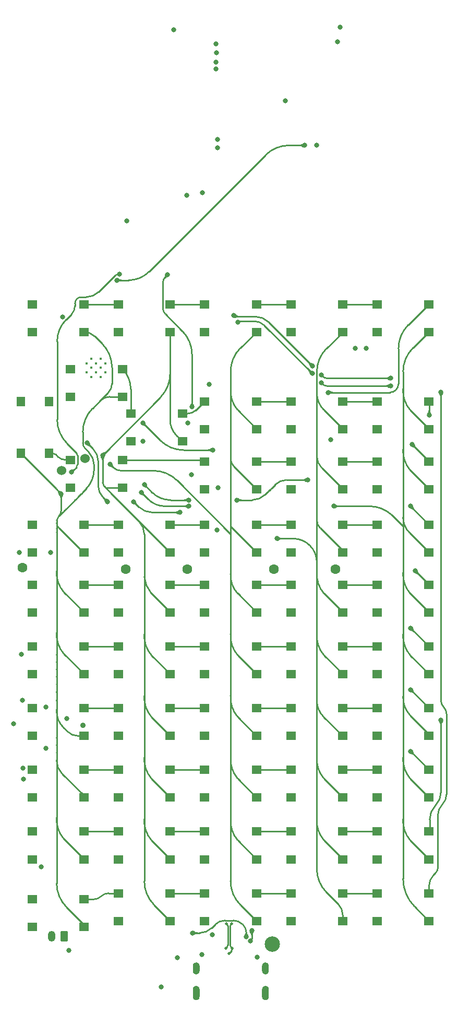
<source format=gbl>
G04 #@! TF.GenerationSoftware,KiCad,Pcbnew,7.0.1*
G04 #@! TF.CreationDate,2023-03-17T22:44:53-07:00*
G04 #@! TF.ProjectId,TI-83x,54492d38-3378-42e6-9b69-6361645f7063,A*
G04 #@! TF.SameCoordinates,Original*
G04 #@! TF.FileFunction,Copper,L4,Bot*
G04 #@! TF.FilePolarity,Positive*
%FSLAX46Y46*%
G04 Gerber Fmt 4.6, Leading zero omitted, Abs format (unit mm)*
G04 Created by KiCad (PCBNEW 7.0.1) date 2023-03-17 22:44:53*
%MOMM*%
%LPD*%
G01*
G04 APERTURE LIST*
G04 Aperture macros list*
%AMRoundRect*
0 Rectangle with rounded corners*
0 $1 Rounding radius*
0 $2 $3 $4 $5 $6 $7 $8 $9 X,Y pos of 4 corners*
0 Add a 4 corners polygon primitive as box body*
4,1,4,$2,$3,$4,$5,$6,$7,$8,$9,$2,$3,0*
0 Add four circle primitives for the rounded corners*
1,1,$1+$1,$2,$3*
1,1,$1+$1,$4,$5*
1,1,$1+$1,$6,$7*
1,1,$1+$1,$8,$9*
0 Add four rect primitives between the rounded corners*
20,1,$1+$1,$2,$3,$4,$5,0*
20,1,$1+$1,$4,$5,$6,$7,0*
20,1,$1+$1,$6,$7,$8,$9,0*
20,1,$1+$1,$8,$9,$2,$3,0*%
G04 Aperture macros list end*
G04 #@! TA.AperFunction,EtchedComponent*
%ADD10C,0.010000*%
G04 #@! TD*
G04 #@! TA.AperFunction,SMDPad,CuDef*
%ADD11R,1.600000X1.400000*%
G04 #@! TD*
G04 #@! TA.AperFunction,ComponentPad*
%ADD12C,0.450000*%
G04 #@! TD*
G04 #@! TA.AperFunction,ComponentPad*
%ADD13O,0.900000X2.100000*%
G04 #@! TD*
G04 #@! TA.AperFunction,ComponentPad*
%ADD14O,0.800000X1.600000*%
G04 #@! TD*
G04 #@! TA.AperFunction,ComponentPad*
%ADD15O,1.200000X1.750000*%
G04 #@! TD*
G04 #@! TA.AperFunction,ComponentPad*
%ADD16RoundRect,0.250000X0.350000X0.625000X-0.350000X0.625000X-0.350000X-0.625000X0.350000X-0.625000X0*%
G04 #@! TD*
G04 #@! TA.AperFunction,SMDPad,CuDef*
%ADD17R,1.400000X1.600000*%
G04 #@! TD*
G04 #@! TA.AperFunction,ViaPad*
%ADD18C,0.800000*%
G04 #@! TD*
G04 #@! TA.AperFunction,ViaPad*
%ADD19C,1.600000*%
G04 #@! TD*
G04 #@! TA.AperFunction,ViaPad*
%ADD20C,0.900000*%
G04 #@! TD*
G04 #@! TA.AperFunction,ViaPad*
%ADD21C,2.500000*%
G04 #@! TD*
G04 #@! TA.AperFunction,ViaPad*
%ADD22C,1.524000*%
G04 #@! TD*
G04 #@! TA.AperFunction,ViaPad*
%ADD23C,0.500000*%
G04 #@! TD*
G04 #@! TA.AperFunction,Conductor*
%ADD24C,0.250000*%
G04 #@! TD*
G04 #@! TA.AperFunction,Conductor*
%ADD25C,0.228600*%
G04 #@! TD*
G04 APERTURE END LIST*
D10*
X73896000Y-197301000D02*
X73922000Y-197303000D01*
X73948000Y-197306000D01*
X73974000Y-197311000D01*
X73999000Y-197317000D01*
X74025000Y-197324000D01*
X74049000Y-197333000D01*
X74073000Y-197343000D01*
X74097000Y-197354000D01*
X74120000Y-197367000D01*
X74142000Y-197381000D01*
X74164000Y-197395000D01*
X74185000Y-197411000D01*
X74205000Y-197428000D01*
X74224000Y-197446000D01*
X74242000Y-197465000D01*
X74259000Y-197485000D01*
X74275000Y-197506000D01*
X74289000Y-197528000D01*
X74303000Y-197550000D01*
X74316000Y-197573000D01*
X74327000Y-197597000D01*
X74337000Y-197621000D01*
X74346000Y-197645000D01*
X74353000Y-197671000D01*
X74359000Y-197696000D01*
X74364000Y-197722000D01*
X74367000Y-197748000D01*
X74369000Y-197774000D01*
X74370000Y-197800000D01*
X74370000Y-199000000D01*
X74369000Y-199026000D01*
X74367000Y-199052000D01*
X74364000Y-199078000D01*
X74359000Y-199104000D01*
X74353000Y-199129000D01*
X74346000Y-199155000D01*
X74337000Y-199179000D01*
X74327000Y-199203000D01*
X74316000Y-199227000D01*
X74303000Y-199250000D01*
X74289000Y-199272000D01*
X74275000Y-199294000D01*
X74259000Y-199315000D01*
X74242000Y-199335000D01*
X74224000Y-199354000D01*
X74205000Y-199372000D01*
X74185000Y-199389000D01*
X74164000Y-199405000D01*
X74142000Y-199419000D01*
X74120000Y-199433000D01*
X74097000Y-199446000D01*
X74073000Y-199457000D01*
X74049000Y-199467000D01*
X74025000Y-199476000D01*
X73999000Y-199483000D01*
X73974000Y-199489000D01*
X73948000Y-199494000D01*
X73922000Y-199497000D01*
X73896000Y-199499000D01*
X73870000Y-199500000D01*
X73844000Y-199499000D01*
X73818000Y-199497000D01*
X73792000Y-199494000D01*
X73766000Y-199489000D01*
X73741000Y-199483000D01*
X73715000Y-199476000D01*
X73691000Y-199467000D01*
X73667000Y-199457000D01*
X73643000Y-199446000D01*
X73620000Y-199433000D01*
X73598000Y-199419000D01*
X73576000Y-199405000D01*
X73555000Y-199389000D01*
X73535000Y-199372000D01*
X73516000Y-199354000D01*
X73498000Y-199335000D01*
X73481000Y-199315000D01*
X73465000Y-199294000D01*
X73451000Y-199272000D01*
X73437000Y-199250000D01*
X73424000Y-199227000D01*
X73413000Y-199203000D01*
X73403000Y-199179000D01*
X73394000Y-199155000D01*
X73387000Y-199129000D01*
X73381000Y-199104000D01*
X73376000Y-199078000D01*
X73373000Y-199052000D01*
X73371000Y-199026000D01*
X73370000Y-199000000D01*
X73370000Y-197800000D01*
X73371000Y-197774000D01*
X73373000Y-197748000D01*
X73376000Y-197722000D01*
X73381000Y-197696000D01*
X73387000Y-197671000D01*
X73394000Y-197645000D01*
X73403000Y-197621000D01*
X73413000Y-197597000D01*
X73424000Y-197573000D01*
X73437000Y-197550000D01*
X73451000Y-197528000D01*
X73465000Y-197506000D01*
X73481000Y-197485000D01*
X73498000Y-197465000D01*
X73516000Y-197446000D01*
X73535000Y-197428000D01*
X73555000Y-197411000D01*
X73576000Y-197395000D01*
X73598000Y-197381000D01*
X73620000Y-197367000D01*
X73643000Y-197354000D01*
X73667000Y-197343000D01*
X73691000Y-197333000D01*
X73715000Y-197324000D01*
X73741000Y-197317000D01*
X73766000Y-197311000D01*
X73792000Y-197306000D01*
X73818000Y-197303000D01*
X73844000Y-197301000D01*
X73870000Y-197300000D01*
X73896000Y-197301000D01*
G04 #@! TA.AperFunction,EtchedComponent*
G36*
X73896000Y-197301000D02*
G01*
X73922000Y-197303000D01*
X73948000Y-197306000D01*
X73974000Y-197311000D01*
X73999000Y-197317000D01*
X74025000Y-197324000D01*
X74049000Y-197333000D01*
X74073000Y-197343000D01*
X74097000Y-197354000D01*
X74120000Y-197367000D01*
X74142000Y-197381000D01*
X74164000Y-197395000D01*
X74185000Y-197411000D01*
X74205000Y-197428000D01*
X74224000Y-197446000D01*
X74242000Y-197465000D01*
X74259000Y-197485000D01*
X74275000Y-197506000D01*
X74289000Y-197528000D01*
X74303000Y-197550000D01*
X74316000Y-197573000D01*
X74327000Y-197597000D01*
X74337000Y-197621000D01*
X74346000Y-197645000D01*
X74353000Y-197671000D01*
X74359000Y-197696000D01*
X74364000Y-197722000D01*
X74367000Y-197748000D01*
X74369000Y-197774000D01*
X74370000Y-197800000D01*
X74370000Y-199000000D01*
X74369000Y-199026000D01*
X74367000Y-199052000D01*
X74364000Y-199078000D01*
X74359000Y-199104000D01*
X74353000Y-199129000D01*
X74346000Y-199155000D01*
X74337000Y-199179000D01*
X74327000Y-199203000D01*
X74316000Y-199227000D01*
X74303000Y-199250000D01*
X74289000Y-199272000D01*
X74275000Y-199294000D01*
X74259000Y-199315000D01*
X74242000Y-199335000D01*
X74224000Y-199354000D01*
X74205000Y-199372000D01*
X74185000Y-199389000D01*
X74164000Y-199405000D01*
X74142000Y-199419000D01*
X74120000Y-199433000D01*
X74097000Y-199446000D01*
X74073000Y-199457000D01*
X74049000Y-199467000D01*
X74025000Y-199476000D01*
X73999000Y-199483000D01*
X73974000Y-199489000D01*
X73948000Y-199494000D01*
X73922000Y-199497000D01*
X73896000Y-199499000D01*
X73870000Y-199500000D01*
X73844000Y-199499000D01*
X73818000Y-199497000D01*
X73792000Y-199494000D01*
X73766000Y-199489000D01*
X73741000Y-199483000D01*
X73715000Y-199476000D01*
X73691000Y-199467000D01*
X73667000Y-199457000D01*
X73643000Y-199446000D01*
X73620000Y-199433000D01*
X73598000Y-199419000D01*
X73576000Y-199405000D01*
X73555000Y-199389000D01*
X73535000Y-199372000D01*
X73516000Y-199354000D01*
X73498000Y-199335000D01*
X73481000Y-199315000D01*
X73465000Y-199294000D01*
X73451000Y-199272000D01*
X73437000Y-199250000D01*
X73424000Y-199227000D01*
X73413000Y-199203000D01*
X73403000Y-199179000D01*
X73394000Y-199155000D01*
X73387000Y-199129000D01*
X73381000Y-199104000D01*
X73376000Y-199078000D01*
X73373000Y-199052000D01*
X73371000Y-199026000D01*
X73370000Y-199000000D01*
X73370000Y-197800000D01*
X73371000Y-197774000D01*
X73373000Y-197748000D01*
X73376000Y-197722000D01*
X73381000Y-197696000D01*
X73387000Y-197671000D01*
X73394000Y-197645000D01*
X73403000Y-197621000D01*
X73413000Y-197597000D01*
X73424000Y-197573000D01*
X73437000Y-197550000D01*
X73451000Y-197528000D01*
X73465000Y-197506000D01*
X73481000Y-197485000D01*
X73498000Y-197465000D01*
X73516000Y-197446000D01*
X73535000Y-197428000D01*
X73555000Y-197411000D01*
X73576000Y-197395000D01*
X73598000Y-197381000D01*
X73620000Y-197367000D01*
X73643000Y-197354000D01*
X73667000Y-197343000D01*
X73691000Y-197333000D01*
X73715000Y-197324000D01*
X73741000Y-197317000D01*
X73766000Y-197311000D01*
X73792000Y-197306000D01*
X73818000Y-197303000D01*
X73844000Y-197301000D01*
X73870000Y-197300000D01*
X73896000Y-197301000D01*
G37*
G04 #@! TD.AperFunction*
X73896000Y-193501000D02*
X73922000Y-193503000D01*
X73948000Y-193506000D01*
X73974000Y-193511000D01*
X73999000Y-193517000D01*
X74025000Y-193524000D01*
X74049000Y-193533000D01*
X74073000Y-193543000D01*
X74097000Y-193554000D01*
X74120000Y-193567000D01*
X74142000Y-193581000D01*
X74164000Y-193595000D01*
X74185000Y-193611000D01*
X74205000Y-193628000D01*
X74224000Y-193646000D01*
X74242000Y-193665000D01*
X74259000Y-193685000D01*
X74275000Y-193706000D01*
X74289000Y-193728000D01*
X74303000Y-193750000D01*
X74316000Y-193773000D01*
X74327000Y-193797000D01*
X74337000Y-193821000D01*
X74346000Y-193845000D01*
X74353000Y-193871000D01*
X74359000Y-193896000D01*
X74364000Y-193922000D01*
X74367000Y-193948000D01*
X74369000Y-193974000D01*
X74370000Y-194000000D01*
X74370000Y-194800000D01*
X74369000Y-194826000D01*
X74367000Y-194852000D01*
X74364000Y-194878000D01*
X74359000Y-194904000D01*
X74353000Y-194929000D01*
X74346000Y-194955000D01*
X74337000Y-194979000D01*
X74327000Y-195003000D01*
X74316000Y-195027000D01*
X74303000Y-195050000D01*
X74289000Y-195072000D01*
X74275000Y-195094000D01*
X74259000Y-195115000D01*
X74242000Y-195135000D01*
X74224000Y-195154000D01*
X74205000Y-195172000D01*
X74185000Y-195189000D01*
X74164000Y-195205000D01*
X74142000Y-195219000D01*
X74120000Y-195233000D01*
X74097000Y-195246000D01*
X74073000Y-195257000D01*
X74049000Y-195267000D01*
X74025000Y-195276000D01*
X73999000Y-195283000D01*
X73974000Y-195289000D01*
X73948000Y-195294000D01*
X73922000Y-195297000D01*
X73896000Y-195299000D01*
X73870000Y-195300000D01*
X73844000Y-195299000D01*
X73818000Y-195297000D01*
X73792000Y-195294000D01*
X73766000Y-195289000D01*
X73741000Y-195283000D01*
X73715000Y-195276000D01*
X73691000Y-195267000D01*
X73667000Y-195257000D01*
X73643000Y-195246000D01*
X73620000Y-195233000D01*
X73598000Y-195219000D01*
X73576000Y-195205000D01*
X73555000Y-195189000D01*
X73535000Y-195172000D01*
X73516000Y-195154000D01*
X73498000Y-195135000D01*
X73481000Y-195115000D01*
X73465000Y-195094000D01*
X73451000Y-195072000D01*
X73437000Y-195050000D01*
X73424000Y-195027000D01*
X73413000Y-195003000D01*
X73403000Y-194979000D01*
X73394000Y-194955000D01*
X73387000Y-194929000D01*
X73381000Y-194904000D01*
X73376000Y-194878000D01*
X73373000Y-194852000D01*
X73371000Y-194826000D01*
X73370000Y-194800000D01*
X73370000Y-194000000D01*
X73371000Y-193974000D01*
X73373000Y-193948000D01*
X73376000Y-193922000D01*
X73381000Y-193896000D01*
X73387000Y-193871000D01*
X73394000Y-193845000D01*
X73403000Y-193821000D01*
X73413000Y-193797000D01*
X73424000Y-193773000D01*
X73437000Y-193750000D01*
X73451000Y-193728000D01*
X73465000Y-193706000D01*
X73481000Y-193685000D01*
X73498000Y-193665000D01*
X73516000Y-193646000D01*
X73535000Y-193628000D01*
X73555000Y-193611000D01*
X73576000Y-193595000D01*
X73598000Y-193581000D01*
X73620000Y-193567000D01*
X73643000Y-193554000D01*
X73667000Y-193543000D01*
X73691000Y-193533000D01*
X73715000Y-193524000D01*
X73741000Y-193517000D01*
X73766000Y-193511000D01*
X73792000Y-193506000D01*
X73818000Y-193503000D01*
X73844000Y-193501000D01*
X73870000Y-193500000D01*
X73896000Y-193501000D01*
G04 #@! TA.AperFunction,EtchedComponent*
G36*
X73896000Y-193501000D02*
G01*
X73922000Y-193503000D01*
X73948000Y-193506000D01*
X73974000Y-193511000D01*
X73999000Y-193517000D01*
X74025000Y-193524000D01*
X74049000Y-193533000D01*
X74073000Y-193543000D01*
X74097000Y-193554000D01*
X74120000Y-193567000D01*
X74142000Y-193581000D01*
X74164000Y-193595000D01*
X74185000Y-193611000D01*
X74205000Y-193628000D01*
X74224000Y-193646000D01*
X74242000Y-193665000D01*
X74259000Y-193685000D01*
X74275000Y-193706000D01*
X74289000Y-193728000D01*
X74303000Y-193750000D01*
X74316000Y-193773000D01*
X74327000Y-193797000D01*
X74337000Y-193821000D01*
X74346000Y-193845000D01*
X74353000Y-193871000D01*
X74359000Y-193896000D01*
X74364000Y-193922000D01*
X74367000Y-193948000D01*
X74369000Y-193974000D01*
X74370000Y-194000000D01*
X74370000Y-194800000D01*
X74369000Y-194826000D01*
X74367000Y-194852000D01*
X74364000Y-194878000D01*
X74359000Y-194904000D01*
X74353000Y-194929000D01*
X74346000Y-194955000D01*
X74337000Y-194979000D01*
X74327000Y-195003000D01*
X74316000Y-195027000D01*
X74303000Y-195050000D01*
X74289000Y-195072000D01*
X74275000Y-195094000D01*
X74259000Y-195115000D01*
X74242000Y-195135000D01*
X74224000Y-195154000D01*
X74205000Y-195172000D01*
X74185000Y-195189000D01*
X74164000Y-195205000D01*
X74142000Y-195219000D01*
X74120000Y-195233000D01*
X74097000Y-195246000D01*
X74073000Y-195257000D01*
X74049000Y-195267000D01*
X74025000Y-195276000D01*
X73999000Y-195283000D01*
X73974000Y-195289000D01*
X73948000Y-195294000D01*
X73922000Y-195297000D01*
X73896000Y-195299000D01*
X73870000Y-195300000D01*
X73844000Y-195299000D01*
X73818000Y-195297000D01*
X73792000Y-195294000D01*
X73766000Y-195289000D01*
X73741000Y-195283000D01*
X73715000Y-195276000D01*
X73691000Y-195267000D01*
X73667000Y-195257000D01*
X73643000Y-195246000D01*
X73620000Y-195233000D01*
X73598000Y-195219000D01*
X73576000Y-195205000D01*
X73555000Y-195189000D01*
X73535000Y-195172000D01*
X73516000Y-195154000D01*
X73498000Y-195135000D01*
X73481000Y-195115000D01*
X73465000Y-195094000D01*
X73451000Y-195072000D01*
X73437000Y-195050000D01*
X73424000Y-195027000D01*
X73413000Y-195003000D01*
X73403000Y-194979000D01*
X73394000Y-194955000D01*
X73387000Y-194929000D01*
X73381000Y-194904000D01*
X73376000Y-194878000D01*
X73373000Y-194852000D01*
X73371000Y-194826000D01*
X73370000Y-194800000D01*
X73370000Y-194000000D01*
X73371000Y-193974000D01*
X73373000Y-193948000D01*
X73376000Y-193922000D01*
X73381000Y-193896000D01*
X73387000Y-193871000D01*
X73394000Y-193845000D01*
X73403000Y-193821000D01*
X73413000Y-193797000D01*
X73424000Y-193773000D01*
X73437000Y-193750000D01*
X73451000Y-193728000D01*
X73465000Y-193706000D01*
X73481000Y-193685000D01*
X73498000Y-193665000D01*
X73516000Y-193646000D01*
X73535000Y-193628000D01*
X73555000Y-193611000D01*
X73576000Y-193595000D01*
X73598000Y-193581000D01*
X73620000Y-193567000D01*
X73643000Y-193554000D01*
X73667000Y-193543000D01*
X73691000Y-193533000D01*
X73715000Y-193524000D01*
X73741000Y-193517000D01*
X73766000Y-193511000D01*
X73792000Y-193506000D01*
X73818000Y-193503000D01*
X73844000Y-193501000D01*
X73870000Y-193500000D01*
X73896000Y-193501000D01*
G37*
G04 #@! TD.AperFunction*
X62656000Y-197301000D02*
X62682000Y-197303000D01*
X62708000Y-197306000D01*
X62734000Y-197311000D01*
X62759000Y-197317000D01*
X62785000Y-197324000D01*
X62809000Y-197333000D01*
X62833000Y-197343000D01*
X62857000Y-197354000D01*
X62880000Y-197367000D01*
X62902000Y-197381000D01*
X62924000Y-197395000D01*
X62945000Y-197411000D01*
X62965000Y-197428000D01*
X62984000Y-197446000D01*
X63002000Y-197465000D01*
X63019000Y-197485000D01*
X63035000Y-197506000D01*
X63049000Y-197528000D01*
X63063000Y-197550000D01*
X63076000Y-197573000D01*
X63087000Y-197597000D01*
X63097000Y-197621000D01*
X63106000Y-197645000D01*
X63113000Y-197671000D01*
X63119000Y-197696000D01*
X63124000Y-197722000D01*
X63127000Y-197748000D01*
X63129000Y-197774000D01*
X63130000Y-197800000D01*
X63130000Y-199000000D01*
X63129000Y-199026000D01*
X63127000Y-199052000D01*
X63124000Y-199078000D01*
X63119000Y-199104000D01*
X63113000Y-199129000D01*
X63106000Y-199155000D01*
X63097000Y-199179000D01*
X63087000Y-199203000D01*
X63076000Y-199227000D01*
X63063000Y-199250000D01*
X63049000Y-199272000D01*
X63035000Y-199294000D01*
X63019000Y-199315000D01*
X63002000Y-199335000D01*
X62984000Y-199354000D01*
X62965000Y-199372000D01*
X62945000Y-199389000D01*
X62924000Y-199405000D01*
X62902000Y-199419000D01*
X62880000Y-199433000D01*
X62857000Y-199446000D01*
X62833000Y-199457000D01*
X62809000Y-199467000D01*
X62785000Y-199476000D01*
X62759000Y-199483000D01*
X62734000Y-199489000D01*
X62708000Y-199494000D01*
X62682000Y-199497000D01*
X62656000Y-199499000D01*
X62630000Y-199500000D01*
X62604000Y-199499000D01*
X62578000Y-199497000D01*
X62552000Y-199494000D01*
X62526000Y-199489000D01*
X62501000Y-199483000D01*
X62475000Y-199476000D01*
X62451000Y-199467000D01*
X62427000Y-199457000D01*
X62403000Y-199446000D01*
X62380000Y-199433000D01*
X62358000Y-199419000D01*
X62336000Y-199405000D01*
X62315000Y-199389000D01*
X62295000Y-199372000D01*
X62276000Y-199354000D01*
X62258000Y-199335000D01*
X62241000Y-199315000D01*
X62225000Y-199294000D01*
X62211000Y-199272000D01*
X62197000Y-199250000D01*
X62184000Y-199227000D01*
X62173000Y-199203000D01*
X62163000Y-199179000D01*
X62154000Y-199155000D01*
X62147000Y-199129000D01*
X62141000Y-199104000D01*
X62136000Y-199078000D01*
X62133000Y-199052000D01*
X62131000Y-199026000D01*
X62130000Y-199000000D01*
X62130000Y-197800000D01*
X62131000Y-197774000D01*
X62133000Y-197748000D01*
X62136000Y-197722000D01*
X62141000Y-197696000D01*
X62147000Y-197671000D01*
X62154000Y-197645000D01*
X62163000Y-197621000D01*
X62173000Y-197597000D01*
X62184000Y-197573000D01*
X62197000Y-197550000D01*
X62211000Y-197528000D01*
X62225000Y-197506000D01*
X62241000Y-197485000D01*
X62258000Y-197465000D01*
X62276000Y-197446000D01*
X62295000Y-197428000D01*
X62315000Y-197411000D01*
X62336000Y-197395000D01*
X62358000Y-197381000D01*
X62380000Y-197367000D01*
X62403000Y-197354000D01*
X62427000Y-197343000D01*
X62451000Y-197333000D01*
X62475000Y-197324000D01*
X62501000Y-197317000D01*
X62526000Y-197311000D01*
X62552000Y-197306000D01*
X62578000Y-197303000D01*
X62604000Y-197301000D01*
X62630000Y-197300000D01*
X62656000Y-197301000D01*
G04 #@! TA.AperFunction,EtchedComponent*
G36*
X62656000Y-197301000D02*
G01*
X62682000Y-197303000D01*
X62708000Y-197306000D01*
X62734000Y-197311000D01*
X62759000Y-197317000D01*
X62785000Y-197324000D01*
X62809000Y-197333000D01*
X62833000Y-197343000D01*
X62857000Y-197354000D01*
X62880000Y-197367000D01*
X62902000Y-197381000D01*
X62924000Y-197395000D01*
X62945000Y-197411000D01*
X62965000Y-197428000D01*
X62984000Y-197446000D01*
X63002000Y-197465000D01*
X63019000Y-197485000D01*
X63035000Y-197506000D01*
X63049000Y-197528000D01*
X63063000Y-197550000D01*
X63076000Y-197573000D01*
X63087000Y-197597000D01*
X63097000Y-197621000D01*
X63106000Y-197645000D01*
X63113000Y-197671000D01*
X63119000Y-197696000D01*
X63124000Y-197722000D01*
X63127000Y-197748000D01*
X63129000Y-197774000D01*
X63130000Y-197800000D01*
X63130000Y-199000000D01*
X63129000Y-199026000D01*
X63127000Y-199052000D01*
X63124000Y-199078000D01*
X63119000Y-199104000D01*
X63113000Y-199129000D01*
X63106000Y-199155000D01*
X63097000Y-199179000D01*
X63087000Y-199203000D01*
X63076000Y-199227000D01*
X63063000Y-199250000D01*
X63049000Y-199272000D01*
X63035000Y-199294000D01*
X63019000Y-199315000D01*
X63002000Y-199335000D01*
X62984000Y-199354000D01*
X62965000Y-199372000D01*
X62945000Y-199389000D01*
X62924000Y-199405000D01*
X62902000Y-199419000D01*
X62880000Y-199433000D01*
X62857000Y-199446000D01*
X62833000Y-199457000D01*
X62809000Y-199467000D01*
X62785000Y-199476000D01*
X62759000Y-199483000D01*
X62734000Y-199489000D01*
X62708000Y-199494000D01*
X62682000Y-199497000D01*
X62656000Y-199499000D01*
X62630000Y-199500000D01*
X62604000Y-199499000D01*
X62578000Y-199497000D01*
X62552000Y-199494000D01*
X62526000Y-199489000D01*
X62501000Y-199483000D01*
X62475000Y-199476000D01*
X62451000Y-199467000D01*
X62427000Y-199457000D01*
X62403000Y-199446000D01*
X62380000Y-199433000D01*
X62358000Y-199419000D01*
X62336000Y-199405000D01*
X62315000Y-199389000D01*
X62295000Y-199372000D01*
X62276000Y-199354000D01*
X62258000Y-199335000D01*
X62241000Y-199315000D01*
X62225000Y-199294000D01*
X62211000Y-199272000D01*
X62197000Y-199250000D01*
X62184000Y-199227000D01*
X62173000Y-199203000D01*
X62163000Y-199179000D01*
X62154000Y-199155000D01*
X62147000Y-199129000D01*
X62141000Y-199104000D01*
X62136000Y-199078000D01*
X62133000Y-199052000D01*
X62131000Y-199026000D01*
X62130000Y-199000000D01*
X62130000Y-197800000D01*
X62131000Y-197774000D01*
X62133000Y-197748000D01*
X62136000Y-197722000D01*
X62141000Y-197696000D01*
X62147000Y-197671000D01*
X62154000Y-197645000D01*
X62163000Y-197621000D01*
X62173000Y-197597000D01*
X62184000Y-197573000D01*
X62197000Y-197550000D01*
X62211000Y-197528000D01*
X62225000Y-197506000D01*
X62241000Y-197485000D01*
X62258000Y-197465000D01*
X62276000Y-197446000D01*
X62295000Y-197428000D01*
X62315000Y-197411000D01*
X62336000Y-197395000D01*
X62358000Y-197381000D01*
X62380000Y-197367000D01*
X62403000Y-197354000D01*
X62427000Y-197343000D01*
X62451000Y-197333000D01*
X62475000Y-197324000D01*
X62501000Y-197317000D01*
X62526000Y-197311000D01*
X62552000Y-197306000D01*
X62578000Y-197303000D01*
X62604000Y-197301000D01*
X62630000Y-197300000D01*
X62656000Y-197301000D01*
G37*
G04 #@! TD.AperFunction*
X62656000Y-193501000D02*
X62682000Y-193503000D01*
X62708000Y-193506000D01*
X62734000Y-193511000D01*
X62759000Y-193517000D01*
X62785000Y-193524000D01*
X62809000Y-193533000D01*
X62833000Y-193543000D01*
X62857000Y-193554000D01*
X62880000Y-193567000D01*
X62902000Y-193581000D01*
X62924000Y-193595000D01*
X62945000Y-193611000D01*
X62965000Y-193628000D01*
X62984000Y-193646000D01*
X63002000Y-193665000D01*
X63019000Y-193685000D01*
X63035000Y-193706000D01*
X63049000Y-193728000D01*
X63063000Y-193750000D01*
X63076000Y-193773000D01*
X63087000Y-193797000D01*
X63097000Y-193821000D01*
X63106000Y-193845000D01*
X63113000Y-193871000D01*
X63119000Y-193896000D01*
X63124000Y-193922000D01*
X63127000Y-193948000D01*
X63129000Y-193974000D01*
X63130000Y-194000000D01*
X63130000Y-194800000D01*
X63129000Y-194826000D01*
X63127000Y-194852000D01*
X63124000Y-194878000D01*
X63119000Y-194904000D01*
X63113000Y-194929000D01*
X63106000Y-194955000D01*
X63097000Y-194979000D01*
X63087000Y-195003000D01*
X63076000Y-195027000D01*
X63063000Y-195050000D01*
X63049000Y-195072000D01*
X63035000Y-195094000D01*
X63019000Y-195115000D01*
X63002000Y-195135000D01*
X62984000Y-195154000D01*
X62965000Y-195172000D01*
X62945000Y-195189000D01*
X62924000Y-195205000D01*
X62902000Y-195219000D01*
X62880000Y-195233000D01*
X62857000Y-195246000D01*
X62833000Y-195257000D01*
X62809000Y-195267000D01*
X62785000Y-195276000D01*
X62759000Y-195283000D01*
X62734000Y-195289000D01*
X62708000Y-195294000D01*
X62682000Y-195297000D01*
X62656000Y-195299000D01*
X62630000Y-195300000D01*
X62604000Y-195299000D01*
X62578000Y-195297000D01*
X62552000Y-195294000D01*
X62526000Y-195289000D01*
X62501000Y-195283000D01*
X62475000Y-195276000D01*
X62451000Y-195267000D01*
X62427000Y-195257000D01*
X62403000Y-195246000D01*
X62380000Y-195233000D01*
X62358000Y-195219000D01*
X62336000Y-195205000D01*
X62315000Y-195189000D01*
X62295000Y-195172000D01*
X62276000Y-195154000D01*
X62258000Y-195135000D01*
X62241000Y-195115000D01*
X62225000Y-195094000D01*
X62211000Y-195072000D01*
X62197000Y-195050000D01*
X62184000Y-195027000D01*
X62173000Y-195003000D01*
X62163000Y-194979000D01*
X62154000Y-194955000D01*
X62147000Y-194929000D01*
X62141000Y-194904000D01*
X62136000Y-194878000D01*
X62133000Y-194852000D01*
X62131000Y-194826000D01*
X62130000Y-194800000D01*
X62130000Y-194000000D01*
X62131000Y-193974000D01*
X62133000Y-193948000D01*
X62136000Y-193922000D01*
X62141000Y-193896000D01*
X62147000Y-193871000D01*
X62154000Y-193845000D01*
X62163000Y-193821000D01*
X62173000Y-193797000D01*
X62184000Y-193773000D01*
X62197000Y-193750000D01*
X62211000Y-193728000D01*
X62225000Y-193706000D01*
X62241000Y-193685000D01*
X62258000Y-193665000D01*
X62276000Y-193646000D01*
X62295000Y-193628000D01*
X62315000Y-193611000D01*
X62336000Y-193595000D01*
X62358000Y-193581000D01*
X62380000Y-193567000D01*
X62403000Y-193554000D01*
X62427000Y-193543000D01*
X62451000Y-193533000D01*
X62475000Y-193524000D01*
X62501000Y-193517000D01*
X62526000Y-193511000D01*
X62552000Y-193506000D01*
X62578000Y-193503000D01*
X62604000Y-193501000D01*
X62630000Y-193500000D01*
X62656000Y-193501000D01*
G04 #@! TA.AperFunction,EtchedComponent*
G36*
X62656000Y-193501000D02*
G01*
X62682000Y-193503000D01*
X62708000Y-193506000D01*
X62734000Y-193511000D01*
X62759000Y-193517000D01*
X62785000Y-193524000D01*
X62809000Y-193533000D01*
X62833000Y-193543000D01*
X62857000Y-193554000D01*
X62880000Y-193567000D01*
X62902000Y-193581000D01*
X62924000Y-193595000D01*
X62945000Y-193611000D01*
X62965000Y-193628000D01*
X62984000Y-193646000D01*
X63002000Y-193665000D01*
X63019000Y-193685000D01*
X63035000Y-193706000D01*
X63049000Y-193728000D01*
X63063000Y-193750000D01*
X63076000Y-193773000D01*
X63087000Y-193797000D01*
X63097000Y-193821000D01*
X63106000Y-193845000D01*
X63113000Y-193871000D01*
X63119000Y-193896000D01*
X63124000Y-193922000D01*
X63127000Y-193948000D01*
X63129000Y-193974000D01*
X63130000Y-194000000D01*
X63130000Y-194800000D01*
X63129000Y-194826000D01*
X63127000Y-194852000D01*
X63124000Y-194878000D01*
X63119000Y-194904000D01*
X63113000Y-194929000D01*
X63106000Y-194955000D01*
X63097000Y-194979000D01*
X63087000Y-195003000D01*
X63076000Y-195027000D01*
X63063000Y-195050000D01*
X63049000Y-195072000D01*
X63035000Y-195094000D01*
X63019000Y-195115000D01*
X63002000Y-195135000D01*
X62984000Y-195154000D01*
X62965000Y-195172000D01*
X62945000Y-195189000D01*
X62924000Y-195205000D01*
X62902000Y-195219000D01*
X62880000Y-195233000D01*
X62857000Y-195246000D01*
X62833000Y-195257000D01*
X62809000Y-195267000D01*
X62785000Y-195276000D01*
X62759000Y-195283000D01*
X62734000Y-195289000D01*
X62708000Y-195294000D01*
X62682000Y-195297000D01*
X62656000Y-195299000D01*
X62630000Y-195300000D01*
X62604000Y-195299000D01*
X62578000Y-195297000D01*
X62552000Y-195294000D01*
X62526000Y-195289000D01*
X62501000Y-195283000D01*
X62475000Y-195276000D01*
X62451000Y-195267000D01*
X62427000Y-195257000D01*
X62403000Y-195246000D01*
X62380000Y-195233000D01*
X62358000Y-195219000D01*
X62336000Y-195205000D01*
X62315000Y-195189000D01*
X62295000Y-195172000D01*
X62276000Y-195154000D01*
X62258000Y-195135000D01*
X62241000Y-195115000D01*
X62225000Y-195094000D01*
X62211000Y-195072000D01*
X62197000Y-195050000D01*
X62184000Y-195027000D01*
X62173000Y-195003000D01*
X62163000Y-194979000D01*
X62154000Y-194955000D01*
X62147000Y-194929000D01*
X62141000Y-194904000D01*
X62136000Y-194878000D01*
X62133000Y-194852000D01*
X62131000Y-194826000D01*
X62130000Y-194800000D01*
X62130000Y-194000000D01*
X62131000Y-193974000D01*
X62133000Y-193948000D01*
X62136000Y-193922000D01*
X62141000Y-193896000D01*
X62147000Y-193871000D01*
X62154000Y-193845000D01*
X62163000Y-193821000D01*
X62173000Y-193797000D01*
X62184000Y-193773000D01*
X62197000Y-193750000D01*
X62211000Y-193728000D01*
X62225000Y-193706000D01*
X62241000Y-193685000D01*
X62258000Y-193665000D01*
X62276000Y-193646000D01*
X62295000Y-193628000D01*
X62315000Y-193611000D01*
X62336000Y-193595000D01*
X62358000Y-193581000D01*
X62380000Y-193567000D01*
X62403000Y-193554000D01*
X62427000Y-193543000D01*
X62451000Y-193533000D01*
X62475000Y-193524000D01*
X62501000Y-193517000D01*
X62526000Y-193511000D01*
X62552000Y-193506000D01*
X62578000Y-193503000D01*
X62604000Y-193501000D01*
X62630000Y-193500000D01*
X62656000Y-193501000D01*
G37*
G04 #@! TD.AperFunction*
D11*
X44450000Y-183250000D03*
X44450000Y-187750000D03*
X36050000Y-183250000D03*
X36050000Y-187750000D03*
D12*
X47897500Y-96320000D03*
X47897500Y-97820000D03*
X46397500Y-96320000D03*
X46397500Y-97820000D03*
X44897500Y-96320000D03*
X44897500Y-97820000D03*
X47147500Y-95570000D03*
X47147500Y-97070000D03*
X47147500Y-98570000D03*
X45647500Y-95570000D03*
X45647500Y-98570000D03*
X45647500Y-97070000D03*
D13*
X73870000Y-198400000D03*
D14*
X62630000Y-194400000D03*
X73870000Y-194400000D03*
D13*
X62630000Y-198400000D03*
D11*
X100450000Y-122500000D03*
X100450000Y-127000000D03*
X92050000Y-122500000D03*
X92050000Y-127000000D03*
D15*
X39250000Y-189200000D03*
D16*
X41250000Y-189200000D03*
D11*
X58450000Y-122500000D03*
X58450000Y-127000000D03*
X50050000Y-122500000D03*
X50050000Y-127000000D03*
X58450000Y-142250000D03*
X58450000Y-146750000D03*
X50050000Y-142250000D03*
X50050000Y-146750000D03*
D17*
X38750000Y-110950000D03*
X34250000Y-110950000D03*
X38750000Y-102550000D03*
X34250000Y-102550000D03*
D11*
X86450000Y-182250000D03*
X86450000Y-186750000D03*
X78050000Y-182250000D03*
X78050000Y-186750000D03*
X58450000Y-86750000D03*
X58450000Y-91250000D03*
X50050000Y-86750000D03*
X50050000Y-91250000D03*
X100450000Y-86750000D03*
X100450000Y-91250000D03*
X92050000Y-86750000D03*
X92050000Y-91250000D03*
X64050000Y-91250000D03*
X64050000Y-86750000D03*
X72450000Y-91250000D03*
X72450000Y-86750000D03*
X72450000Y-142250000D03*
X72450000Y-146750000D03*
X64050000Y-142250000D03*
X64050000Y-146750000D03*
X44450000Y-172250000D03*
X44450000Y-176750000D03*
X36050000Y-172250000D03*
X36050000Y-176750000D03*
X72450000Y-152250000D03*
X72450000Y-156750000D03*
X64050000Y-152250000D03*
X64050000Y-156750000D03*
X100450000Y-142250000D03*
X100450000Y-146750000D03*
X92050000Y-142250000D03*
X92050000Y-146750000D03*
X86450000Y-142250000D03*
X86450000Y-146750000D03*
X78050000Y-142250000D03*
X78050000Y-146750000D03*
X58450000Y-162250000D03*
X58450000Y-166750000D03*
X50050000Y-162250000D03*
X50050000Y-166750000D03*
X86450000Y-152250000D03*
X86450000Y-156750000D03*
X78050000Y-152250000D03*
X78050000Y-156750000D03*
X86450000Y-86750000D03*
X86450000Y-91250000D03*
X78050000Y-86750000D03*
X78050000Y-91250000D03*
X44450000Y-162250000D03*
X44450000Y-166750000D03*
X36050000Y-162250000D03*
X36050000Y-166750000D03*
X50700000Y-112000000D03*
X50700000Y-116500000D03*
X42300000Y-112000000D03*
X42300000Y-116500000D03*
X44450000Y-152250000D03*
X44450000Y-156750000D03*
X36050000Y-152250000D03*
X36050000Y-156750000D03*
X100450000Y-132250000D03*
X100450000Y-136750000D03*
X92050000Y-132250000D03*
X92050000Y-136750000D03*
X100450000Y-112250000D03*
X100450000Y-116750000D03*
X92050000Y-112250000D03*
X92050000Y-116750000D03*
X58450000Y-152250000D03*
X58450000Y-156750000D03*
X50050000Y-152250000D03*
X50050000Y-156750000D03*
X72450000Y-132250000D03*
X72450000Y-136750000D03*
X64050000Y-132250000D03*
X64050000Y-136750000D03*
X86450000Y-172250000D03*
X86450000Y-176750000D03*
X78050000Y-172250000D03*
X78050000Y-176750000D03*
X72450000Y-182250000D03*
X72450000Y-186750000D03*
X64050000Y-182250000D03*
X64050000Y-186750000D03*
X72450000Y-172250000D03*
X72450000Y-176750000D03*
X64050000Y-172250000D03*
X64050000Y-176750000D03*
X86450000Y-132250000D03*
X86450000Y-136750000D03*
X78050000Y-132250000D03*
X78050000Y-136750000D03*
X44450000Y-142250000D03*
X44450000Y-146750000D03*
X36050000Y-142250000D03*
X36050000Y-146750000D03*
X86450000Y-122500000D03*
X86450000Y-127000000D03*
X78050000Y-122500000D03*
X78050000Y-127000000D03*
X100450000Y-182250000D03*
X100450000Y-186750000D03*
X92050000Y-182250000D03*
X92050000Y-186750000D03*
X86450000Y-162250000D03*
X86450000Y-166750000D03*
X78050000Y-162250000D03*
X78050000Y-166750000D03*
X36050000Y-127000000D03*
X36050000Y-122500000D03*
X44450000Y-127000000D03*
X44450000Y-122500000D03*
X60450000Y-104500000D03*
X60450000Y-109000000D03*
X52050000Y-104500000D03*
X52050000Y-109000000D03*
X100450000Y-102500000D03*
X100450000Y-107000000D03*
X92050000Y-102500000D03*
X92050000Y-107000000D03*
X50700000Y-97250000D03*
X50700000Y-101750000D03*
X42300000Y-97250000D03*
X42300000Y-101750000D03*
X72450000Y-102500000D03*
X72450000Y-107000000D03*
X64050000Y-102500000D03*
X64050000Y-107000000D03*
X58450000Y-172250000D03*
X58450000Y-176750000D03*
X50050000Y-172250000D03*
X50050000Y-176750000D03*
X72450000Y-122500000D03*
X72450000Y-127000000D03*
X64050000Y-122500000D03*
X64050000Y-127000000D03*
X86450000Y-112250000D03*
X86450000Y-116750000D03*
X78050000Y-112250000D03*
X78050000Y-116750000D03*
X100450000Y-152250000D03*
X100450000Y-156750000D03*
X92050000Y-152250000D03*
X92050000Y-156750000D03*
X44450000Y-86750000D03*
X44450000Y-91250000D03*
X36050000Y-86750000D03*
X36050000Y-91250000D03*
X44450000Y-132250000D03*
X44450000Y-136750000D03*
X36050000Y-132250000D03*
X36050000Y-136750000D03*
X72450000Y-112250000D03*
X72450000Y-116750000D03*
X64050000Y-112250000D03*
X64050000Y-116750000D03*
X58450000Y-132250000D03*
X58450000Y-136750000D03*
X50050000Y-132250000D03*
X50050000Y-136750000D03*
X100450000Y-162250000D03*
X100450000Y-166750000D03*
X92050000Y-162250000D03*
X92050000Y-166750000D03*
X72450000Y-162250000D03*
X72450000Y-166750000D03*
X64050000Y-162250000D03*
X64050000Y-166750000D03*
X58450000Y-182250000D03*
X58450000Y-186750000D03*
X50050000Y-182250000D03*
X50050000Y-186750000D03*
X86450000Y-102500000D03*
X86450000Y-107000000D03*
X78050000Y-102500000D03*
X78050000Y-107000000D03*
X100450000Y-172250000D03*
X100450000Y-176750000D03*
X92050000Y-172250000D03*
X92050000Y-176750000D03*
D18*
X39000000Y-127000000D03*
X84500000Y-108750000D03*
X34000000Y-127000000D03*
X41000000Y-88800000D03*
X33000000Y-154750000D03*
X82250000Y-61000000D03*
D19*
X75250000Y-129750000D03*
D18*
X66250000Y-116500000D03*
X72600000Y-192600000D03*
X61300000Y-106000000D03*
X34650500Y-163750000D03*
X51400000Y-73200000D03*
X63700000Y-68700000D03*
X38250000Y-158750000D03*
D20*
X44250000Y-155000000D03*
D18*
X42000000Y-191500000D03*
X63600000Y-192200000D03*
D21*
X75000000Y-190500000D03*
D18*
X66079289Y-123400000D03*
X65900000Y-44500000D03*
X59600000Y-192700000D03*
X38300000Y-152100000D03*
X88500000Y-93900000D03*
D22*
X40800000Y-113700000D03*
D18*
X65900000Y-48600000D03*
X65300000Y-189000000D03*
X54000000Y-109000000D03*
X34500000Y-151000000D03*
X59000000Y-42250000D03*
X64750000Y-99750000D03*
X61100000Y-69100000D03*
X56960000Y-197430000D03*
X86000000Y-41800000D03*
D19*
X85250000Y-129749374D03*
D18*
X66100000Y-60000000D03*
X85600000Y-44200000D03*
D19*
X51250000Y-129750000D03*
D18*
X90300000Y-93900000D03*
X34300000Y-143500000D03*
D22*
X44600000Y-111800000D03*
D18*
X61900000Y-114400000D03*
X41700000Y-153900000D03*
D19*
X61250000Y-129750000D03*
D18*
X66100000Y-61400000D03*
X58000000Y-82000000D03*
X62000000Y-103419500D03*
X37500000Y-178000000D03*
X34550000Y-162000000D03*
X49762299Y-82862299D03*
X80250000Y-61000000D03*
D23*
X68500000Y-191200000D03*
X68400000Y-187200000D03*
X67970346Y-192029654D03*
X67500000Y-191200000D03*
X67600000Y-187200000D03*
D18*
X69250000Y-118500000D03*
X61500000Y-118500000D03*
X54250000Y-116000000D03*
X85000000Y-119500000D03*
X80750000Y-115250000D03*
X61500000Y-119500000D03*
X75750000Y-124750000D03*
X53750000Y-117250000D03*
X48700000Y-112700000D03*
X47500000Y-111250000D03*
X40750000Y-117500000D03*
X52500000Y-118750000D03*
X45000000Y-109250000D03*
X48250000Y-118750000D03*
X60000000Y-120500000D03*
X54000000Y-106000000D03*
X71700000Y-188300000D03*
X71488105Y-190024926D03*
X65400000Y-110400000D03*
X77100000Y-53800000D03*
X65900000Y-47500000D03*
X81525500Y-98000000D03*
X83000000Y-99500000D03*
X69400000Y-89700000D03*
X94250000Y-100000000D03*
X81525500Y-96750000D03*
X83000000Y-98250000D03*
X68800000Y-88600000D03*
X94250000Y-98750000D03*
X42400000Y-114000000D03*
X50200000Y-81900000D03*
X84055659Y-101055658D03*
X100500000Y-104750000D03*
X97750000Y-109500000D03*
X97500000Y-119500000D03*
X98250000Y-130000000D03*
X97500000Y-139250000D03*
X97500000Y-149250000D03*
X97500000Y-159250000D03*
X102400000Y-154200000D03*
X102400000Y-101000000D03*
X62100000Y-188700000D03*
X70800000Y-189300000D03*
X66000000Y-46000000D03*
D19*
X34500000Y-129500000D03*
D24*
X43528573Y-117971419D02*
G75*
G03*
X43527866Y-117972126I124627J-125281D01*
G01*
X40025000Y-152790158D02*
G75*
G02*
X40025000Y-152790158I0J0D01*
G01*
X40429356Y-121070635D02*
G75*
G03*
X40429179Y-121070812I7744J-7965D01*
G01*
X41244806Y-120255189D02*
G75*
G03*
X41244628Y-120255365I7694J-7911D01*
G01*
X40388118Y-121111878D02*
G75*
G03*
X40387941Y-121112055I7782J-7922D01*
G01*
X40025000Y-152790158D02*
G75*
G02*
X40025000Y-152790158I0J0D01*
G01*
X40025000Y-152831846D02*
G75*
G02*
X40025000Y-152831846I0J0D01*
G01*
X40402718Y-121097274D02*
G75*
G03*
X40402011Y-121097981I124582J-125326D01*
G01*
X40617687Y-120882302D02*
G75*
G03*
X40617510Y-120882479I7713J-7898D01*
G01*
X40025000Y-140136075D02*
G75*
G02*
X40025000Y-140136075I0J0D01*
G01*
X41257904Y-120242091D02*
G75*
G03*
X41257726Y-120242267I7696J-7909D01*
G01*
X41354192Y-120145797D02*
G75*
G03*
X41354013Y-120145976I7908J-8103D01*
G01*
X40025000Y-153002386D02*
G75*
G02*
X40025000Y-153002386I0J0D01*
G01*
X40025000Y-152911431D02*
G75*
G02*
X40025000Y-152911431I0J0D01*
G01*
X40617865Y-120882125D02*
G75*
G03*
X40617687Y-120882302I15635J-15775D01*
G01*
X40987973Y-120512016D02*
G75*
G03*
X40987796Y-120512193I7727J-7884D01*
G01*
X40025000Y-142321841D02*
G75*
G02*
X40025000Y-142321841I0J0D01*
G01*
X40025000Y-141401519D02*
G75*
G02*
X40025000Y-141401519I0J0D01*
G01*
X40025000Y-140327809D02*
G75*
G02*
X40025000Y-140327809I0J0D01*
G01*
X40025000Y-140174422D02*
G75*
G02*
X40025000Y-140174422I0J0D01*
G01*
X41354013Y-120145976D02*
G75*
G03*
X41353834Y-120146154I15887J-16124D01*
G01*
X40987796Y-120512193D02*
G75*
G03*
X40987619Y-120512371I15604J-15807D01*
G01*
X40391127Y-121108869D02*
G75*
G03*
X40390950Y-121109046I7773J-7931D01*
G01*
X40025000Y-153320731D02*
G75*
G02*
X40025000Y-153320731I0J0D01*
G01*
X40025000Y-152888692D02*
G75*
G02*
X40025000Y-152888692I0J0D01*
G01*
X40025000Y-152843215D02*
G75*
G02*
X40025000Y-152843215I0J0D01*
G01*
X40874871Y-120625118D02*
G75*
G03*
X40874694Y-120625295I7729J-7882D01*
G01*
X40429178Y-121070811D02*
G75*
G03*
X40429001Y-121070987I15522J-15789D01*
G01*
X40025000Y-141171438D02*
G75*
G02*
X40025000Y-141171438I0J0D01*
G01*
X40025000Y-140711277D02*
G75*
G02*
X40025000Y-140711277I0J0D01*
G01*
X40025000Y-153229775D02*
G75*
G02*
X40025000Y-153229775I0J0D01*
G01*
X40025000Y-153047864D02*
G75*
G02*
X40025000Y-153047864I0J0D01*
G01*
X40413959Y-121086034D02*
G75*
G03*
X40413781Y-121086210I7741J-7966D01*
G01*
X40025000Y-140596237D02*
G75*
G02*
X40025000Y-140596237I0J0D01*
G01*
X40025000Y-140366156D02*
G75*
G02*
X40025000Y-140366156I0J0D01*
G01*
X40025000Y-131427281D02*
X40025000Y-131432446D01*
X40025000Y-167839184D02*
X40025000Y-167860540D01*
X40025000Y-161143655D02*
X40025000Y-161149103D01*
X40025000Y-133525319D02*
X40025000Y-133567065D01*
X40025000Y-139857249D02*
X40025000Y-139859984D01*
X40025000Y-130871634D02*
X40025000Y-130894346D01*
X41054438Y-120445551D02*
X41051607Y-120448382D01*
X42593641Y-118906347D02*
X42563908Y-118936080D01*
X41619428Y-119880561D02*
X41616597Y-119883392D01*
X40025000Y-169220742D02*
X40025000Y-169253555D01*
X40025000Y-161178039D02*
X40025000Y-161180082D01*
X40025000Y-163182646D02*
X40025000Y-163199397D01*
X41257283Y-120242709D02*
X41256576Y-120243418D01*
X41602436Y-119897553D02*
X41588275Y-119911714D01*
X40025000Y-168164063D02*
X40025000Y-168174741D01*
X42231147Y-119268841D02*
X42225484Y-119274504D01*
X41060100Y-120439889D02*
X41057269Y-120442720D01*
X40921686Y-120578304D02*
X40902925Y-120597065D01*
X40025000Y-165149515D02*
X40025000Y-165198474D01*
X40025000Y-163304675D02*
X40025000Y-163377490D01*
X40025000Y-139955139D02*
X40025000Y-139957513D01*
X40442279Y-121057710D02*
X40442104Y-121057887D01*
X40025000Y-161563096D02*
X40025000Y-161568543D01*
X42110784Y-119389203D02*
X42107951Y-119392034D01*
X40025000Y-167484124D02*
X40025000Y-167499424D01*
X40025000Y-130916185D02*
X40025000Y-130947994D01*
X40025000Y-168373317D02*
X40025000Y-168380089D01*
X40025000Y-139285403D02*
X40025000Y-139325656D01*
X40025000Y-137745563D02*
X40025000Y-137861459D01*
X40025000Y-130663700D02*
X40025000Y-130672000D01*
X42711530Y-118788458D02*
X42681439Y-118818549D01*
X40025000Y-161205276D02*
X40025000Y-161212766D01*
X40025000Y-130021597D02*
X40025000Y-130022719D01*
X41076032Y-120423956D02*
X41070013Y-120429975D01*
X40595648Y-120904341D02*
X40592817Y-120907172D01*
X40025000Y-162966894D02*
X40025000Y-162971050D01*
X40025000Y-167173113D02*
X40025000Y-167189455D01*
X42788616Y-118711372D02*
X42776402Y-118723586D01*
X40025000Y-131624451D02*
X40025000Y-131632925D01*
X40025000Y-162900026D02*
X40025000Y-162909716D01*
X40025000Y-167045926D02*
X40025000Y-167065198D01*
X40025000Y-133622924D02*
X40025000Y-133692897D01*
X40025000Y-170007103D02*
X40025000Y-170011725D01*
X40025000Y-138998197D02*
X40025000Y-138998406D01*
X40025000Y-130426123D02*
X40025000Y-130440126D01*
X40025000Y-160876739D02*
X40025000Y-160882186D01*
X40025000Y-135910818D02*
X40025000Y-135922568D01*
X40025000Y-135810374D02*
X40025000Y-135815096D01*
X40025000Y-132699140D02*
X40025000Y-132702466D01*
X40025000Y-167677098D02*
X40025000Y-167687319D01*
X40025000Y-164318742D02*
X40025000Y-164381591D01*
X40025000Y-162389856D02*
X40025000Y-162390297D01*
X40025000Y-131632925D02*
X40025000Y-131641399D01*
X41238964Y-120261029D02*
X41235247Y-120264746D01*
X40025000Y-163620464D02*
X40025000Y-163676439D01*
X40025000Y-168668640D02*
X40025000Y-168674370D01*
X40025000Y-135584175D02*
X40025000Y-135597391D01*
X40025000Y-162738483D02*
X40025000Y-162753266D01*
X40025000Y-169835610D02*
X40025000Y-169853840D01*
X40025000Y-169067856D02*
X40025000Y-169072771D01*
X40025000Y-131424639D02*
X40025000Y-131424679D01*
X41159928Y-120340059D02*
X41158513Y-120341475D01*
X41676068Y-119823919D02*
X41667572Y-119832416D01*
X41696598Y-119803388D02*
X41695183Y-119804804D01*
X40025000Y-164136014D02*
X40025000Y-164147644D01*
X40025000Y-130119333D02*
X40025000Y-130128776D01*
X40025000Y-135415716D02*
X40025000Y-135421905D01*
X40025000Y-169486540D02*
X40025000Y-169492465D01*
X40025000Y-135818295D02*
X40025000Y-135829416D01*
X40025000Y-165896407D02*
X40025000Y-165964115D01*
X40025000Y-133341244D02*
X40025000Y-133355953D01*
X40025000Y-130692279D02*
X40025000Y-130693225D01*
X40025000Y-130188190D02*
X40025000Y-130189731D01*
X40025000Y-134715638D02*
X40025000Y-134717251D01*
X40601312Y-120898677D02*
X40598479Y-120901510D01*
X40025000Y-134720477D02*
X40025000Y-134722090D01*
X40025000Y-165533946D02*
X40025000Y-165596533D01*
X40025000Y-161170890D02*
X40025000Y-161176337D01*
X40025000Y-164707021D02*
X40025000Y-164715522D01*
X40025000Y-131515738D02*
X40025000Y-131517029D01*
X40025000Y-168757249D02*
X40025000Y-168805298D01*
X40025000Y-170015208D02*
X40025000Y-170017552D01*
X41664033Y-119835956D02*
X41662618Y-119837373D01*
X40025000Y-132176732D02*
X40025000Y-132186661D01*
X41542963Y-119957026D02*
X41497652Y-120002339D01*
X40025000Y-130380201D02*
X40025000Y-130383793D01*
X41091607Y-120408380D02*
X41084174Y-120415815D01*
X41275335Y-120224653D02*
X41272502Y-120227487D01*
X41283123Y-120216864D02*
X41281706Y-120218281D01*
X40025000Y-138997988D02*
X40025000Y-138998197D01*
X40025000Y-166013769D02*
X40025000Y-166045370D01*
X40025000Y-135793596D02*
X40025000Y-135798738D01*
X40025000Y-161557649D02*
X40025000Y-161563096D01*
X40025000Y-139078797D02*
X40025000Y-139086638D01*
X40025000Y-139026990D02*
X40025000Y-139042673D01*
X40025000Y-168121095D02*
X40025000Y-168127605D01*
X40025000Y-169544421D02*
X40025000Y-169546048D01*
X40025000Y-130655400D02*
X40025000Y-130663700D01*
X40025000Y-132882038D02*
X40025000Y-132909075D01*
X40544762Y-120955230D02*
X40539984Y-120960008D01*
X40025000Y-162684811D02*
X40025000Y-162691320D01*
X40603172Y-120896817D02*
X40602287Y-120897702D01*
X40025000Y-130947994D02*
X40025000Y-130979803D01*
X40468916Y-121031075D02*
X40467501Y-121032490D01*
X40025000Y-138313419D02*
X40025000Y-138316001D01*
X40025000Y-133385966D02*
X40025000Y-133399485D01*
X40025000Y-169107394D02*
X40025000Y-169129334D01*
X42363543Y-119136445D02*
X42362127Y-119137860D01*
X42205658Y-119294329D02*
X42194329Y-119305658D01*
X41391893Y-120108097D02*
X41376848Y-120123142D01*
X40025000Y-139907468D02*
X40025000Y-139914066D01*
X40025000Y-169008938D02*
X40025000Y-169009882D01*
X41051607Y-120448382D02*
X41048776Y-120451213D01*
X40813713Y-120686276D02*
X40810882Y-120689107D01*
X40025000Y-168910382D02*
X40025000Y-168920408D01*
X41220112Y-120279878D02*
X41208783Y-120291206D01*
X40559808Y-120940185D02*
X40556799Y-120943194D01*
X40025000Y-135338934D02*
X40025000Y-135383933D01*
X40025000Y-130047970D02*
X40025000Y-130050331D01*
X40025000Y-131457707D02*
X40025000Y-131462308D01*
X40025000Y-131744946D02*
X40025000Y-131792483D01*
X41057269Y-120442720D02*
X41054438Y-120445551D01*
X40025000Y-139058357D02*
X40025000Y-139064965D01*
X42033347Y-119466641D02*
X42031400Y-119468587D01*
X40025000Y-165400910D02*
X40025000Y-165416531D01*
X40025000Y-162389415D02*
X40025000Y-162389856D01*
X40025000Y-139780365D02*
X40025000Y-139782016D01*
X40025000Y-162971050D02*
X40025000Y-162975206D01*
X40025000Y-162490805D02*
X40025000Y-162519710D01*
X40025000Y-136162049D02*
X40025000Y-136166191D01*
X40025000Y-132742076D02*
X40025000Y-132749675D01*
X40025000Y-130377759D02*
X40025000Y-130379050D01*
X40025000Y-139742901D02*
X40025000Y-139749300D01*
X40025000Y-131114783D02*
X40025000Y-131136655D01*
X40025000Y-135652304D02*
X40025000Y-135658074D01*
X40025000Y-135829835D02*
X40025000Y-135841794D01*
X40025000Y-131136655D02*
X40025000Y-131158527D01*
X40025000Y-138287028D02*
X40025000Y-138289611D01*
X40778315Y-120721674D02*
X40770880Y-120729108D01*
X41266840Y-120233149D02*
X41264008Y-120235981D01*
X40959565Y-120540425D02*
X40940804Y-120559186D01*
X40025000Y-162397551D02*
X40025000Y-162411618D01*
X40025000Y-135880186D02*
X40025000Y-135904524D01*
X40025000Y-162621430D02*
X40025000Y-162621651D01*
X40400151Y-121099840D02*
X40399267Y-121100725D01*
X40025000Y-161981286D02*
X40025000Y-161984232D01*
X42088833Y-119411152D02*
X42084585Y-119415401D01*
X40025000Y-135717498D02*
X40025000Y-135731552D01*
X40025000Y-136249629D02*
X40025000Y-136252095D01*
X40025000Y-132777184D02*
X40025000Y-132798057D01*
X40025000Y-135235719D02*
X40025000Y-135319529D01*
X41272502Y-120227487D02*
X41269671Y-120230318D01*
X40687690Y-120812299D02*
X40676361Y-120823627D01*
X41346490Y-120153498D02*
X41331623Y-120168365D01*
X40025000Y-169612491D02*
X40025000Y-169614184D01*
X40025000Y-137444283D02*
X40025000Y-137488025D01*
X40025000Y-135928024D02*
X40025000Y-135928862D01*
X40025000Y-139004700D02*
X40025000Y-139017497D01*
X41647750Y-119852241D02*
X41644917Y-119855072D01*
X40025000Y-130854762D02*
X40025000Y-130858439D01*
X40758489Y-120741500D02*
X40751410Y-120748579D01*
X40025000Y-167977600D02*
X40025000Y-167985022D01*
X40025000Y-170003603D02*
X40025000Y-170005980D01*
X40025000Y-163100906D02*
X40025000Y-163130252D01*
X40025000Y-163398047D02*
X40025000Y-163429748D01*
X40874694Y-120625295D02*
X40874516Y-120625472D01*
X40025000Y-131234551D02*
X40025000Y-131276196D01*
X40856905Y-120643085D02*
X40854073Y-120645918D01*
X40025000Y-160799113D02*
X40025000Y-160805922D01*
X40553525Y-120946469D02*
X40552816Y-120947176D01*
X40025000Y-165596533D02*
X40025000Y-165659120D01*
X40025000Y-164719270D02*
X40025000Y-164720275D01*
X40025000Y-133261106D02*
X40025000Y-133283818D01*
X41719256Y-119780730D02*
X41715009Y-119784978D01*
X40025000Y-161023815D02*
X40025000Y-161051051D01*
X40025000Y-160789581D02*
X40025000Y-160790943D01*
X40025000Y-169717101D02*
X40025000Y-169729113D01*
X40025000Y-135151909D02*
X40025000Y-135235719D01*
X41871476Y-119628511D02*
X41843157Y-119656830D01*
X40025000Y-132817634D02*
X40025000Y-132833533D01*
X40025000Y-162709138D02*
X40025000Y-162723480D01*
X40025000Y-166115331D02*
X40025000Y-166151438D01*
X42807464Y-118692526D02*
X42804633Y-118695357D01*
X40025000Y-169299131D02*
X40025000Y-169332465D01*
X40025000Y-138213302D02*
X40025000Y-138242276D01*
X40025000Y-164686387D02*
X40025000Y-164691642D01*
X40025000Y-130170522D02*
X40025000Y-130177281D01*
X40025000Y-137341904D02*
X40025000Y-137349351D01*
X40025000Y-139602480D02*
X40025000Y-139605063D01*
X40025000Y-162388974D02*
X40025000Y-162389415D01*
X40025000Y-135928862D02*
X40025000Y-135929700D01*
X40025000Y-130386234D02*
X40025000Y-130394709D01*
X40025000Y-161587608D02*
X40025000Y-161598503D01*
X42092374Y-119407612D02*
X42089542Y-119410443D01*
X40025000Y-169954805D02*
X40025000Y-169957312D01*
X41950775Y-119549213D02*
X41921038Y-119578949D01*
X40810882Y-120689107D02*
X40808051Y-120691938D01*
X40025000Y-136344186D02*
X40025000Y-136378947D01*
X40025000Y-160965257D02*
X40025000Y-160966619D01*
X40025000Y-162882299D02*
X40025000Y-162890887D01*
X40025000Y-132844065D02*
X40025000Y-132849230D01*
X40025000Y-139766950D02*
X40025000Y-139776444D01*
X40025000Y-161083732D02*
X40025000Y-161085093D01*
X40025000Y-169470230D02*
X40025000Y-169475569D01*
X41244982Y-120255011D02*
X41244805Y-120255188D01*
X40025000Y-167199937D02*
X40025000Y-167204559D01*
X42054588Y-119445399D02*
X42050871Y-119449116D01*
X40025000Y-161285286D02*
X40025000Y-161307074D01*
X40025000Y-167580221D02*
X40025000Y-167592786D01*
X40025000Y-168029164D02*
X40025000Y-168036586D01*
X40025000Y-130404474D02*
X40025000Y-130414239D01*
X40025000Y-160903975D02*
X40025000Y-160909422D01*
X40025000Y-130373886D02*
X40025000Y-130375177D01*
X40025000Y-169780138D02*
X40025000Y-169784109D01*
X41118158Y-120381830D02*
X41111079Y-120388909D01*
X40025000Y-168023173D02*
X40025000Y-168024085D01*
X40025000Y-161081010D02*
X40025000Y-161082371D01*
X40025000Y-137188337D02*
X40025000Y-137239526D01*
X40025000Y-131514447D02*
X40025000Y-131515738D01*
X43527866Y-117972126D02*
X43527158Y-117972833D01*
X40025000Y-168412058D02*
X40025000Y-168442136D01*
X40025000Y-139048246D02*
X40025000Y-139052784D01*
X40604057Y-120895932D02*
X40603172Y-120896817D01*
X40025000Y-139946263D02*
X40025000Y-139950288D01*
X40025000Y-166973006D02*
X40025000Y-166992277D01*
X40025000Y-138367492D02*
X40025000Y-138377823D01*
X40025000Y-152805317D02*
X40025000Y-152790158D01*
X40025000Y-152790158D02*
X40025000Y-152805317D01*
X42259468Y-119240521D02*
X42242476Y-119257513D01*
X41171258Y-120328730D02*
X41167010Y-120332978D01*
X40703975Y-120796017D02*
X40702559Y-120797433D01*
X42480365Y-119019622D02*
X42443549Y-119056438D01*
X40025000Y-136283459D02*
X40025000Y-136312357D01*
X40025000Y-169273087D02*
X40025000Y-169279338D01*
X40025000Y-162244008D02*
X40025000Y-162272913D01*
X40025000Y-133483573D02*
X40025000Y-133525319D01*
X40025000Y-131794602D02*
X40025000Y-131846376D01*
X40025000Y-152831846D02*
X40025000Y-152809107D01*
X40025000Y-152809107D02*
X40025000Y-152831846D01*
X40025000Y-161455513D02*
X40025000Y-161469131D01*
X40025000Y-135842213D02*
X40025000Y-135855010D01*
X40025000Y-131432446D02*
X40025000Y-131437611D01*
X40025000Y-169376119D02*
X40025000Y-169401315D01*
X40025000Y-167537445D02*
X40025000Y-167538292D01*
X40025000Y-135929700D02*
X40025000Y-135930538D01*
X40025000Y-130061787D02*
X40025000Y-130063477D01*
X40025000Y-135635363D02*
X40025000Y-135648580D01*
X40025000Y-134848886D02*
X40025000Y-134912888D01*
X40025000Y-161547095D02*
X40025000Y-161555947D01*
X40476702Y-121023287D02*
X40471040Y-121028951D01*
X40025000Y-130163763D02*
X40025000Y-130170522D01*
X40025000Y-132702466D02*
X40025000Y-132705792D01*
X40025000Y-139071573D02*
X40025000Y-139078181D01*
X40025000Y-168386861D02*
X40025000Y-168393633D01*
X40448384Y-121051606D02*
X40445553Y-121054437D01*
X40025000Y-161191317D02*
X40025000Y-161198126D01*
X40025000Y-167399976D02*
X40025000Y-167407920D01*
X40025000Y-162877454D02*
X40025000Y-162878556D01*
X40025000Y-168174741D02*
X40025000Y-168185419D01*
X40025000Y-167826129D02*
X40025000Y-167830883D01*
X40025000Y-136117713D02*
X40025000Y-136119783D01*
X40025000Y-130700106D02*
X40025000Y-130704378D01*
X40025000Y-161181785D02*
X40025000Y-161183147D01*
X40025000Y-169960812D02*
X40025000Y-169965304D01*
X40025000Y-161132759D02*
X40025000Y-161138207D01*
X40025000Y-162388533D02*
X40025000Y-162388974D01*
X41625090Y-119874897D02*
X41622259Y-119877730D01*
X42045032Y-119454956D02*
X42044856Y-119455132D01*
X42028657Y-119471331D02*
X42021223Y-119478765D01*
X40025000Y-133185889D02*
X40025000Y-133206761D01*
X40025000Y-136006902D02*
X40025000Y-136044874D01*
X41292327Y-120207659D02*
X41286663Y-120213323D01*
X42857734Y-118642256D02*
X42842157Y-118657833D01*
X40025000Y-133049022D02*
X40025000Y-133070491D01*
X40025000Y-130376468D02*
X40025000Y-130377759D01*
X40025000Y-160898528D02*
X40025000Y-160903975D01*
X40554233Y-120945761D02*
X40553525Y-120946469D01*
X41980512Y-119519477D02*
X41977679Y-119522309D01*
X40025000Y-131385556D02*
X40025000Y-131395967D01*
X40025000Y-135516046D02*
X40025000Y-135548249D01*
X42804633Y-118695357D02*
X42801802Y-118698188D01*
X40801416Y-120698572D02*
X40800531Y-120699459D01*
X40713178Y-120786811D02*
X40707514Y-120792475D01*
X40554941Y-120945053D02*
X40554233Y-120945761D01*
X41140814Y-120359174D02*
X41132317Y-120367671D01*
X40025000Y-135930538D02*
X40025000Y-135931376D01*
X40025000Y-131012823D02*
X40025000Y-131033050D01*
X40025000Y-169785623D02*
X40025000Y-169792622D01*
X41895903Y-119604085D02*
X41875369Y-119624619D01*
X40025000Y-169983793D02*
X40025000Y-169988350D01*
X40025000Y-139918334D02*
X40025000Y-139918980D01*
X40025000Y-138911815D02*
X40025000Y-138924613D01*
X40025000Y-138869701D02*
X40025000Y-138889106D01*
X41916437Y-119583551D02*
X41895903Y-119604085D01*
X40808051Y-120691938D02*
X40805220Y-120694769D01*
X42926411Y-118573579D02*
X42923578Y-118576411D01*
X40025000Y-139452165D02*
X40025000Y-139481139D01*
X42095205Y-119404781D02*
X42092374Y-119407612D01*
X40025000Y-164861122D02*
X40025000Y-164894894D01*
X41305692Y-120194295D02*
X41302681Y-120197306D01*
X40025000Y-162621209D02*
X40025000Y-162621430D01*
X40025000Y-162667547D02*
X40025000Y-162673947D01*
X40025000Y-169039684D02*
X40025000Y-169041571D01*
X40025000Y-139757560D02*
X40025000Y-139760655D01*
X40025000Y-140018762D02*
X40025000Y-140020278D01*
X40490069Y-121009921D02*
X40487058Y-121012932D01*
X40025000Y-140136075D02*
X40025000Y-140059382D01*
X40025000Y-140059382D02*
X40025000Y-140136075D01*
X40025000Y-166045370D02*
X40025000Y-166076971D01*
X40025000Y-160867545D02*
X40025000Y-160869588D01*
X40568392Y-120931599D02*
X40561666Y-120938326D01*
X40025000Y-139950288D02*
X40025000Y-139954313D01*
X40025000Y-136588497D02*
X40025000Y-136624190D01*
X40025000Y-162367406D02*
X40025000Y-162381638D01*
X41750407Y-119749578D02*
X41737664Y-119762322D01*
X40025000Y-168872358D02*
X40025000Y-168882385D01*
X40025000Y-135937041D02*
X40025000Y-135949209D01*
X40025000Y-138845654D02*
X40025000Y-138868154D01*
X44094861Y-117405131D02*
X43993498Y-117506494D01*
X40025000Y-160849500D02*
X40025000Y-160856309D01*
X40025000Y-160766431D02*
X40025000Y-160767793D01*
X40025000Y-131407669D02*
X40025000Y-131415498D01*
X41038773Y-120461215D02*
X41034701Y-120465286D01*
X40025000Y-138966309D02*
X40025000Y-138966728D01*
X40025000Y-162040790D02*
X40025000Y-162156852D01*
X40025000Y-135807175D02*
X40025000Y-135808851D01*
X40025000Y-169729113D02*
X40025000Y-169741125D01*
X40025000Y-135708295D02*
X40025000Y-135712647D01*
X40025000Y-165385289D02*
X40025000Y-165400910D01*
X40025000Y-135731971D02*
X40025000Y-135745186D01*
X40025000Y-162876352D02*
X40025000Y-162877454D01*
X40025000Y-139689747D02*
X40025000Y-139705848D01*
X40025000Y-132538703D02*
X40025000Y-132540839D01*
X41166303Y-120333686D02*
X41163470Y-120336519D01*
X41300823Y-120199164D02*
X41294096Y-120205891D01*
X40025000Y-138284445D02*
X40025000Y-138287028D01*
X40025000Y-162390297D02*
X40025000Y-162390738D01*
X40025000Y-169776167D02*
X40025000Y-169780138D01*
X42364958Y-119135030D02*
X42363543Y-119136445D01*
X40025000Y-139615395D02*
X40025000Y-139617978D01*
X40025000Y-166692268D02*
X40025000Y-166823002D01*
X40025000Y-132726177D02*
X40025000Y-132731395D01*
X40498741Y-121001250D02*
X40495377Y-121004613D01*
X42035293Y-119464694D02*
X42033347Y-119466641D01*
X40025000Y-131286930D02*
X40025000Y-131307107D01*
X40025000Y-139376844D02*
X40025000Y-139387779D01*
X40025000Y-164789328D02*
X40025000Y-164793578D01*
X40025000Y-163450306D02*
X40025000Y-163459720D01*
X42013079Y-119486909D02*
X42010248Y-119489741D01*
X40025000Y-138966728D02*
X40025000Y-138967147D01*
X40025000Y-170018708D02*
X40025000Y-170020260D01*
X40025000Y-164698520D02*
X40025000Y-164707021D01*
X40025000Y-134785287D02*
X40025000Y-134848483D01*
X40627244Y-120872743D02*
X40623529Y-120876460D01*
X40025000Y-130033408D02*
X40025000Y-130035595D01*
X40584321Y-120915669D02*
X40581490Y-120918502D01*
X40025000Y-136481418D02*
X40025000Y-136517111D01*
X40025000Y-132186661D02*
X40025000Y-132196590D01*
X40025000Y-139145052D02*
X40025000Y-139153976D01*
X40025000Y-166460883D02*
X40025000Y-166465836D01*
X40025000Y-131442776D02*
X40025000Y-131447941D01*
X40025000Y-131192906D02*
X40025000Y-131234551D01*
X40025000Y-162777463D02*
X40025000Y-162796734D01*
X40025000Y-136085313D02*
X40025000Y-136107603D01*
X40025000Y-139782016D02*
X40025000Y-139783667D01*
X40491928Y-121008063D02*
X40491221Y-121008770D01*
X40025000Y-168014546D02*
X40025000Y-168020601D01*
X40025000Y-161639359D02*
X40025000Y-161666595D01*
X40025000Y-130023476D02*
X40025000Y-130025327D01*
X40025000Y-135745186D02*
X40025000Y-135758401D01*
X40025000Y-167970178D02*
X40025000Y-167977600D01*
X40025000Y-161978340D02*
X40025000Y-161981286D01*
X40444580Y-121055410D02*
X40443695Y-121056295D01*
X40815749Y-120684240D02*
X40814510Y-120685479D01*
X40025000Y-132658722D02*
X40025000Y-132658967D01*
X40025000Y-135855010D02*
X40025000Y-135867807D01*
X42420186Y-119079804D02*
X42410273Y-119089715D01*
X40025000Y-130064396D02*
X40025000Y-130067924D01*
X40025000Y-134052818D02*
X40025000Y-134115861D01*
X40025000Y-164780828D02*
X40025000Y-164785078D01*
X40025000Y-163926770D02*
X40025000Y-163984406D01*
X40025000Y-130824373D02*
X40025000Y-130843407D01*
X41972370Y-119527619D02*
X41958918Y-119541071D01*
X40025000Y-168127605D02*
X40025000Y-168134115D01*
X40025000Y-162695016D02*
X40025000Y-162708917D01*
X40705390Y-120794600D02*
X40703975Y-120796017D01*
X40025000Y-160962533D02*
X40025000Y-160963895D01*
X40025000Y-135622146D02*
X40025000Y-135635363D01*
X40025000Y-131697409D02*
X40025000Y-131744946D01*
X40025000Y-167592786D02*
X40025000Y-167605351D01*
X40025000Y-137400541D02*
X40025000Y-137444283D01*
X40025000Y-138967147D02*
X40025000Y-138967566D01*
X40025000Y-165354047D02*
X40025000Y-165369668D01*
X40025000Y-169853840D02*
X40025000Y-169872070D01*
X40025000Y-169769641D02*
X40025000Y-169772668D01*
X40610163Y-120889826D02*
X40609454Y-120890535D01*
X41814838Y-119685149D02*
X41786519Y-119713468D01*
X40800531Y-120699459D02*
X40799644Y-120700344D01*
X40025000Y-161383335D02*
X40025000Y-161394230D01*
X40025000Y-130372595D02*
X40025000Y-130373886D01*
X40025000Y-138408816D02*
X40025000Y-138419147D01*
X40607331Y-120892658D02*
X40606623Y-120893366D01*
X40025000Y-165198474D02*
X40025000Y-165247433D01*
X40025000Y-168805298D02*
X40025000Y-168853347D01*
X40530514Y-120969478D02*
X40516351Y-120983639D01*
X40025000Y-131033872D02*
X40025000Y-131052455D01*
X41843157Y-119656830D02*
X41814838Y-119685149D01*
X40025000Y-166621433D02*
X40025000Y-166632369D01*
X42168840Y-119331146D02*
X42151849Y-119348139D01*
X41253036Y-120246958D02*
X41252328Y-120247666D01*
X40025000Y-138149907D02*
X40025000Y-138152489D01*
X40608039Y-120891950D02*
X40607331Y-120892658D01*
X40025000Y-163071560D02*
X40025000Y-163100906D01*
X40025000Y-164470833D02*
X40025000Y-164497225D01*
X40025000Y-161364269D02*
X40025000Y-161369716D01*
X40025000Y-138357161D02*
X40025000Y-138367492D01*
X40025000Y-169452000D02*
X40025000Y-169465933D01*
X40406257Y-121093735D02*
X40405548Y-121094444D01*
X41737664Y-119762322D02*
X41724921Y-119775065D01*
X40025000Y-162875250D02*
X40025000Y-162876352D01*
X40025000Y-130677218D02*
X40025000Y-130679355D01*
X40587153Y-120912837D02*
X40584321Y-120915669D01*
X40025000Y-168533740D02*
X40025000Y-168601190D01*
X43619640Y-117880352D02*
X43559636Y-117940356D01*
X40025000Y-140013710D02*
X40025000Y-140015562D01*
X40805220Y-120694769D02*
X40802389Y-120697600D01*
X40025000Y-139234214D02*
X40025000Y-139245417D01*
X42681439Y-118818549D02*
X42651348Y-118848640D01*
X40025000Y-130264128D02*
X40025000Y-130278887D01*
X42050871Y-119449116D02*
X42047154Y-119452833D01*
X40025000Y-169913869D02*
X40025000Y-169923505D01*
X40025000Y-169266836D02*
X40025000Y-169273087D01*
X40823716Y-120676274D02*
X40819644Y-120680345D01*
X40025000Y-169079398D02*
X40025000Y-169085454D01*
X40025000Y-169037797D02*
X40025000Y-169039684D01*
X41649874Y-119850117D02*
X41648458Y-119851533D01*
X40025000Y-132658477D02*
X40025000Y-132658722D01*
X40025000Y-136873760D02*
X40025000Y-136918574D01*
X40025000Y-153002386D02*
X40025000Y-152911431D01*
X40025000Y-152911431D02*
X40025000Y-153002386D01*
X40025000Y-138310837D02*
X40025000Y-138313419D01*
X40025000Y-132801735D02*
X40025000Y-132817634D01*
X40025000Y-139338453D02*
X40025000Y-139353112D01*
X40025000Y-130027768D02*
X40025000Y-130030799D01*
X40025000Y-160773239D02*
X40025000Y-160778686D01*
X40555649Y-120944345D02*
X40554941Y-120945053D01*
X40025000Y-168937335D02*
X40025000Y-168945278D01*
X40025000Y-168039841D02*
X40025000Y-168053774D01*
X40025000Y-165119872D02*
X40025000Y-165130200D01*
X40025000Y-136252095D02*
X40025000Y-136254561D01*
X40025000Y-135802147D02*
X40025000Y-135803823D01*
X40025000Y-164605643D02*
X40025000Y-164613806D01*
X40454049Y-121045940D02*
X40451215Y-121048775D01*
X42216987Y-119283000D02*
X42205658Y-119294329D01*
X40025000Y-169941800D02*
X40025000Y-169951306D01*
X40025000Y-160864481D02*
X40025000Y-160865843D01*
X40025000Y-138631486D02*
X40025000Y-138695891D01*
X40025000Y-136312357D02*
X40025000Y-136341255D01*
X40025000Y-140015562D02*
X40025000Y-140017414D01*
X40025000Y-139387779D02*
X40025000Y-139398714D01*
X40025000Y-167805978D02*
X40025000Y-167817827D01*
X40025000Y-131641399D02*
X40025000Y-131649873D01*
X40025000Y-165432204D02*
X40025000Y-165479170D01*
X41983345Y-119516644D02*
X41980512Y-119519477D01*
X40025000Y-167666877D02*
X40025000Y-167677098D01*
X40459710Y-121040280D02*
X40456879Y-121043111D01*
X40025000Y-167322890D02*
X40025000Y-167345937D01*
X40411922Y-121088069D02*
X40408382Y-121091609D01*
X40978325Y-120521663D02*
X40959565Y-120540425D01*
X40025000Y-162983581D02*
X40025000Y-162996176D01*
X40025000Y-167102700D02*
X40025000Y-167119888D01*
X40025000Y-130294470D02*
X40025000Y-130299939D01*
X40579366Y-120920626D02*
X40577950Y-120922042D01*
X40025000Y-130375177D02*
X40025000Y-130376468D01*
X40025000Y-134635335D02*
X40025000Y-134689408D01*
X42929244Y-118570746D02*
X42926411Y-118573579D01*
X40025000Y-134718864D02*
X40025000Y-134720477D01*
X40025000Y-130414239D02*
X40025000Y-130424004D01*
X40485200Y-121014790D02*
X40478473Y-121021517D01*
X41084174Y-120415815D02*
X41076740Y-120423249D01*
X40434577Y-121065412D02*
X40431037Y-121068953D01*
X40025000Y-139524277D02*
X40025000Y-139524923D01*
X40025000Y-167460686D02*
X40025000Y-167460881D01*
X40025000Y-130683506D02*
X40025000Y-130689670D01*
X40025000Y-138152489D02*
X40025000Y-138155071D01*
X40025000Y-166176266D02*
X40025000Y-166189814D01*
X42768880Y-118731109D02*
X42741621Y-118758368D01*
X40025000Y-161729238D02*
X40025000Y-161772816D01*
X40025000Y-169991834D02*
X40025000Y-169994244D01*
X40025000Y-169279338D02*
X40025000Y-169285589D01*
X40025000Y-133748757D02*
X40025000Y-133930450D01*
X40025000Y-161358822D02*
X40025000Y-161364269D01*
X40025000Y-131554800D02*
X40025000Y-131556091D01*
X40025000Y-130040646D02*
X40025000Y-130043168D01*
X43257758Y-118242232D02*
X43167134Y-118332856D01*
X40025000Y-130679355D02*
X40025000Y-130681492D01*
X40441661Y-121058329D02*
X40440952Y-121059038D01*
X40025000Y-132662873D02*
X40025000Y-132670929D01*
X40025000Y-165043950D02*
X40025000Y-165072253D01*
X40025000Y-161060242D02*
X40025000Y-161074541D01*
X40025000Y-135698092D02*
X40025000Y-135703443D01*
X40025000Y-162592305D02*
X40025000Y-162592525D01*
X40025000Y-136517111D02*
X40025000Y-136552804D01*
X41452340Y-120047652D02*
X41407027Y-120092964D01*
X40025000Y-162874148D02*
X40025000Y-162875250D01*
X40025000Y-130109891D02*
X40025000Y-130110213D01*
X40399267Y-121100725D02*
X40398382Y-121101610D01*
X40025000Y-164726536D02*
X40025000Y-164736042D01*
X40025000Y-163459720D02*
X40025000Y-163469134D01*
X40025000Y-162331164D02*
X40025000Y-162360069D01*
X42097329Y-119402657D02*
X42095912Y-119404074D01*
X40025000Y-139789240D02*
X40025000Y-139802037D01*
X40025000Y-130564920D02*
X40025000Y-130591957D01*
X40025000Y-169750110D02*
X40025000Y-169752096D01*
X40025000Y-169748124D02*
X40025000Y-169750110D01*
X40025000Y-169566948D02*
X40025000Y-169579254D01*
X40025000Y-164632987D02*
X40025000Y-164643053D01*
X40025000Y-138941635D02*
X40025000Y-138945148D01*
X40025000Y-132035577D02*
X40025000Y-132047117D01*
X40025000Y-130858439D02*
X40025000Y-130862116D01*
X40025000Y-160769495D02*
X40025000Y-160771537D01*
X40025000Y-130079279D02*
X40025000Y-130088025D01*
X40025000Y-130720181D02*
X40025000Y-130724156D01*
X40025000Y-138034010D02*
X40025000Y-138036593D01*
X40025000Y-167156771D02*
X40025000Y-167173113D01*
X40025000Y-160763707D02*
X40025000Y-160765069D01*
X40025000Y-136170333D02*
X40025000Y-136174475D01*
X40025000Y-167775151D02*
X40025000Y-167791753D01*
X40025000Y-167345937D02*
X40025000Y-167368984D01*
X40025000Y-130334824D02*
X40025000Y-130345235D01*
X40025000Y-136166191D02*
X40025000Y-136170333D01*
X42796140Y-118703850D02*
X42793308Y-118706681D01*
X40025000Y-130693225D02*
X40025000Y-130694171D01*
X40403426Y-121096567D02*
X40402718Y-121097274D01*
X40025000Y-167866172D02*
X40025000Y-167876264D01*
X40025000Y-167732830D02*
X40025000Y-167736542D01*
X40025000Y-139977573D02*
X40025000Y-139984655D01*
X40025000Y-132716196D02*
X40025000Y-132717632D01*
X40025000Y-161606674D02*
X40025000Y-161633911D01*
X40025000Y-162653425D02*
X40025000Y-162660706D01*
X40025000Y-131092911D02*
X40025000Y-131114783D01*
X40025000Y-130128776D02*
X40025000Y-130138219D01*
X40025000Y-132994948D02*
X40025000Y-133021985D01*
X40025000Y-130190800D02*
X40025000Y-130194478D01*
X40025000Y-133989775D02*
X40025000Y-134052818D01*
X40025000Y-137130760D02*
X40025000Y-137186208D01*
X40025000Y-153866464D02*
X40025000Y-154594108D01*
X41011250Y-120488739D02*
X41008417Y-120491572D01*
X40025000Y-169684368D02*
X40025000Y-169685801D01*
X40025000Y-133093352D02*
X40025000Y-133117605D01*
X40025000Y-130729524D02*
X40025000Y-130736284D01*
X40025000Y-161165443D02*
X40025000Y-161170890D01*
X41125237Y-120374751D02*
X41118158Y-120381830D01*
X40025000Y-168024085D02*
X40025000Y-168024997D01*
X40025000Y-135803823D02*
X40025000Y-135805499D01*
X40025000Y-166162718D02*
X40025000Y-166176266D01*
X40025000Y-169682935D02*
X40025000Y-169684368D01*
X41314630Y-120185356D02*
X41311089Y-120188897D01*
X40025000Y-162193094D02*
X40025000Y-162236672D01*
X40025000Y-161506921D02*
X40025000Y-161521220D01*
X40025000Y-163222446D02*
X40025000Y-163285295D01*
X40025000Y-131424679D02*
X40025000Y-131424719D01*
X40025000Y-169518539D02*
X40025000Y-169521794D01*
X40025000Y-132047117D02*
X40025000Y-132058657D01*
X40025000Y-130530437D02*
X40025000Y-130562438D01*
X41111079Y-120388909D02*
X41104000Y-120395988D01*
X40025000Y-136119783D02*
X40025000Y-136121853D01*
X40025000Y-135958492D02*
X40025000Y-135978108D01*
X40025000Y-132304739D02*
X40025000Y-132412887D01*
X40025000Y-142321841D02*
X40025000Y-141401519D01*
X40025000Y-141401519D02*
X40025000Y-142321841D01*
X40665033Y-120834955D02*
X40653704Y-120846284D01*
X40025000Y-138927917D02*
X40025000Y-138934107D01*
X40025000Y-167268852D02*
X40025000Y-167301536D01*
X44732653Y-116767345D02*
X44684964Y-116815032D01*
X40025000Y-130199845D02*
X40025000Y-130206902D01*
X40025000Y-160917593D02*
X40025000Y-160928488D01*
X40025000Y-165109544D02*
X40025000Y-165119872D01*
X40025000Y-161441895D02*
X40025000Y-161455513D01*
X40025000Y-139942238D02*
X40025000Y-139946263D01*
X41651290Y-119848701D02*
X41649874Y-119850117D01*
X40025000Y-138398485D02*
X40025000Y-138408816D01*
X40025000Y-132714760D02*
X40025000Y-132716196D01*
X40025000Y-165369668D02*
X40025000Y-165385289D01*
X40025000Y-140327809D02*
X40025000Y-140174422D01*
X40025000Y-140174422D02*
X40025000Y-140327809D01*
X40025000Y-161666595D02*
X40025000Y-161693831D01*
X42194329Y-119305658D02*
X42183000Y-119316987D01*
X40025000Y-139552605D02*
X40025000Y-139553250D01*
X41630048Y-119869940D02*
X41625799Y-119874189D01*
X40025000Y-138338519D02*
X40025000Y-138342675D01*
X40642377Y-120857611D02*
X40631050Y-120868938D01*
X40025000Y-139995197D02*
X40025000Y-139995358D01*
X40025000Y-137992165D02*
X40025000Y-138019201D01*
X40025000Y-168674370D02*
X40025000Y-168680100D01*
X40406966Y-121093025D02*
X40406257Y-121093735D01*
X40025000Y-164403901D02*
X40025000Y-164422130D01*
X40025000Y-138350452D02*
X40025000Y-138353539D01*
X40419711Y-121080279D02*
X40415816Y-121084174D01*
X40025000Y-169089425D02*
X40025000Y-169103423D01*
X40025000Y-162592525D02*
X40025000Y-162592745D01*
X40025000Y-160834861D02*
X40025000Y-160842351D01*
X40025000Y-139607646D02*
X40025000Y-139610229D01*
X40025000Y-133329889D02*
X40025000Y-133337891D01*
X40025000Y-130736284D02*
X40025000Y-130743044D01*
X40025000Y-132670929D02*
X40025000Y-132678985D01*
X40456879Y-121043111D02*
X40454049Y-121045940D01*
X42010248Y-119489741D02*
X42007417Y-119492572D01*
X41986178Y-119513811D02*
X41983345Y-119516644D01*
X40025000Y-130031221D02*
X40025000Y-130033408D01*
X40025000Y-130194478D02*
X40025000Y-130198156D01*
X40025000Y-132058657D02*
X40025000Y-132070197D01*
X40025000Y-168114585D02*
X40025000Y-168121095D01*
X40580782Y-120919210D02*
X40579366Y-120920626D01*
X40025000Y-139354974D02*
X40025000Y-139365909D01*
X40025000Y-169546048D02*
X40025000Y-169547675D01*
X40845930Y-120654060D02*
X40832478Y-120667512D01*
X40025000Y-169515284D02*
X40025000Y-169518539D01*
X40025000Y-166610497D02*
X40025000Y-166621433D01*
X40025000Y-161159996D02*
X40025000Y-161165443D01*
X41659078Y-119840913D02*
X41653414Y-119846577D01*
X40025000Y-136552804D02*
X40025000Y-136588497D01*
X40025000Y-135409527D02*
X40025000Y-135415716D01*
X40025000Y-164444441D02*
X40025000Y-164470833D01*
X40025000Y-130452010D02*
X40025000Y-130489781D01*
X40025000Y-134738293D02*
X40025000Y-134769085D01*
X40025000Y-167538292D02*
X40025000Y-167539139D01*
X42563908Y-118936080D02*
X42534175Y-118965813D01*
X41786519Y-119713468D02*
X41758200Y-119741787D01*
X40025000Y-130230383D02*
X40025000Y-130242658D01*
X41280999Y-120218989D02*
X41278168Y-120221822D01*
X40025000Y-163469134D02*
X40025000Y-163478548D01*
X40025000Y-131359488D02*
X40025000Y-131360780D01*
X41613765Y-119886225D02*
X41605269Y-119894721D01*
X40025000Y-167794129D02*
X40025000Y-167805978D01*
X40025000Y-133370662D02*
X40025000Y-133385371D01*
X40025000Y-160805922D02*
X40025000Y-160812731D01*
X40025000Y-161579437D02*
X40025000Y-161584884D01*
X41497652Y-120002339D02*
X41452340Y-120047652D01*
X41250204Y-120249790D02*
X41246664Y-120253330D01*
X40025000Y-137369596D02*
X40025000Y-137387744D01*
X42352216Y-119147772D02*
X42333808Y-119166181D01*
X40443695Y-121056295D02*
X40442810Y-121057180D01*
X40025000Y-130851085D02*
X40025000Y-130854762D01*
X40436703Y-121063287D02*
X40435994Y-121063996D01*
X40025000Y-131450383D02*
X40025000Y-131450665D01*
X40025000Y-131605747D02*
X40025000Y-131621041D01*
X40025000Y-166953735D02*
X40025000Y-166973006D01*
X40402011Y-121097981D02*
X40401304Y-121098688D01*
X40025000Y-163440892D02*
X40025000Y-163450306D01*
X40025000Y-130289001D02*
X40025000Y-130294470D01*
X40025000Y-133427118D02*
X40025000Y-133468864D01*
X40025000Y-135805499D02*
X40025000Y-135807175D01*
X40025000Y-130783397D02*
X40025000Y-130800891D01*
X40025000Y-136047561D02*
X40025000Y-136080159D01*
X41030011Y-120469977D02*
X41016560Y-120483430D01*
X40025000Y-168053774D02*
X40025000Y-168067707D01*
X40025000Y-169015465D02*
X40025000Y-169027575D01*
X40025000Y-136153614D02*
X40025000Y-136160618D01*
X40025000Y-136452520D02*
X40025000Y-136474624D01*
X40404134Y-121095859D02*
X40403426Y-121096567D01*
X40025000Y-169402649D02*
X40025000Y-169425176D01*
X40025000Y-131553509D02*
X40025000Y-131554800D01*
X40025000Y-139052784D02*
X40025000Y-139057322D01*
X40025000Y-137349351D02*
X40025000Y-137356798D01*
X41269671Y-120230318D02*
X41266840Y-120233149D01*
X42069720Y-119430267D02*
X42058393Y-119441594D01*
X40025000Y-139804269D02*
X40025000Y-139821529D01*
X41046740Y-120453249D02*
X41045499Y-120454488D01*
X41145771Y-120354217D02*
X41144354Y-120355634D01*
X40025000Y-168619485D02*
X40025000Y-168650345D01*
X40025000Y-139957513D02*
X40025000Y-139959887D01*
X40025000Y-164691642D02*
X40025000Y-164696897D01*
X40025000Y-168921449D02*
X40025000Y-168929392D01*
X40025000Y-132196590D02*
X40025000Y-132206519D01*
X40025000Y-162860989D02*
X40025000Y-162870129D01*
X40653704Y-120846284D02*
X40642377Y-120857611D01*
X40025000Y-164622921D02*
X40025000Y-164632987D01*
X40025000Y-136177976D02*
X40025000Y-136189121D01*
X40025000Y-130045609D02*
X40025000Y-130047970D01*
X41710053Y-119789934D02*
X41704388Y-119795599D01*
X40025000Y-167883066D02*
X40025000Y-167884237D01*
X40025000Y-164543747D02*
X40025000Y-164570138D01*
X41231441Y-120268551D02*
X41220112Y-120279878D01*
X40025000Y-166079224D02*
X40025000Y-166115331D01*
X40025000Y-136247163D02*
X40025000Y-136249629D01*
X40025000Y-167821375D02*
X40025000Y-167826129D01*
X40025000Y-161154549D02*
X40025000Y-161159996D01*
X40025000Y-138342675D02*
X40025000Y-138346831D01*
X40025000Y-130025327D02*
X40025000Y-130027178D01*
X41255160Y-120244834D02*
X41254452Y-120245542D01*
X40025000Y-169965304D02*
X40025000Y-169969796D01*
X40025000Y-130771270D02*
X40025000Y-130778029D01*
X40610872Y-120889117D02*
X40610163Y-120889826D01*
X40025000Y-136430416D02*
X40025000Y-136452520D01*
X40025000Y-165828699D02*
X40025000Y-165896407D01*
X41252328Y-120247666D02*
X41251620Y-120248374D01*
X40025000Y-139365909D02*
X40025000Y-139376844D01*
X40025000Y-132762002D02*
X40025000Y-132771493D01*
X41284539Y-120215447D02*
X41283123Y-120216864D01*
X42113615Y-119386370D02*
X42110784Y-119389203D01*
X40025000Y-130367370D02*
X40025000Y-130371284D01*
X40025000Y-133321887D02*
X40025000Y-133329889D01*
X40025000Y-161219915D02*
X40025000Y-161241705D01*
X40025000Y-167410102D02*
X40025000Y-167413682D01*
X40797786Y-120702203D02*
X40793183Y-120706806D01*
X40025000Y-132540839D02*
X40025000Y-132542975D01*
X40025000Y-161521220D02*
X40025000Y-161535519D01*
X40025000Y-167236785D02*
X40025000Y-167247268D01*
X40589986Y-120910003D02*
X40587153Y-120912837D01*
X40389977Y-121110020D02*
X40389269Y-121110728D01*
X40025000Y-140006546D02*
X40025000Y-140011939D01*
X41309672Y-120190315D02*
X41308965Y-120191023D01*
X42007417Y-119492572D02*
X42004586Y-119495403D01*
X40494049Y-121005941D02*
X40493342Y-121006649D01*
X40025000Y-132226110D02*
X40025000Y-132275220D01*
X40025000Y-161119140D02*
X40025000Y-161130035D01*
X40390684Y-121109311D02*
X40389977Y-121110020D01*
X40025000Y-167438128D02*
X40025000Y-167453232D01*
X40025000Y-160790943D02*
X40025000Y-160792305D01*
X41588275Y-119911714D02*
X41574114Y-119925874D01*
X40025000Y-131052455D02*
X40025000Y-131071038D01*
X40025000Y-167085512D02*
X40025000Y-167102700D01*
X40025000Y-168680100D02*
X40025000Y-168685830D01*
X40025000Y-168951285D02*
X40025000Y-168955355D01*
X42151849Y-119348139D02*
X42134856Y-119365130D01*
X40025000Y-167247268D02*
X40025000Y-167257751D01*
X40025000Y-166860503D02*
X40025000Y-166916234D01*
X40025000Y-170012864D02*
X40025000Y-170015208D01*
X40025000Y-160887633D02*
X40025000Y-160893080D01*
X42810295Y-118689695D02*
X42807464Y-118692526D01*
X40025000Y-139760655D02*
X40025000Y-139763750D01*
X40025000Y-166271069D02*
X40025000Y-166320723D01*
X40025000Y-169957312D02*
X40025000Y-169959819D01*
X40025000Y-167460881D02*
X40025000Y-167461076D01*
X40623529Y-120876460D02*
X40619813Y-120880176D01*
X40592817Y-120907172D02*
X40589986Y-120910003D01*
X40025000Y-138031427D02*
X40025000Y-138034010D01*
X40025000Y-132855001D02*
X40025000Y-132860570D01*
X40025000Y-161198126D02*
X40025000Y-161204935D01*
X40025000Y-130109569D02*
X40025000Y-130109891D01*
X40025000Y-131395967D02*
X40025000Y-131406378D01*
X40025000Y-162681116D02*
X40025000Y-162681998D01*
X40025000Y-168947215D02*
X40025000Y-168951285D01*
X42098746Y-119401240D02*
X42097329Y-119402657D01*
X40025000Y-138388154D02*
X40025000Y-138398485D01*
X40025000Y-135800471D02*
X40025000Y-135802147D01*
X40695479Y-120804513D02*
X40691230Y-120808760D01*
X40025000Y-134542684D02*
X40025000Y-134562540D01*
X40025000Y-134978099D02*
X40025000Y-135042907D01*
X40025000Y-131481841D02*
X40025000Y-131491607D01*
X40025000Y-162301818D02*
X40025000Y-162330723D01*
X40025000Y-169877702D02*
X40025000Y-169884668D01*
X40025000Y-132756311D02*
X40025000Y-132758202D01*
X40025000Y-130764511D02*
X40025000Y-130771270D01*
X40025000Y-135773980D02*
X40025000Y-135780798D01*
X40025000Y-164763999D02*
X40025000Y-164776635D01*
X40025000Y-167736542D02*
X40025000Y-167740254D01*
X40025000Y-138147325D02*
X40025000Y-138149907D01*
X40025000Y-139583586D02*
X40025000Y-139590830D01*
X40025000Y-168380089D02*
X40025000Y-168386861D01*
X40025000Y-164077526D02*
X40025000Y-164112641D01*
X43407857Y-118092134D02*
X43287849Y-118212142D01*
X42045208Y-119454780D02*
X42045032Y-119454956D01*
X40025000Y-164570138D02*
X40025000Y-164596529D01*
X40025000Y-136739318D02*
X40025000Y-136784132D01*
X40025000Y-169630916D02*
X40025000Y-169666073D01*
X40025000Y-132909075D02*
X40025000Y-132936112D01*
X40025000Y-169904233D02*
X40025000Y-169913869D01*
X42276459Y-119223528D02*
X42259468Y-119240521D01*
X40025000Y-135658074D02*
X40025000Y-135663844D01*
X40025000Y-139917042D02*
X40025000Y-139917688D01*
X40025000Y-167224448D02*
X40025000Y-167236167D01*
X40025000Y-130591957D02*
X40025000Y-130618994D01*
X40025000Y-161693831D02*
X40025000Y-161721067D01*
X40442104Y-121057887D02*
X40441928Y-121058063D01*
X40744331Y-120755658D02*
X40737252Y-120762737D01*
X40025000Y-132838900D02*
X40025000Y-132844065D01*
X40604767Y-120895223D02*
X40604589Y-120895401D01*
X40025000Y-132752529D02*
X40025000Y-132754420D01*
X40025000Y-169522023D02*
X40025000Y-169525735D01*
X40816988Y-120683000D02*
X40815749Y-120684240D01*
X40025000Y-161307074D02*
X40025000Y-161328862D01*
X40025000Y-138347365D02*
X40025000Y-138350452D01*
X40025000Y-167927208D02*
X40025000Y-167944396D01*
X40025000Y-162676706D02*
X40025000Y-162677588D01*
X40025000Y-131472075D02*
X40025000Y-131481841D01*
X43017037Y-118482954D02*
X42957564Y-118542427D01*
X40025000Y-169610798D02*
X40025000Y-169612491D01*
X40025000Y-160882186D02*
X40025000Y-160887633D01*
X40025000Y-139223011D02*
X40025000Y-139234214D01*
X40025000Y-162943844D02*
X40025000Y-162960596D01*
X40025000Y-169886002D02*
X40025000Y-169890299D01*
X40025000Y-161090882D02*
X40025000Y-161103820D01*
X40025000Y-130112332D02*
X40025000Y-130116892D01*
X40025000Y-160857671D02*
X40025000Y-160861757D01*
X40025000Y-134159076D02*
X40025000Y-134308548D01*
X40401039Y-121098953D02*
X40400861Y-121099131D01*
X40025000Y-161241705D02*
X40025000Y-161263498D01*
X40701851Y-120798141D02*
X40699019Y-120800973D01*
X40025000Y-163984406D02*
X40025000Y-164042042D01*
X40025000Y-132611391D02*
X40025000Y-132617555D01*
X40387765Y-121112232D02*
X40387588Y-121112411D01*
X40025000Y-138945148D02*
X40025000Y-138948661D01*
X40025000Y-169979236D02*
X40025000Y-169983793D01*
X40025000Y-134308548D02*
X40025000Y-134458020D01*
X40025000Y-133034112D02*
X40025000Y-133036896D01*
X44565747Y-116934248D02*
X44470372Y-117029622D01*
X40025000Y-139064965D02*
X40025000Y-139071573D01*
X40025000Y-162836487D02*
X40025000Y-162855868D01*
X40025000Y-139605063D02*
X40025000Y-139607646D01*
X40025000Y-164422130D02*
X40025000Y-164440359D01*
X40025000Y-132605227D02*
X40025000Y-132611391D01*
X43114034Y-118385957D02*
X43098458Y-118401533D01*
X42106535Y-119393451D02*
X42100870Y-119399116D01*
X40025000Y-161183147D02*
X40025000Y-161184509D01*
X42801802Y-118698188D02*
X42798971Y-118701019D01*
X40025000Y-136828946D02*
X40025000Y-136873760D01*
X40025000Y-169554642D02*
X40025000Y-169566948D01*
X40025000Y-130695834D02*
X40025000Y-130700106D01*
X41256576Y-120243418D02*
X41255868Y-120244126D01*
X40025000Y-132940874D02*
X40025000Y-132967911D01*
X40025000Y-130757752D02*
X40025000Y-130764511D01*
X40025000Y-162816005D02*
X40025000Y-162835276D01*
X40025000Y-138695891D02*
X40025000Y-138760296D01*
X40025000Y-139705848D02*
X40025000Y-139721949D01*
X40025000Y-131463600D02*
X40025000Y-131470784D01*
X40025000Y-132449292D02*
X40025000Y-132484629D01*
X40025000Y-161372440D02*
X40025000Y-161383335D01*
X40025000Y-131319132D02*
X40025000Y-131320423D01*
X40025000Y-131453106D02*
X40025000Y-131457707D01*
X40025000Y-130283532D02*
X40025000Y-130289001D01*
X40025000Y-163725236D02*
X40025000Y-163878804D01*
X40025000Y-131552218D02*
X40025000Y-131553509D01*
X40025000Y-130043248D02*
X40025000Y-130045609D01*
X40025000Y-154990874D02*
X40025000Y-156380271D01*
X43993498Y-117506494D02*
X43892135Y-117607857D01*
X40025000Y-169129334D02*
X40025000Y-169151274D01*
X40025000Y-164613806D02*
X40025000Y-164621969D01*
X40025000Y-132720959D02*
X40025000Y-132726177D01*
X40025000Y-162548726D02*
X40025000Y-162577852D01*
X41208783Y-120291206D02*
X41197456Y-120302533D01*
X40025000Y-166455930D02*
X40025000Y-166460883D01*
X40025000Y-163492044D02*
X40025000Y-163528451D01*
X40025000Y-167212729D02*
X40025000Y-167224448D01*
X40025000Y-162678470D02*
X40025000Y-162679352D01*
X41154974Y-120345014D02*
X41149310Y-120350676D01*
X40025000Y-168024997D02*
X40025000Y-168025909D01*
X40025000Y-130208592D02*
X40025000Y-130219028D01*
X40025000Y-169073342D02*
X40025000Y-169079398D01*
X40025000Y-162425906D02*
X40025000Y-162440414D01*
X40025000Y-130060097D02*
X40025000Y-130061787D01*
X40025000Y-130070533D02*
X40025000Y-130079279D01*
X40025000Y-168961361D02*
X40025000Y-168977443D01*
X40391304Y-121108692D02*
X40391127Y-121108869D01*
X40025000Y-160767793D02*
X40025000Y-160769155D01*
X42389740Y-119110249D02*
X42372747Y-119127242D01*
X40025000Y-137239526D02*
X40025000Y-137290715D01*
X40025000Y-139750848D02*
X40025000Y-139754152D01*
X40025000Y-136230421D02*
X40025000Y-136242404D01*
X40025000Y-136918574D02*
X40025000Y-136963388D01*
X40025000Y-167998042D02*
X40025000Y-168011063D01*
X41260203Y-120239788D02*
X41259318Y-120240673D01*
X40025000Y-132709803D02*
X40025000Y-132713586D01*
X40025000Y-169772668D02*
X40025000Y-169775695D01*
X40025000Y-134717251D02*
X40025000Y-134718864D01*
X40025000Y-136261169D02*
X40025000Y-136276851D01*
X40025000Y-134722090D02*
X40025000Y-134723703D01*
X40025000Y-139721949D02*
X40025000Y-139738050D01*
X41325959Y-120174029D02*
X41322420Y-120177568D01*
X40025000Y-130186649D02*
X40025000Y-130188190D01*
X40462543Y-121037447D02*
X40459710Y-121040280D01*
X40025000Y-160788219D02*
X40025000Y-160789581D01*
X40025000Y-138242276D02*
X40025000Y-138271250D01*
X40025000Y-130724156D02*
X40025000Y-130728131D01*
X40025000Y-163165895D02*
X40025000Y-163182646D01*
X40025000Y-169480908D02*
X40025000Y-169486247D01*
X40025000Y-133283818D02*
X40025000Y-133306530D01*
X40604945Y-120895045D02*
X40604767Y-120895223D01*
X40025000Y-138039176D02*
X40025000Y-138041759D01*
X40785749Y-120714240D02*
X40778315Y-120721674D01*
X40025000Y-139596782D02*
X40025000Y-139601442D01*
X40025000Y-162680234D02*
X40025000Y-162681116D01*
X40025000Y-133399485D02*
X40025000Y-133413004D01*
X40025000Y-138377823D02*
X40025000Y-138388154D01*
X40025000Y-137531767D02*
X40025000Y-137575509D01*
X40025000Y-161263498D02*
X40025000Y-161285286D01*
X40025000Y-139918980D02*
X40025000Y-139919626D01*
X40025000Y-162272913D02*
X40025000Y-162301818D01*
X40025000Y-167204559D02*
X40025000Y-167209181D01*
X40025000Y-130324413D02*
X40025000Y-130334824D01*
X40025000Y-130355647D02*
X40025000Y-130364767D01*
X40025000Y-160963895D02*
X40025000Y-160965257D01*
X40902925Y-120597065D02*
X40884163Y-120615825D01*
X40413781Y-121086210D02*
X40413603Y-121086387D01*
X42798971Y-118701019D02*
X42796140Y-118703850D01*
X40437411Y-121062578D02*
X40436703Y-121063287D01*
X42039632Y-119460356D02*
X42036091Y-119463897D01*
X40025000Y-131437611D02*
X40025000Y-131442776D01*
X40025000Y-131081152D02*
X40025000Y-131082797D01*
X41264008Y-120235981D02*
X41261176Y-120238814D01*
X41047980Y-120452009D02*
X41046740Y-120453249D01*
X40025000Y-160762687D02*
X40025000Y-160763367D01*
X41573407Y-119926582D02*
X41557831Y-119942158D01*
X41376848Y-120123142D02*
X41361803Y-120138186D01*
X40025000Y-169890299D02*
X40025000Y-169894596D01*
X40025000Y-168136198D02*
X40025000Y-168146875D01*
X40025000Y-137629667D02*
X40025000Y-137745563D01*
X42406733Y-119093256D02*
X42389740Y-119110249D01*
X40025000Y-160793666D02*
X40025000Y-160797751D01*
X43529280Y-117970712D02*
X43528573Y-117971419D01*
X40025000Y-139824328D02*
X40025000Y-139847187D01*
X40025000Y-153684553D02*
X40025000Y-153320731D01*
X40025000Y-153320731D02*
X40025000Y-153684553D01*
X40025000Y-167423024D02*
X40025000Y-167438128D01*
X40025000Y-169152788D02*
X40025000Y-169177756D01*
X40025000Y-138934107D02*
X40025000Y-138940297D01*
X41042844Y-120457144D02*
X41038773Y-120461215D01*
X43770712Y-117729279D02*
X43649996Y-117849996D01*
X40392720Y-121107276D02*
X40391835Y-121108161D01*
X40025000Y-130345558D02*
X40025000Y-130355324D01*
X40025000Y-152888692D02*
X40025000Y-152843215D01*
X40025000Y-152843215D02*
X40025000Y-152888692D01*
X40025000Y-130177281D02*
X40025000Y-130184040D01*
X40025000Y-132645782D02*
X40025000Y-132654327D01*
X40025000Y-138956922D02*
X40025000Y-138963320D01*
X40025000Y-138329731D02*
X40025000Y-138336975D01*
X42873310Y-118626679D02*
X42857734Y-118642256D01*
X40025000Y-139917688D02*
X40025000Y-139918334D01*
X40025000Y-168987469D02*
X40025000Y-169001467D01*
X41257726Y-120242267D02*
X41257549Y-120242444D01*
X40025000Y-132558507D02*
X40025000Y-132591708D01*
X40025000Y-162440414D02*
X40025000Y-162454922D01*
X40025000Y-133567065D02*
X40025000Y-133608811D01*
X40025000Y-133165017D02*
X40025000Y-133185889D01*
X40615829Y-120884161D02*
X40612288Y-120887702D01*
X40025000Y-135557743D02*
X40025000Y-135570959D01*
X40025000Y-139136128D02*
X40025000Y-139145052D01*
X40025000Y-168929392D02*
X40025000Y-168937335D01*
X40025000Y-135680864D02*
X40025000Y-135690566D01*
X41069306Y-120430683D02*
X41064703Y-120435286D01*
X40025000Y-164229502D02*
X40025000Y-164299731D01*
X40025000Y-164159274D02*
X40025000Y-164170904D01*
X40025000Y-160865843D02*
X40025000Y-160867205D01*
X43497687Y-118002305D02*
X43438036Y-118061956D01*
X40025000Y-167990132D02*
X40025000Y-167992931D01*
X40025000Y-130109247D02*
X40025000Y-130109569D01*
X40025000Y-169475569D02*
X40025000Y-169480908D01*
X40025000Y-136196765D02*
X40025000Y-136223197D01*
X40025000Y-140003347D02*
X40025000Y-140004353D01*
X41278168Y-120221822D02*
X41275335Y-120224653D01*
X40025000Y-132685149D02*
X40025000Y-132695585D01*
X40025000Y-164179738D02*
X40025000Y-164209037D01*
X40025000Y-166221415D02*
X40025000Y-166271069D01*
X40025000Y-139612812D02*
X40025000Y-139615395D01*
X40025000Y-167889284D02*
X40025000Y-167900548D01*
X40025000Y-167372760D02*
X40025000Y-167388256D01*
X41322420Y-120177568D02*
X41318881Y-120181107D01*
X40025000Y-167065198D02*
X40025000Y-167084470D01*
X40025000Y-160909422D02*
X40025000Y-160914869D01*
X40025000Y-168078385D02*
X40025000Y-168096485D01*
X44661121Y-116838875D02*
X44565747Y-116934248D01*
X40451215Y-121048775D02*
X40448384Y-121051606D01*
X40025000Y-161180423D02*
X40025000Y-161181785D01*
X40025000Y-131317841D02*
X40025000Y-131319132D01*
X40025000Y-164895956D02*
X40025000Y-164931853D01*
X40718134Y-120781856D02*
X40716719Y-120783271D01*
X40025000Y-139153976D02*
X40025000Y-139162900D01*
X40025000Y-135436669D02*
X40025000Y-135472385D01*
X40025000Y-164800958D02*
X40025000Y-164819969D01*
X40427143Y-121072845D02*
X40423251Y-121076739D01*
X41158513Y-120341475D02*
X41157098Y-120342890D01*
X41695183Y-119804804D02*
X41693768Y-119806219D01*
X40025000Y-139481139D02*
X40025000Y-139510113D01*
X40025000Y-168393633D02*
X40025000Y-168400405D01*
X40025000Y-162677588D02*
X40025000Y-162678470D01*
X40025000Y-139886059D02*
X40025000Y-139893303D01*
X40025000Y-136129892D02*
X40025000Y-136148041D01*
X40025000Y-130138219D02*
X40025000Y-130147662D01*
X40716719Y-120783271D02*
X40715304Y-120784686D01*
X40400861Y-121099131D02*
X40400683Y-121099309D01*
X40025000Y-168882385D02*
X40025000Y-168892412D01*
X42534175Y-118965813D02*
X42504441Y-118995546D01*
X40025000Y-131079507D02*
X40025000Y-131081152D01*
X40025000Y-132484629D02*
X40025000Y-132519966D01*
X40025000Y-164124384D02*
X40025000Y-164136014D01*
X40025000Y-163033899D02*
X40025000Y-163063246D01*
X40025000Y-169503208D02*
X40025000Y-169510174D01*
X40025000Y-166934464D02*
X40025000Y-166953735D01*
X40025000Y-167910020D02*
X40025000Y-167927208D01*
X41197456Y-120302533D02*
X41186129Y-120313860D01*
X40465376Y-121034614D02*
X40462543Y-121037447D01*
X43076510Y-118423481D02*
X43017037Y-118482954D01*
X41062845Y-120437145D02*
X41061959Y-120438031D01*
X42124944Y-119375042D02*
X42122113Y-119377873D01*
X40440243Y-121059747D02*
X40439535Y-121060456D01*
X43892135Y-117607857D02*
X43790772Y-117709220D01*
X40397409Y-121102584D02*
X40394578Y-121105417D01*
X40025000Y-130704851D02*
X40025000Y-130710069D01*
X40025000Y-168102637D02*
X40025000Y-168108432D01*
X40025000Y-160765069D02*
X40025000Y-160766431D01*
X40025000Y-139893303D02*
X40025000Y-139900547D01*
X40025000Y-130618994D02*
X40025000Y-130646031D01*
X44374997Y-117124997D02*
X44279622Y-117220372D01*
X40025000Y-164497225D02*
X40025000Y-164523617D01*
X40025000Y-161328862D02*
X40025000Y-161350651D01*
X40025000Y-169529218D02*
X40025000Y-169539896D01*
X40025000Y-161185870D02*
X40025000Y-161189955D01*
X40025000Y-132863153D02*
X40025000Y-132873887D01*
X40025000Y-169041571D02*
X40025000Y-169043458D01*
X40025000Y-161082371D02*
X40025000Y-161083732D01*
X40025000Y-139553250D02*
X40025000Y-139553895D01*
X40025000Y-161808223D02*
X40025000Y-161922616D01*
X40025000Y-133070491D02*
X40025000Y-133091960D01*
X40511659Y-120988332D02*
X40506882Y-120993109D01*
X40025000Y-162975206D02*
X40025000Y-162979362D01*
X40025000Y-131564889D02*
X40025000Y-131583775D01*
X40025000Y-130058407D02*
X40025000Y-130060097D01*
X40025000Y-169989424D02*
X40025000Y-169991834D01*
X40467501Y-121032490D02*
X40466085Y-121033905D01*
X41242681Y-120257312D02*
X41238964Y-120261029D01*
X40025000Y-169756116D02*
X40025000Y-169766142D01*
X40025000Y-130089393D02*
X40025000Y-130099481D01*
X40025000Y-164720275D02*
X40025000Y-164721280D01*
X40025000Y-139524923D02*
X40025000Y-139525569D01*
X44470372Y-117029622D02*
X44374997Y-117124997D01*
X40025000Y-132638428D02*
X40025000Y-132644592D01*
X40025000Y-169512029D02*
X40025000Y-169515284D01*
X40025000Y-131659638D02*
X40025000Y-131687643D01*
X40025000Y-139995358D02*
X40025000Y-139995519D01*
X40025000Y-162679352D02*
X40025000Y-162680234D01*
X40025000Y-131358196D02*
X40025000Y-131359488D01*
X40025000Y-164827350D02*
X40025000Y-164861122D01*
X40025000Y-167958556D02*
X40025000Y-167968778D01*
X40025000Y-169895410D02*
X40025000Y-169898080D01*
X40025000Y-168460561D02*
X40025000Y-168527489D01*
X40025000Y-169932294D02*
X40025000Y-169941800D01*
X40751410Y-120748579D02*
X40744331Y-120755658D01*
X40025000Y-131936687D02*
X40025000Y-132006460D01*
X42043173Y-119456815D02*
X42039632Y-119460356D01*
X40025000Y-132632264D02*
X40025000Y-132638428D01*
X40025000Y-167392032D02*
X40025000Y-167399976D01*
X41147187Y-120352800D02*
X41145771Y-120354217D01*
X40025000Y-164736042D02*
X40025000Y-164745548D01*
X40025000Y-137301651D02*
X40025000Y-137330969D01*
X40025000Y-132849432D02*
X40025000Y-132855001D01*
X40025000Y-132967911D02*
X40025000Y-132994948D01*
X40025000Y-138144743D02*
X40025000Y-138147325D01*
X41255868Y-120244126D02*
X41255160Y-120244834D01*
X40730169Y-120769820D02*
X40721674Y-120778316D01*
X41715009Y-119784978D02*
X41710762Y-119789225D01*
X40827787Y-120672202D02*
X40823716Y-120676274D01*
X40025000Y-169898080D02*
X40025000Y-169900750D01*
X40025000Y-161573990D02*
X40025000Y-161579437D01*
X40025000Y-135703943D02*
X40025000Y-135708295D01*
X40393605Y-121106391D02*
X40392720Y-121107276D01*
X40025000Y-167468824D02*
X40025000Y-167484124D01*
X40025000Y-135692741D02*
X40025000Y-135698092D01*
X40025000Y-138970347D02*
X40025000Y-138976327D01*
X41641375Y-119858611D02*
X41637127Y-119862860D01*
X40025000Y-160842691D02*
X40025000Y-160849500D01*
X40025000Y-168204690D02*
X40025000Y-168253911D01*
X40025000Y-131416790D02*
X40025000Y-131422036D01*
X40025000Y-135780798D02*
X40025000Y-135787616D01*
X41644917Y-119855072D02*
X41642084Y-119857903D01*
X40025000Y-139963086D02*
X40025000Y-139971858D01*
X40025000Y-169007994D02*
X40025000Y-169008938D01*
X40025000Y-135570959D02*
X40025000Y-135584175D01*
X40025000Y-134913291D02*
X40025000Y-134978099D01*
X40025000Y-138036593D02*
X40025000Y-138039176D01*
X40025000Y-167881895D02*
X40025000Y-167883066D01*
X40025000Y-137356798D02*
X40025000Y-137364245D01*
X41622259Y-119877730D02*
X41619428Y-119880561D01*
X40025000Y-168253911D02*
X40025000Y-168303132D01*
X42430097Y-119069891D02*
X42420186Y-119079804D01*
X40025000Y-162909716D02*
X40025000Y-162919406D01*
X40854073Y-120645918D02*
X40851240Y-120648751D01*
X40025000Y-164147644D02*
X40025000Y-164159274D01*
X40025000Y-169046014D02*
X40025000Y-169053013D01*
X40025000Y-131356904D02*
X40025000Y-131358196D01*
X40025000Y-160785835D02*
X40025000Y-160787878D01*
X40025000Y-168108432D02*
X40025000Y-168114227D01*
X40025000Y-163564489D02*
X40025000Y-163620464D01*
X40025000Y-131450665D02*
X40025000Y-131450947D01*
X40025000Y-168662910D02*
X40025000Y-168668640D01*
X41061959Y-120438031D02*
X41061073Y-120438917D01*
X40025000Y-139576342D02*
X40025000Y-139583586D01*
X40025000Y-131517029D02*
X40025000Y-131518320D01*
X40025000Y-130219028D02*
X40025000Y-130229464D01*
X41259318Y-120240673D02*
X41258433Y-120241558D01*
X40792475Y-120707514D02*
X40786457Y-120713532D01*
X40025000Y-138889106D02*
X40025000Y-138908511D01*
X40025000Y-141171438D02*
X40025000Y-140711277D01*
X40025000Y-140711277D02*
X40025000Y-141171438D01*
X41186129Y-120313860D02*
X41174802Y-120325187D01*
X40551489Y-120948504D02*
X40548126Y-120951867D01*
X40025000Y-161396954D02*
X40025000Y-161413296D01*
X40025000Y-163130252D02*
X40025000Y-163159598D01*
X40025000Y-165072253D02*
X40025000Y-165100556D01*
X40575826Y-120924166D02*
X40570162Y-120929830D01*
X40598479Y-120901510D02*
X40595648Y-120904341D01*
X41163470Y-120336519D02*
X41160637Y-120339351D01*
X40025000Y-137488025D02*
X40025000Y-137531767D01*
X40025000Y-162723700D02*
X40025000Y-162738483D01*
X40025000Y-160863119D02*
X40025000Y-160864481D01*
X40025000Y-160813072D02*
X40025000Y-160820562D01*
X40025000Y-153229775D02*
X40025000Y-153047864D01*
X40025000Y-153047864D02*
X40025000Y-153229775D01*
X40025000Y-137904597D02*
X40025000Y-137934217D01*
X40025000Y-169425176D02*
X40025000Y-169447703D01*
X40025000Y-139211808D02*
X40025000Y-139223011D01*
X40699019Y-120800973D02*
X40696187Y-120803805D01*
X40025000Y-163004552D02*
X40025000Y-163033899D01*
X42081047Y-119418940D02*
X42069720Y-119430267D01*
X40025000Y-136969762D02*
X40025000Y-137027325D01*
X40025000Y-167880724D02*
X40025000Y-167881895D01*
X40025000Y-133355953D02*
X40025000Y-133370662D01*
X40025000Y-131316550D02*
X40025000Y-131317841D01*
X41662618Y-119837373D02*
X41661202Y-119838789D01*
X40025000Y-161138207D02*
X40025000Y-161143655D01*
X40025000Y-139984655D02*
X40025000Y-139991737D01*
X40025000Y-160943808D02*
X40025000Y-160956745D01*
X40025000Y-135978108D02*
X40025000Y-135997724D01*
X40025000Y-161568543D02*
X40025000Y-161573990D01*
X40025000Y-169798107D02*
X40025000Y-169816076D01*
X40025000Y-132754420D02*
X40025000Y-132756311D01*
X40025000Y-167987333D02*
X40025000Y-167990132D01*
X40025000Y-169062941D02*
X40025000Y-169067856D01*
X40025000Y-135403338D02*
X40025000Y-135409527D01*
X40025000Y-170001226D02*
X40025000Y-170003603D01*
X40025000Y-133036896D02*
X40025000Y-133039680D01*
X40025000Y-167413682D02*
X40025000Y-167417262D01*
X40539984Y-120960008D02*
X40535206Y-120964786D01*
X40025000Y-132706020D02*
X40025000Y-132709803D01*
X40025000Y-162519710D02*
X40025000Y-162548615D01*
X40439535Y-121060456D02*
X40438828Y-121061163D01*
X42740913Y-118759076D02*
X42712238Y-118787750D01*
X43129610Y-118370381D02*
X43114034Y-118385957D01*
X40025000Y-164660498D02*
X40025000Y-164679509D01*
X40506882Y-120993109D02*
X40502105Y-120997886D01*
X40025000Y-140002341D02*
X40025000Y-140003347D01*
X41704388Y-119795599D02*
X41698723Y-119801264D01*
X40025000Y-164785078D02*
X40025000Y-164789328D01*
X40025000Y-160973087D02*
X40025000Y-160987386D01*
X40025000Y-165000155D02*
X40025000Y-165038786D01*
X40025000Y-162646144D02*
X40025000Y-162653425D01*
X40025000Y-138760296D02*
X40025000Y-138824701D01*
X40025000Y-130102083D02*
X40025000Y-130106966D01*
X42225484Y-119274504D02*
X42219820Y-119280167D01*
X40025000Y-169031074D02*
X40025000Y-169036185D01*
X40676361Y-120823627D02*
X40665033Y-120834955D01*
X40025000Y-160778686D02*
X40025000Y-160784133D01*
X40388295Y-121111701D02*
X40388118Y-121111878D01*
X41307551Y-120192437D02*
X41306844Y-120193144D01*
X40025000Y-139859984D02*
X40025000Y-139862719D01*
X41690228Y-119809759D02*
X41681733Y-119818254D01*
X40025000Y-130489781D02*
X40025000Y-130527552D01*
X40025000Y-139610229D02*
X40025000Y-139612812D01*
X43529987Y-117970005D02*
X43529280Y-117970712D01*
X40025000Y-136784132D02*
X40025000Y-136828946D01*
X40025000Y-137934217D02*
X40025000Y-137963837D01*
X40389269Y-121110728D02*
X40388561Y-121111436D01*
X42827997Y-118671993D02*
X42815252Y-118684738D01*
X40440952Y-121059038D02*
X40440243Y-121059747D01*
X40025000Y-138979526D02*
X40025000Y-138991904D01*
X40025000Y-169816076D02*
X40025000Y-169834045D01*
X40025000Y-160871291D02*
X40025000Y-160876739D01*
X40025000Y-162796734D02*
X40025000Y-162816005D01*
X41008417Y-120491572D02*
X41005584Y-120494404D01*
X40025000Y-140596237D02*
X40025000Y-140366156D01*
X40025000Y-140366156D02*
X40025000Y-140596237D01*
X40025000Y-139754152D02*
X40025000Y-139757456D01*
X42127775Y-119372210D02*
X42124944Y-119375042D01*
X42333808Y-119166181D02*
X42315399Y-119184589D01*
X40025000Y-130395032D02*
X40025000Y-130404152D01*
X40025000Y-160996579D02*
X40025000Y-161023815D01*
X40025000Y-139093863D02*
X40025000Y-139116153D01*
X40025000Y-134522828D02*
X40025000Y-134542684D01*
X50148407Y-118698407D02*
G75*
G02*
X50148407Y-118698407I0J0D01*
G01*
X58450000Y-105205082D02*
X58450000Y-105208272D01*
X54250000Y-159222988D02*
X54250000Y-159223197D01*
X54250000Y-171080585D02*
X54250000Y-171083237D01*
X54250000Y-140549413D02*
X54250000Y-140559824D01*
X54250000Y-173428648D02*
X54250000Y-173506446D01*
X54250000Y-140580647D02*
X54250000Y-140589767D01*
X54250000Y-156018596D02*
X54250000Y-156023738D01*
X54250000Y-159303797D02*
X54250000Y-159311638D01*
X58450000Y-102817629D02*
X58450000Y-102825199D01*
X54250000Y-159251990D02*
X54250000Y-159267673D01*
X58450000Y-105463977D02*
X58450000Y-105466517D01*
X58450000Y-105443089D02*
X58450000Y-105447462D01*
X54250000Y-158602823D02*
X54250000Y-158613154D01*
X54250000Y-157756767D02*
X54250000Y-157800509D01*
X54250000Y-148538419D02*
X54250000Y-148541001D01*
X54250000Y-150880400D02*
X54250000Y-150888700D01*
X58450000Y-98419133D02*
X58450000Y-98430064D01*
X54250000Y-175843537D02*
X54250000Y-175858157D01*
X54250000Y-171692143D02*
X54250000Y-171693000D01*
X54250000Y-175489294D02*
X54250000Y-175558944D01*
X54250000Y-179975812D02*
X54250000Y-179978389D01*
X54250000Y-175929213D02*
X54250000Y-175941200D01*
X54250000Y-150580647D02*
X54250000Y-150589767D01*
X58450000Y-98031115D02*
X58450000Y-98040684D01*
X58450000Y-97938057D02*
X58450000Y-97940922D01*
X54250000Y-153610966D02*
X54250000Y-153624485D01*
X54250000Y-158538419D02*
X54250000Y-158541001D01*
X58450000Y-104167118D02*
X58450000Y-104168809D01*
X54250000Y-180231990D02*
X54250000Y-180241446D01*
X54250000Y-145563934D02*
X54250000Y-145608933D01*
X54250000Y-178150403D02*
X54250000Y-178157259D01*
X54250000Y-173106410D02*
X54250000Y-173137353D01*
X58450000Y-98196783D02*
X58450000Y-98209086D01*
X54250000Y-147854667D02*
X54250000Y-147970563D01*
X54250000Y-141969946D02*
X54250000Y-142017483D01*
X54250000Y-160132468D02*
X54250000Y-160139066D01*
X54250000Y-173004760D02*
X54250000Y-173005639D01*
X58450000Y-104088490D02*
X58450000Y-104092871D01*
X54250000Y-155563934D02*
X54250000Y-155608933D01*
X54250000Y-150005365D02*
X54250000Y-150007016D01*
X54250000Y-149159107D02*
X54250000Y-149165297D01*
X54250000Y-175610524D02*
X54250000Y-175621694D01*
X58450000Y-98715952D02*
X58450000Y-98735970D01*
X54250000Y-146387049D02*
X54250000Y-146391191D01*
X54250000Y-151969946D02*
X54250000Y-152017483D01*
X54250000Y-142967076D02*
X54250000Y-142974675D01*
X54250000Y-140602759D02*
X54250000Y-140604050D01*
X58450000Y-104311247D02*
X58450000Y-104317434D01*
X54250000Y-140570558D02*
X54250000Y-140580324D01*
X54250000Y-140402281D02*
X54250000Y-140409040D01*
X54250000Y-148554731D02*
X54250000Y-148561975D01*
X54250000Y-150142688D02*
X54250000Y-150143334D01*
X54250000Y-141361655D02*
X54250000Y-141383527D01*
X54250000Y-148512028D02*
X54250000Y-148514611D01*
X54250000Y-143792065D02*
X54250000Y-143833811D01*
X54250000Y-160005365D02*
X54250000Y-160007016D01*
X54250000Y-170286258D02*
X54250000Y-170288192D01*
X54250000Y-175887808D02*
X54250000Y-175901610D01*
X54250000Y-159159107D02*
X54250000Y-159165297D01*
X54250000Y-156387049D02*
X54250000Y-156391191D01*
X54250000Y-145782743D02*
X54250000Y-145795959D01*
X54250000Y-152967076D02*
X54250000Y-152974675D01*
X54250000Y-150602759D02*
X54250000Y-150604050D01*
X54250000Y-149361128D02*
X54250000Y-149370052D01*
X54250000Y-170920573D02*
X54250000Y-170930741D01*
X54250000Y-146105186D02*
X54250000Y-146129524D01*
X54250000Y-150402281D02*
X54250000Y-150409040D01*
X58450000Y-104416679D02*
X58450000Y-104422059D01*
X54250000Y-180000313D02*
X54250000Y-180014070D01*
X58450000Y-98087025D02*
X58450000Y-98089931D01*
X54250000Y-160142688D02*
X54250000Y-160143334D01*
X58450000Y-97954276D02*
X58450000Y-97956669D01*
X58450000Y-100445307D02*
X58450000Y-100452771D01*
X54250000Y-145905864D02*
X54250000Y-145915566D01*
X54250000Y-151361655D02*
X54250000Y-151383527D01*
X54250000Y-146474629D02*
X54250000Y-146477095D01*
X54250000Y-158512028D02*
X54250000Y-158514611D01*
X54250000Y-153792065D02*
X54250000Y-153833811D01*
X54250000Y-143002184D02*
X54250000Y-143023057D01*
X54250000Y-173725247D02*
X54250000Y-173766798D01*
X54250000Y-140334247D02*
X54250000Y-140334569D01*
X58450000Y-102840339D02*
X58450000Y-102847909D01*
X54250000Y-145460719D02*
X54250000Y-145544529D01*
X58450000Y-99439518D02*
X58450000Y-99441517D01*
X54250000Y-180270245D02*
X54250000Y-180277553D01*
X54250000Y-159361128D02*
X54250000Y-159370052D01*
X54250000Y-156105186D02*
X54250000Y-156129524D01*
X58450000Y-100348324D02*
X58450000Y-100366370D01*
X58450000Y-105118877D02*
X58450000Y-105129043D01*
X54250000Y-173069724D02*
X54250000Y-173075467D01*
X58450000Y-100574537D02*
X58450000Y-100574959D01*
X54250000Y-175866695D02*
X54250000Y-175867514D01*
X54250000Y-149229700D02*
X54250000Y-149242497D01*
X58450000Y-98263924D02*
X58450000Y-98271994D01*
X54250000Y-141079762D02*
X54250000Y-141083439D01*
X58450000Y-105584433D02*
X58450000Y-105585335D01*
X54250000Y-155905864D02*
X54250000Y-155915566D01*
X54250000Y-156474629D02*
X54250000Y-156477095D01*
X54250000Y-153002184D02*
X54250000Y-153023057D01*
X54250000Y-171632828D02*
X54250000Y-171672086D01*
X54250000Y-155460719D02*
X54250000Y-155544529D01*
X58450000Y-103183097D02*
X58450000Y-103189493D01*
X58450000Y-98230911D02*
X58450000Y-98243516D01*
X58450000Y-99256135D02*
X58450000Y-99258133D01*
X54250000Y-179077475D02*
X54250000Y-179093809D01*
X54250000Y-156153024D02*
X54250000Y-156153862D01*
X54250000Y-159229700D02*
X54250000Y-159242497D01*
X54250000Y-151079762D02*
X54250000Y-151083439D01*
X58450000Y-105277638D02*
X58450000Y-105280828D01*
X58450000Y-100478936D02*
X58450000Y-100480168D01*
X58450000Y-98573702D02*
X58450000Y-98581167D01*
X54250000Y-172499543D02*
X54250000Y-172522429D01*
X54250000Y-173011932D02*
X54250000Y-173021881D01*
X58450000Y-104349198D02*
X58450000Y-104351196D01*
X58450000Y-100509104D02*
X58450000Y-100519263D01*
X54250000Y-145661669D02*
X54250000Y-145697385D01*
X58450000Y-103065069D02*
X58450000Y-103070519D01*
X58450000Y-99945509D02*
X58450000Y-99947604D01*
X54250000Y-174052789D02*
X54250000Y-174229599D01*
X58450000Y-104172499D02*
X58450000Y-104181569D01*
X58450000Y-104141024D02*
X58450000Y-104145559D01*
X58450000Y-104050217D02*
X58450000Y-104062975D01*
X54250000Y-150111059D02*
X54250000Y-150118303D01*
X54250000Y-146354892D02*
X54250000Y-146373041D01*
X54250000Y-143042634D02*
X54250000Y-143058533D01*
X58450000Y-105289397D02*
X58450000Y-105292586D01*
X58450000Y-99377473D02*
X58450000Y-99380432D01*
X58450000Y-101783873D02*
X58450000Y-101803857D01*
X58450000Y-99366963D02*
X58450000Y-99374956D01*
X54250000Y-140395522D02*
X54250000Y-140402281D01*
X58450000Y-99358970D02*
X58450000Y-99366963D01*
X54250000Y-175081814D02*
X54250000Y-175088760D01*
X54250000Y-141304507D02*
X54250000Y-141306152D01*
X58450000Y-98533454D02*
X58450000Y-98542997D01*
X54250000Y-147566904D02*
X54250000Y-147574351D01*
X54250000Y-155376909D02*
X54250000Y-155460719D01*
X54250000Y-142709629D02*
X54250000Y-142744966D01*
X58450000Y-97943308D02*
X58450000Y-97945214D01*
X54250000Y-176403602D02*
X54250000Y-176410504D01*
X54250000Y-179334526D02*
X54250000Y-179359453D01*
X54250000Y-160111059D02*
X54250000Y-160118303D01*
X54250000Y-149827480D02*
X54250000Y-149830063D01*
X54250000Y-175074868D02*
X54250000Y-175081814D01*
X54250000Y-177563723D02*
X54250000Y-177620850D01*
X54250000Y-153042634D02*
X54250000Y-153058533D01*
X58450000Y-98069285D02*
X58450000Y-98076962D01*
X54250000Y-146153862D02*
X54250000Y-146154700D01*
X58450000Y-105431210D02*
X58450000Y-105433103D01*
X58450000Y-101772958D02*
X58450000Y-101774803D01*
X58450000Y-99490362D02*
X58450000Y-99509500D01*
X54250000Y-150395522D02*
X54250000Y-150402281D01*
X54250000Y-170391461D02*
X54250000Y-170399196D01*
X54250000Y-157566904D02*
X54250000Y-157574351D01*
X54250000Y-146569186D02*
X54250000Y-146603947D01*
X58450000Y-105298466D02*
X58450000Y-105313415D01*
X54250000Y-178846654D02*
X54250000Y-178911991D01*
X54250000Y-159827480D02*
X54250000Y-159830063D01*
X58450000Y-102692846D02*
X58450000Y-102700417D01*
X58450000Y-101632461D02*
X58450000Y-101642453D01*
X54250000Y-179390837D02*
X54250000Y-179406303D01*
X54250000Y-143069065D02*
X54250000Y-143074230D01*
X54250000Y-171599762D02*
X54250000Y-171608720D01*
X54250000Y-140843994D02*
X54250000Y-140871031D01*
X58450000Y-103214780D02*
X58450000Y-103215629D01*
X58450000Y-104367950D02*
X58450000Y-104376711D01*
X54250000Y-156153862D02*
X54250000Y-156154700D01*
X54250000Y-143088153D02*
X54250000Y-143098887D01*
X58450000Y-98292630D02*
X58450000Y-98294629D01*
X54250000Y-149778250D02*
X54250000Y-149778895D01*
X58450000Y-99313625D02*
X58450000Y-99322694D01*
X54250000Y-141789889D02*
X54250000Y-141808775D01*
X54250000Y-140283407D02*
X54250000Y-140285097D01*
X54250000Y-170737184D02*
X54250000Y-170777299D01*
X54250000Y-156569186D02*
X54250000Y-156603947D01*
X58450000Y-105573818D02*
X58450000Y-105576123D01*
X58450000Y-98986325D02*
X58450000Y-98991579D01*
X54250000Y-153069065D02*
X54250000Y-153074230D01*
X54250000Y-140629474D02*
X54250000Y-140639239D01*
X58450000Y-103173177D02*
X58450000Y-103181922D01*
X58450000Y-99342985D02*
X58450000Y-99344061D01*
X54250000Y-178092743D02*
X54250000Y-178112094D01*
X54250000Y-159991950D02*
X54250000Y-160001444D01*
X58450000Y-98024064D02*
X58450000Y-98028598D01*
X54250000Y-153088153D02*
X54250000Y-153098887D01*
X54250000Y-159778250D02*
X54250000Y-159778895D01*
X54250000Y-177101546D02*
X54250000Y-177108471D01*
X58450000Y-102996316D02*
X58450000Y-103003886D01*
X54250000Y-151789889D02*
X54250000Y-151808775D01*
X58450000Y-105221047D02*
X58450000Y-105221892D01*
X58450000Y-98564160D02*
X58450000Y-98566237D01*
X54250000Y-140314393D02*
X54250000Y-140324481D01*
X54250000Y-141739447D02*
X54250000Y-141740738D01*
X58450000Y-97935790D02*
X58450000Y-97937459D01*
X54250000Y-150629474D02*
X54250000Y-150639239D01*
X58450000Y-98286633D02*
X58450000Y-98288632D01*
X58450000Y-105007203D02*
X58450000Y-105009095D01*
X58450000Y-103263890D02*
X58450000Y-103271460D01*
X58450000Y-104105323D02*
X58450000Y-104114393D01*
X54250000Y-141884638D02*
X54250000Y-141912643D01*
X54250000Y-148592492D02*
X54250000Y-148602823D01*
X54250000Y-172903081D02*
X54250000Y-172903521D01*
X54250000Y-146508459D02*
X54250000Y-146537357D01*
X54250000Y-150314393D02*
X54250000Y-150324481D01*
X54250000Y-151739447D02*
X54250000Y-151740738D01*
X54250000Y-179986556D02*
X54250000Y-180000313D01*
X54250000Y-143708573D02*
X54250000Y-143750319D01*
X54250000Y-142019602D02*
X54250000Y-142071376D01*
X54250000Y-170941349D02*
X54250000Y-170951957D01*
X54250000Y-142161687D02*
X54250000Y-142231460D01*
X54250000Y-180284000D02*
X54250000Y-180289587D01*
X54250000Y-142857264D02*
X54250000Y-142863428D01*
X54250000Y-146154700D02*
X54250000Y-146155538D01*
X58450000Y-104990201D02*
X58450000Y-104991376D01*
X54250000Y-158592492D02*
X54250000Y-158602823D01*
X58450000Y-100930664D02*
X58450000Y-100950682D01*
X54250000Y-143074432D02*
X54250000Y-143080001D01*
X54250000Y-143192911D02*
X54250000Y-143219948D01*
X54250000Y-156508459D02*
X54250000Y-156537357D01*
X54250000Y-153708573D02*
X54250000Y-153750319D01*
X54250000Y-152019602D02*
X54250000Y-152071376D01*
X54250000Y-142927466D02*
X54250000Y-142930792D01*
X58450000Y-104185258D02*
X58450000Y-104201706D01*
X54250000Y-148369743D02*
X54250000Y-148372325D01*
X54250000Y-152161687D02*
X54250000Y-152231460D01*
X54250000Y-152857264D02*
X54250000Y-152863428D01*
X54250000Y-156154700D02*
X54250000Y-156155538D01*
X54250000Y-150286787D02*
X54250000Y-150288477D01*
X54250000Y-155860363D02*
X54250000Y-155873580D01*
X54250000Y-155073886D02*
X54250000Y-155137888D01*
X54250000Y-153074432D02*
X54250000Y-153080001D01*
X54250000Y-153192911D02*
X54250000Y-153219948D01*
X54250000Y-173075467D02*
X54250000Y-173081210D01*
X54250000Y-150388763D02*
X54250000Y-150395522D01*
X54250000Y-145928943D02*
X54250000Y-145933295D01*
X54250000Y-152927466D02*
X54250000Y-152930792D01*
X54250000Y-158369743D02*
X54250000Y-158372325D01*
X58450000Y-99231424D02*
X58450000Y-99248564D01*
X54250000Y-146342713D02*
X54250000Y-146344783D01*
X54250000Y-159296573D02*
X54250000Y-159303181D01*
X54250000Y-179878673D02*
X54250000Y-179886409D01*
X54250000Y-177758381D02*
X54250000Y-177811651D01*
X54250000Y-171373312D02*
X54250000Y-171385933D01*
X54250000Y-180255308D02*
X54250000Y-180262830D01*
X54250000Y-140925106D02*
X54250000Y-140929378D01*
X58450000Y-105485003D02*
X58450000Y-105489538D01*
X54250000Y-180291414D02*
X54250000Y-180294495D01*
X54250000Y-141641790D02*
X54250000Y-141647036D01*
X54250000Y-179763051D02*
X54250000Y-179764766D01*
X54250000Y-178184683D02*
X54250000Y-178191539D01*
X54250000Y-146005798D02*
X54250000Y-146012616D01*
X54250000Y-170697069D02*
X54250000Y-170737184D01*
X54250000Y-150188086D02*
X54250000Y-150196858D01*
X58450000Y-105530449D02*
X58450000Y-105536181D01*
X58450000Y-105325474D02*
X58450000Y-105334642D01*
X54250000Y-145795959D02*
X54250000Y-145809175D01*
X58450000Y-98787080D02*
X58450000Y-98825515D01*
X54250000Y-145138291D02*
X54250000Y-145203099D01*
X54250000Y-148261593D02*
X54250000Y-148264176D01*
X58450000Y-101072006D02*
X58450000Y-101100792D01*
X54250000Y-143410889D02*
X54250000Y-143431761D01*
X54250000Y-146231902D02*
X54250000Y-146269874D01*
X54250000Y-156342713D02*
X54250000Y-156344783D01*
X54250000Y-147581798D02*
X54250000Y-147589245D01*
X54250000Y-178170971D02*
X54250000Y-178177827D01*
X54250000Y-140601468D02*
X54250000Y-140602759D01*
X54250000Y-150925106D02*
X54250000Y-150929378D01*
X54250000Y-156005798D02*
X54250000Y-156012616D01*
X54250000Y-141581904D02*
X54250000Y-141583196D01*
X58450000Y-99624826D02*
X58450000Y-99673170D01*
X54250000Y-176128538D02*
X54250000Y-176176667D01*
X54250000Y-141610556D02*
X54250000Y-141620967D01*
X58450000Y-103862053D02*
X58450000Y-103863648D01*
X54250000Y-141675665D02*
X54250000Y-141675947D01*
X54250000Y-145741046D02*
X54250000Y-145773249D01*
X54250000Y-155138291D02*
X54250000Y-155203099D01*
X54250000Y-158261593D02*
X54250000Y-158264176D01*
X58450000Y-97956669D02*
X58450000Y-97959062D01*
X58450000Y-100338262D02*
X58450000Y-100340340D01*
X54250000Y-140444028D02*
X54250000Y-140454464D01*
X54250000Y-153410889D02*
X54250000Y-153431761D01*
X54250000Y-156231902D02*
X54250000Y-156269874D01*
X54250000Y-175828917D02*
X54250000Y-175843537D01*
X54250000Y-178157259D02*
X54250000Y-178164115D01*
X58450000Y-105272756D02*
X58450000Y-105274947D01*
X54250000Y-150601468D02*
X54250000Y-150602759D01*
X54250000Y-146155538D02*
X54250000Y-146156376D01*
X58450000Y-105524717D02*
X58450000Y-105530449D01*
X58450000Y-98626804D02*
X58450000Y-98634480D01*
X54250000Y-178781317D02*
X54250000Y-178846654D01*
X54250000Y-178198953D02*
X54250000Y-178206925D01*
X58450000Y-99389100D02*
X58450000Y-99395172D01*
X58450000Y-99947604D02*
X58450000Y-99949699D01*
X54250000Y-151581904D02*
X54250000Y-151583196D01*
X54250000Y-151610556D02*
X54250000Y-151620967D01*
X54250000Y-173084639D02*
X54250000Y-173097239D01*
X54250000Y-151675665D02*
X54250000Y-151675947D01*
X58450000Y-100048559D02*
X58450000Y-100090197D01*
X54250000Y-155741046D02*
X54250000Y-155773249D01*
X54250000Y-150444028D02*
X54250000Y-150454464D01*
X54250000Y-149094701D02*
X54250000Y-149114106D01*
X54250000Y-171019586D02*
X54250000Y-171061136D01*
X54250000Y-147713025D02*
X54250000Y-147756767D01*
X54250000Y-171761893D02*
X54250000Y-171771708D01*
X58450000Y-104931768D02*
X58450000Y-104933249D01*
X54250000Y-156155538D02*
X54250000Y-156156376D01*
X54250000Y-148129597D02*
X54250000Y-148159217D01*
X58450000Y-98021547D02*
X58450000Y-98022047D01*
X54250000Y-171083237D02*
X54250000Y-171085889D01*
X58450000Y-104835945D02*
X58450000Y-104858763D01*
X54250000Y-150243762D02*
X54250000Y-150245278D01*
X54250000Y-149436808D02*
X54250000Y-149448011D01*
X54250000Y-159094701D02*
X54250000Y-159114106D01*
X54250000Y-171819753D02*
X54250000Y-171826568D01*
X58450000Y-105447462D02*
X58450000Y-105451835D01*
X54250000Y-150175288D02*
X54250000Y-150179313D01*
X58450000Y-105558154D02*
X58450000Y-105561891D01*
X58450000Y-98568623D02*
X58450000Y-98571317D01*
X54250000Y-157713025D02*
X54250000Y-157756767D01*
X54250000Y-159677165D02*
X54250000Y-159706139D01*
X54250000Y-158129597D02*
X54250000Y-158159217D01*
X54250000Y-146162041D02*
X54250000Y-146174209D01*
X58450000Y-99340833D02*
X58450000Y-99341909D01*
X54250000Y-172820418D02*
X54250000Y-172861529D01*
X54250000Y-141632669D02*
X54250000Y-141640498D01*
X54250000Y-159982560D02*
X54250000Y-159985655D01*
X54250000Y-160243762D02*
X54250000Y-160245278D01*
X54250000Y-174982171D02*
X54250000Y-175046284D01*
X54250000Y-160175288D02*
X54250000Y-160179313D01*
X54250000Y-145933295D02*
X54250000Y-145937647D01*
X54250000Y-179207324D02*
X54250000Y-179216768D01*
X54250000Y-145956971D02*
X54250000Y-145970186D01*
X54250000Y-149914747D02*
X54250000Y-149930848D01*
X54250000Y-177883809D02*
X54250000Y-177899303D01*
X54250000Y-156162041D02*
X54250000Y-156174209D01*
X54250000Y-159070654D02*
X54250000Y-159093154D01*
X54250000Y-142979420D02*
X54250000Y-142981311D01*
X58450000Y-104881581D02*
X58450000Y-104902611D01*
X54250000Y-151632669D02*
X54250000Y-151640498D01*
X54250000Y-159191309D02*
X54250000Y-159191728D01*
X54250000Y-143261896D02*
X54250000Y-143264680D01*
X58450000Y-98092317D02*
X58450000Y-98094183D01*
X54250000Y-156032175D02*
X54250000Y-156033851D01*
X58450000Y-103043566D02*
X58450000Y-103052050D01*
X54250000Y-155933295D02*
X54250000Y-155937647D01*
X58450000Y-98014744D02*
X58450000Y-98018779D01*
X54250000Y-170987207D02*
X54250000Y-170994943D01*
X54250000Y-155956971D02*
X54250000Y-155970186D01*
X54250000Y-159914747D02*
X54250000Y-159930848D01*
X54250000Y-179933689D02*
X54250000Y-179950023D01*
X54250000Y-152979420D02*
X54250000Y-152981311D01*
X54250000Y-142931020D02*
X54250000Y-142934803D01*
X54250000Y-141511930D02*
X54250000Y-141532107D01*
X54250000Y-179978389D02*
X54250000Y-179980966D01*
X58450000Y-105260771D02*
X58450000Y-105264509D01*
X54250000Y-173631539D02*
X54250000Y-173673089D01*
X54250000Y-150227341D02*
X54250000Y-150228347D01*
X54250000Y-148985296D02*
X54250000Y-149049701D01*
X54250000Y-149191728D02*
X54250000Y-149192147D01*
X58450000Y-98328908D02*
X58450000Y-98338977D01*
X54250000Y-140258408D02*
X54250000Y-140260595D01*
X54250000Y-141667776D02*
X54250000Y-141672941D01*
X54250000Y-141417906D02*
X54250000Y-141459551D01*
X54250000Y-146310313D02*
X54250000Y-146332603D01*
X54250000Y-149835229D02*
X54250000Y-149837812D01*
X54250000Y-150007016D02*
X54250000Y-150008667D01*
X54250000Y-151511930D02*
X54250000Y-151532107D01*
X54250000Y-147009132D02*
X54250000Y-147053946D01*
X54250000Y-148159217D02*
X54250000Y-148188837D01*
X58450000Y-100482245D02*
X58450000Y-100487632D01*
X58450000Y-97941402D02*
X58450000Y-97943308D01*
X54250000Y-160227341D02*
X54250000Y-160228347D01*
X54250000Y-159191728D02*
X54250000Y-159192147D01*
X54250000Y-173584244D02*
X54250000Y-173594852D01*
X54250000Y-142883722D02*
X54250000Y-142883967D01*
X54250000Y-150258408D02*
X54250000Y-150260595D01*
X58450000Y-100540259D02*
X58450000Y-100547829D01*
X54250000Y-140289396D02*
X54250000Y-140292924D01*
X54250000Y-151667776D02*
X54250000Y-151672941D01*
X54250000Y-151417906D02*
X54250000Y-151459551D01*
X58450000Y-97952009D02*
X58450000Y-97954151D01*
X54250000Y-149979152D02*
X54250000Y-149982456D01*
X54250000Y-156310313D02*
X54250000Y-156332603D01*
X58450000Y-104869725D02*
X58450000Y-104870619D01*
X54250000Y-159835229D02*
X54250000Y-159837812D01*
X54250000Y-176396700D02*
X54250000Y-176403602D01*
X54250000Y-160007016D02*
X54250000Y-160008667D01*
X54250000Y-173005639D02*
X54250000Y-173006518D01*
X54250000Y-157009132D02*
X54250000Y-157053946D01*
X54250000Y-180163218D02*
X54250000Y-180163646D01*
X54250000Y-145847146D02*
X54250000Y-145860363D01*
X58450000Y-105506982D02*
X58450000Y-105507529D01*
X54250000Y-152883722D02*
X54250000Y-152883967D01*
X54250000Y-149192147D02*
X54250000Y-149192566D01*
X58450000Y-105547141D02*
X58450000Y-105547614D01*
X54250000Y-156080010D02*
X54250000Y-156092807D01*
X54250000Y-150289396D02*
X54250000Y-150292924D01*
X54250000Y-143750319D02*
X54250000Y-143792065D01*
X54250000Y-154277818D02*
X54250000Y-154340861D01*
X54250000Y-151049373D02*
X54250000Y-151068407D01*
X58450000Y-105496091D02*
X58450000Y-105499281D01*
X54250000Y-150082249D02*
X54250000Y-150084984D01*
X54250000Y-141096634D02*
X54250000Y-141119346D01*
X54250000Y-171729686D02*
X54250000Y-171730543D01*
X54250000Y-155847146D02*
X54250000Y-155860363D01*
X54250000Y-148633816D02*
X54250000Y-148644147D01*
X54250000Y-159192147D02*
X54250000Y-159192566D01*
X58450000Y-103238178D02*
X58450000Y-103252796D01*
X58450000Y-105563361D02*
X58450000Y-105564158D01*
X54250000Y-173340243D02*
X54250000Y-173407873D01*
X54250000Y-176176667D02*
X54250000Y-176224796D01*
X58450000Y-101844206D02*
X58450000Y-101872337D01*
X54250000Y-177094621D02*
X54250000Y-177101546D01*
X58450000Y-104959917D02*
X58450000Y-104967488D01*
X58450000Y-105022800D02*
X58450000Y-105024693D01*
X54250000Y-151096634D02*
X54250000Y-151119346D01*
X54250000Y-180171060D02*
X54250000Y-180185460D01*
X58450000Y-103318706D02*
X58450000Y-103326277D01*
X54250000Y-150180139D02*
X54250000Y-150182513D01*
X58450000Y-105231117D02*
X58450000Y-105235651D01*
X54250000Y-158633816D02*
X54250000Y-158644147D01*
X54250000Y-170961128D02*
X54250000Y-170968863D01*
X58450000Y-103215629D02*
X58450000Y-103216478D01*
X54250000Y-148582161D02*
X54250000Y-148592492D01*
X54250000Y-140902218D02*
X54250000Y-140904355D01*
X54250000Y-140888700D02*
X54250000Y-140897000D01*
X58450000Y-100437843D02*
X58450000Y-100445307D01*
X58450000Y-101872337D02*
X58450000Y-101900468D01*
X58450000Y-104120350D02*
X58450000Y-104123194D01*
X58450000Y-104967488D02*
X58450000Y-104975059D01*
X54250000Y-174457248D02*
X54250000Y-174553595D01*
X54250000Y-172737866D02*
X54250000Y-172779197D01*
X58450000Y-104003176D02*
X58450000Y-104015935D01*
X54250000Y-150238710D02*
X54250000Y-150240562D01*
X54250000Y-158582161D02*
X54250000Y-158592492D01*
X58450000Y-105576242D02*
X58450000Y-105578310D01*
X54250000Y-143847924D02*
X54250000Y-143917897D01*
X54250000Y-170635611D02*
X54250000Y-170636468D01*
X58450000Y-104608710D02*
X58450000Y-104636226D01*
X54250000Y-147098760D02*
X54250000Y-147143574D01*
X54250000Y-150902218D02*
X54250000Y-150904355D01*
X54250000Y-150888700D02*
X54250000Y-150897000D01*
X54250000Y-175865876D02*
X54250000Y-175866695D01*
X58450000Y-102481982D02*
X58450000Y-102522641D01*
X58450000Y-105146380D02*
X58450000Y-105164519D01*
X54250000Y-148535837D02*
X54250000Y-148538419D01*
X54250000Y-146135818D02*
X54250000Y-146147568D01*
X54250000Y-149563453D02*
X54250000Y-149578112D01*
X58450000Y-104519928D02*
X58450000Y-104532475D01*
X54250000Y-170247158D02*
X54250000Y-170249402D01*
X54250000Y-160238710D02*
X54250000Y-160240562D01*
X54250000Y-146477095D02*
X54250000Y-146479561D01*
X54250000Y-159459214D02*
X54250000Y-159470417D01*
X54250000Y-141857925D02*
X54250000Y-141866399D01*
X58450000Y-100986985D02*
X58450000Y-100999538D01*
X54250000Y-153847924D02*
X54250000Y-153917897D01*
X54250000Y-157098760D02*
X54250000Y-157143574D01*
X58450000Y-105423943D02*
X58450000Y-105426895D01*
X54250000Y-172903521D02*
X54250000Y-172903961D01*
X58450000Y-105433103D02*
X58450000Y-105434996D01*
X54250000Y-150240562D02*
X54250000Y-150242414D01*
X54250000Y-158535837D02*
X54250000Y-158538419D01*
X54250000Y-153026735D02*
X54250000Y-153042634D01*
X54250000Y-156135818D02*
X54250000Y-156147568D01*
X54250000Y-159563453D02*
X54250000Y-159578112D01*
X54250000Y-178233154D02*
X54250000Y-178247983D01*
X54250000Y-156477095D02*
X54250000Y-156479561D01*
X54250000Y-151857925D02*
X54250000Y-151866399D01*
X54250000Y-140344333D02*
X54250000Y-140353776D01*
X54250000Y-170516540D02*
X54250000Y-170525133D01*
X58450000Y-104952347D02*
X58450000Y-104954467D01*
X58450000Y-104436508D02*
X58450000Y-104460027D01*
X54250000Y-158856486D02*
X54250000Y-158920891D01*
X54250000Y-160240562D02*
X54250000Y-160242414D01*
X58450000Y-103038638D02*
X58450000Y-103039095D01*
X58450000Y-99479794D02*
X58450000Y-99481792D01*
X54250000Y-146043295D02*
X54250000Y-146054416D01*
X54250000Y-159612779D02*
X54250000Y-159623714D01*
X54250000Y-140519470D02*
X54250000Y-140524939D01*
X54250000Y-170299906D02*
X54250000Y-170308360D01*
X54250000Y-143566244D02*
X54250000Y-143580953D01*
X54250000Y-140917279D02*
X54250000Y-140918225D01*
X54250000Y-140600177D02*
X54250000Y-140601468D01*
X58450000Y-104930287D02*
X58450000Y-104931768D01*
X58450000Y-103926336D02*
X58450000Y-103947665D01*
X54250000Y-144940638D02*
X54250000Y-144942251D01*
X54250000Y-179886409D02*
X54250000Y-179894145D01*
X54250000Y-171328065D02*
X54250000Y-171362437D01*
X54250000Y-144945477D02*
X54250000Y-144947090D01*
X54250000Y-176798970D02*
X54250000Y-176860833D01*
X58450000Y-104322334D02*
X58450000Y-104323622D01*
X54250000Y-140639239D02*
X54250000Y-140649004D01*
X58450000Y-105190133D02*
X58450000Y-105193323D01*
X54250000Y-150519470D02*
X54250000Y-150524939D01*
X54250000Y-149749277D02*
X54250000Y-149749923D01*
X54250000Y-140908506D02*
X54250000Y-140914670D01*
X54250000Y-153566244D02*
X54250000Y-153580953D01*
X54250000Y-142401732D02*
X54250000Y-142411661D01*
X58450000Y-103200622D02*
X58450000Y-103200948D01*
X54250000Y-148377489D02*
X54250000Y-148380071D01*
X54250000Y-150600177D02*
X54250000Y-150601468D01*
X58450000Y-103442575D02*
X58450000Y-103512536D01*
X54250000Y-140605201D02*
X54250000Y-140608793D01*
X54250000Y-179627235D02*
X54250000Y-179674936D01*
X54250000Y-178191539D02*
X54250000Y-178198395D01*
X58450000Y-104132494D02*
X58450000Y-104133646D01*
X54250000Y-143973757D02*
X54250000Y-144155450D01*
X54250000Y-149251990D02*
X54250000Y-149267673D01*
X54250000Y-141779800D02*
X54250000Y-141781091D01*
X54250000Y-172105231D02*
X54250000Y-172155589D01*
X54250000Y-176737107D02*
X54250000Y-176798970D01*
X58450000Y-99407238D02*
X58450000Y-99417306D01*
X54250000Y-154943864D02*
X54250000Y-154945477D01*
X54250000Y-150639239D02*
X54250000Y-150649004D01*
X54250000Y-175198820D02*
X54250000Y-175269878D01*
X54250000Y-140265646D02*
X54250000Y-140268168D01*
X58450000Y-100757500D02*
X58450000Y-100772642D01*
X54250000Y-140880400D02*
X54250000Y-140888700D01*
X54250000Y-159749277D02*
X54250000Y-159749923D01*
X54250000Y-150908506D02*
X54250000Y-150914670D01*
X58450000Y-99292411D02*
X58450000Y-99294410D01*
X54250000Y-152401732D02*
X54250000Y-152411661D01*
X54250000Y-158377489D02*
X54250000Y-158380071D01*
X54250000Y-145923092D02*
X54250000Y-145928443D01*
X58450000Y-101817922D02*
X58450000Y-101826068D01*
X54250000Y-143107038D02*
X54250000Y-143134075D01*
X54250000Y-150605201D02*
X54250000Y-150608793D01*
X54250000Y-178177827D02*
X54250000Y-178184683D01*
X58450000Y-105108711D02*
X58450000Y-105118877D01*
X58450000Y-104270781D02*
X58450000Y-104285730D01*
X54250000Y-153973757D02*
X54250000Y-154155450D01*
X54250000Y-151779800D02*
X54250000Y-151781091D01*
X58450000Y-100422066D02*
X58450000Y-100429531D01*
X54250000Y-141172994D02*
X54250000Y-141204803D01*
X58450000Y-98430064D02*
X58450000Y-98440995D01*
X54250000Y-150265646D02*
X54250000Y-150268168D01*
X54250000Y-143610966D02*
X54250000Y-143624485D01*
X54250000Y-152887873D02*
X54250000Y-152895929D01*
X54250000Y-176675244D02*
X54250000Y-176737107D01*
X54250000Y-150014240D02*
X54250000Y-150027037D01*
X54250000Y-140789920D02*
X54250000Y-140816957D01*
X54250000Y-170291452D02*
X54250000Y-170299906D01*
X54250000Y-155923092D02*
X54250000Y-155928443D01*
X54250000Y-153107038D02*
X54250000Y-153134075D01*
X54250000Y-178164115D02*
X54250000Y-178170971D01*
X54250000Y-156742111D02*
X54250000Y-156777804D01*
X54250000Y-179768196D02*
X54250000Y-179769911D01*
X54250000Y-149166635D02*
X54250000Y-149170148D01*
X54250000Y-142260577D02*
X54250000Y-142272117D01*
X54250000Y-150334891D02*
X54250000Y-150335213D01*
X58450000Y-98542997D02*
X58450000Y-98552540D01*
X58450000Y-104080018D02*
X58450000Y-104084206D01*
X54250000Y-150132468D02*
X54250000Y-150139066D01*
X54250000Y-140304279D02*
X54250000Y-140313025D01*
X58450000Y-103863648D02*
X58450000Y-103865243D01*
X54250000Y-148259010D02*
X54250000Y-148261593D01*
X54250000Y-172311485D02*
X54250000Y-172352715D01*
X54250000Y-151172994D02*
X54250000Y-151204803D01*
X54250000Y-179950023D02*
X54250000Y-179966357D01*
X54250000Y-160014240D02*
X54250000Y-160027037D01*
X54250000Y-150789920D02*
X54250000Y-150816957D01*
X54250000Y-178141228D02*
X54250000Y-178149630D01*
X58450000Y-104292109D02*
X58450000Y-104294300D01*
X54250000Y-176621940D02*
X54250000Y-176666686D01*
X58450000Y-98155671D02*
X58450000Y-98166081D01*
X54250000Y-140272970D02*
X54250000Y-140275331D01*
X54250000Y-179574682D02*
X54250000Y-179593817D01*
X58450000Y-102603959D02*
X58450000Y-102637046D01*
X54250000Y-141682707D02*
X54250000Y-141687308D01*
X54250000Y-159166635D02*
X54250000Y-159170148D01*
X54250000Y-152260577D02*
X54250000Y-152272117D01*
X58450000Y-101712239D02*
X58450000Y-101730378D01*
X54250000Y-177520595D02*
X54250000Y-177530305D01*
X58450000Y-98674983D02*
X58450000Y-98693135D01*
X54250000Y-150304279D02*
X54250000Y-150313025D01*
X58450000Y-104376711D02*
X58450000Y-104385472D01*
X54250000Y-150945181D02*
X54250000Y-150949156D01*
X58450000Y-104084206D02*
X58450000Y-104088394D01*
X54250000Y-175599354D02*
X54250000Y-175610524D01*
X54250000Y-140559824D02*
X54250000Y-140570235D01*
X54250000Y-158259010D02*
X54250000Y-158261593D01*
X54250000Y-149283357D02*
X54250000Y-149289965D01*
X54250000Y-146391191D02*
X54250000Y-146395333D01*
X54250000Y-140918225D02*
X54250000Y-140919171D01*
X58450000Y-103983943D02*
X58450000Y-103992512D01*
X54250000Y-150272970D02*
X54250000Y-150275331D01*
X54250000Y-150202573D02*
X54250000Y-150209655D01*
X54250000Y-142941196D02*
X54250000Y-142942632D01*
X58450000Y-103003886D02*
X58450000Y-103011456D01*
X58450000Y-104727479D02*
X58450000Y-104739993D01*
X54250000Y-151682707D02*
X54250000Y-151687308D01*
X54250000Y-141317911D02*
X54250000Y-141339783D01*
X54250000Y-149967901D02*
X54250000Y-149974300D01*
X54250000Y-174360901D02*
X54250000Y-174457248D01*
X58450000Y-104307059D02*
X58450000Y-104309249D01*
X54250000Y-146054835D02*
X54250000Y-146066794D01*
X54250000Y-141339783D02*
X54250000Y-141361655D01*
X58450000Y-102565193D02*
X58450000Y-102602066D01*
X54250000Y-145877304D02*
X54250000Y-145883074D01*
X54250000Y-150559824D02*
X54250000Y-150570235D01*
X54250000Y-159283357D02*
X54250000Y-159289965D01*
X54250000Y-143219948D02*
X54250000Y-143246985D01*
X54250000Y-140415800D02*
X54250000Y-140419478D01*
X54250000Y-156391191D02*
X54250000Y-156395333D01*
X54250000Y-150918225D02*
X54250000Y-150919171D01*
X58450000Y-104092871D02*
X58450000Y-104097252D01*
X58450000Y-103351111D02*
X58450000Y-103362923D01*
X58450000Y-105582246D02*
X58450000Y-105583915D01*
X54250000Y-160202573D02*
X54250000Y-160209655D01*
X54250000Y-152941196D02*
X54250000Y-152942632D01*
X54250000Y-146028823D02*
X54250000Y-146030499D01*
X58450000Y-100476472D02*
X58450000Y-100477704D01*
X54250000Y-151317911D02*
X54250000Y-151339783D01*
X54250000Y-180027827D02*
X54250000Y-180039860D01*
X54250000Y-159967901D02*
X54250000Y-159974300D01*
X54250000Y-172015615D02*
X54250000Y-172025001D01*
X54250000Y-170994943D02*
X54250000Y-171002679D01*
X54250000Y-150353776D02*
X54250000Y-150363219D01*
X54250000Y-179015150D02*
X54250000Y-179025457D01*
X54250000Y-151339783D02*
X54250000Y-151361655D01*
X58450000Y-101658093D02*
X58450000Y-101679382D01*
X54250000Y-155877304D02*
X54250000Y-155883074D01*
X54250000Y-141649679D02*
X54250000Y-141649719D01*
X54250000Y-156054835D02*
X54250000Y-156066794D01*
X54250000Y-153219948D02*
X54250000Y-153246985D01*
X54250000Y-150415800D02*
X54250000Y-150419478D01*
X58450000Y-103561677D02*
X58450000Y-103589998D01*
X54250000Y-145942498D02*
X54250000Y-145956552D01*
X54250000Y-154214775D02*
X54250000Y-154277818D01*
X54250000Y-157355760D02*
X54250000Y-157411208D01*
X58450000Y-105427424D02*
X58450000Y-105429317D01*
X54250000Y-178989361D02*
X54250000Y-179003118D01*
X54250000Y-156028823D02*
X54250000Y-156030499D01*
X54250000Y-140755437D02*
X54250000Y-140787438D01*
X54250000Y-147669283D02*
X54250000Y-147713025D01*
X54250000Y-151649679D02*
X54250000Y-151649719D01*
X54250000Y-146153024D02*
X54250000Y-146153862D01*
X54250000Y-146344783D02*
X54250000Y-146346853D01*
X54250000Y-170935935D02*
X54250000Y-170936155D01*
X54250000Y-172371100D02*
X54250000Y-172449100D01*
X54250000Y-155942498D02*
X54250000Y-155956552D01*
X58450000Y-102880018D02*
X58450000Y-102918784D01*
X58450000Y-104136489D02*
X58450000Y-104141024D01*
X54250000Y-146183492D02*
X54250000Y-146203108D01*
X54250000Y-149152917D02*
X54250000Y-149159107D01*
X54250000Y-140424845D02*
X54250000Y-140431902D01*
X58450000Y-105546668D02*
X58450000Y-105547141D01*
X58450000Y-99437519D02*
X58450000Y-99439518D01*
X54250000Y-152272117D02*
X54250000Y-152283657D01*
X58450000Y-99382950D02*
X58450000Y-99385026D01*
X54250000Y-150755437D02*
X54250000Y-150787438D01*
X54250000Y-170271716D02*
X54250000Y-170274223D01*
X58450000Y-99178507D02*
X58450000Y-99185578D01*
X58450000Y-100574115D02*
X58450000Y-100574537D01*
X54250000Y-173297256D02*
X54250000Y-173315600D01*
X54250000Y-141459551D02*
X54250000Y-141501196D01*
X54250000Y-157669283D02*
X54250000Y-157713025D01*
X58450000Y-100562758D02*
X58450000Y-100569907D01*
X58450000Y-98318839D02*
X58450000Y-98328908D01*
X54250000Y-172913799D02*
X54250000Y-172933915D01*
X58450000Y-105257033D02*
X58450000Y-105260771D01*
X54250000Y-156344783D02*
X54250000Y-156346853D01*
X54250000Y-176389798D02*
X54250000Y-176396700D01*
X54250000Y-170429033D02*
X54250000Y-170439420D01*
X54250000Y-156183492D02*
X54250000Y-156203108D01*
X58450000Y-105223315D02*
X58450000Y-105227005D01*
X58450000Y-98991579D02*
X58450000Y-98996833D01*
X54250000Y-159152917D02*
X54250000Y-159159107D01*
X54250000Y-150220197D02*
X54250000Y-150220358D01*
X54250000Y-148217165D02*
X54250000Y-148244201D01*
X54250000Y-150424845D02*
X54250000Y-150431902D01*
X58450000Y-105274947D02*
X58450000Y-105277138D01*
X58450000Y-99322694D02*
X58450000Y-99331763D01*
X54250000Y-143486106D02*
X54250000Y-143508818D01*
X54250000Y-160167238D02*
X54250000Y-160171263D01*
X54250000Y-170461521D02*
X54250000Y-170495336D01*
X58450000Y-100573693D02*
X58450000Y-100574115D01*
X54250000Y-151459551D02*
X54250000Y-151501196D01*
X58450000Y-104484737D02*
X58450000Y-104496304D01*
X54250000Y-158623485D02*
X54250000Y-158633816D01*
X58450000Y-104028694D02*
X58450000Y-104041453D01*
X58450000Y-104165427D02*
X58450000Y-104167118D01*
X58450000Y-100007968D02*
X58450000Y-100047512D01*
X58450000Y-101809776D02*
X58450000Y-101817922D01*
X54250000Y-177087696D02*
X54250000Y-177094621D01*
X58450000Y-101009547D02*
X58450000Y-101017012D01*
X58450000Y-101580542D02*
X58450000Y-101611824D01*
X54250000Y-159777605D02*
X54250000Y-159778250D01*
X54250000Y-160220197D02*
X54250000Y-160220358D01*
X54250000Y-158217165D02*
X54250000Y-158244201D01*
X54250000Y-145376909D02*
X54250000Y-145460719D01*
X58450000Y-102662562D02*
X58450000Y-102670133D01*
X54250000Y-149832646D02*
X54250000Y-149835229D01*
X54250000Y-153486106D02*
X54250000Y-153508818D01*
X54250000Y-140961284D02*
X54250000Y-140968044D01*
X58450000Y-99477796D02*
X58450000Y-99479794D01*
X54250000Y-158575452D02*
X54250000Y-158578539D01*
X58450000Y-98367185D02*
X58450000Y-98405461D01*
X54250000Y-148438302D02*
X54250000Y-148467276D01*
X54250000Y-173027295D02*
X54250000Y-173048071D01*
X54250000Y-170343642D02*
X54250000Y-170343856D01*
X58450000Y-99350977D02*
X58450000Y-99358970D01*
X58450000Y-102670133D02*
X58450000Y-102677704D01*
X54250000Y-175786373D02*
X54250000Y-175789823D01*
X58450000Y-99345252D02*
X58450000Y-99348710D01*
X58450000Y-97934121D02*
X58450000Y-97935790D01*
X54250000Y-159832646D02*
X54250000Y-159835229D01*
X54250000Y-171608720D02*
X54250000Y-171617678D01*
X58450000Y-98176122D02*
X58450000Y-98185795D01*
X54250000Y-150961284D02*
X54250000Y-150968044D01*
X54250000Y-149579974D02*
X54250000Y-149590909D01*
X54250000Y-177899303D02*
X54250000Y-177914797D01*
X58450000Y-100334106D02*
X58450000Y-100336184D01*
X54250000Y-170254309D02*
X54250000Y-170257389D01*
X54250000Y-172476657D02*
X54250000Y-172499543D01*
X54250000Y-140611234D02*
X54250000Y-140619709D01*
X58450000Y-98596309D02*
X58450000Y-98603986D01*
X54250000Y-158438302D02*
X54250000Y-158467276D01*
X54250000Y-146777804D02*
X54250000Y-146813497D01*
X54250000Y-145634527D02*
X54250000Y-145640716D01*
X54250000Y-140677010D02*
X54250000Y-140714781D01*
X54250000Y-179741881D02*
X54250000Y-179755423D01*
X54250000Y-144963293D02*
X54250000Y-144994085D01*
X54250000Y-172969723D02*
X54250000Y-172980111D01*
X58450000Y-104713429D02*
X58450000Y-104726967D01*
X54250000Y-175922766D02*
X54250000Y-175923673D01*
X54250000Y-159579974D02*
X54250000Y-159590909D01*
X54250000Y-140455383D02*
X54250000Y-140467658D01*
X58450000Y-104989026D02*
X58450000Y-104990201D01*
X58450000Y-104911562D02*
X58450000Y-104914690D01*
X54250000Y-149991950D02*
X54250000Y-150001444D01*
X54250000Y-150611234D02*
X54250000Y-150619709D01*
X58450000Y-105547614D02*
X58450000Y-105548087D01*
X54250000Y-156777804D02*
X54250000Y-156813497D01*
X54250000Y-155634527D02*
X54250000Y-155640716D01*
X54250000Y-150677010D02*
X54250000Y-150714781D01*
X54250000Y-174649942D02*
X54250000Y-174746289D01*
X54250000Y-154963293D02*
X54250000Y-154994085D01*
X54250000Y-176306002D02*
X54250000Y-176330929D01*
X54250000Y-143595662D02*
X54250000Y-143610371D01*
X58450000Y-101516742D02*
X58450000Y-101530514D01*
X58450000Y-98090451D02*
X58450000Y-98092317D01*
X54250000Y-150455383D02*
X54250000Y-150467658D01*
X58450000Y-103152653D02*
X58450000Y-103163421D01*
X54250000Y-140598886D02*
X54250000Y-140600177D01*
X58450000Y-98290631D02*
X58450000Y-98292630D01*
X54250000Y-141830747D02*
X54250000Y-141846041D01*
X54250000Y-153595662D02*
X54250000Y-153610371D01*
X54250000Y-170910405D02*
X54250000Y-170920573D01*
X54250000Y-172990059D02*
X54250000Y-172999567D01*
X54250000Y-140514001D02*
X54250000Y-140519470D01*
X54250000Y-147413337D02*
X54250000Y-147464526D01*
X54250000Y-146030499D02*
X54250000Y-146032175D01*
X54250000Y-141008397D02*
X54250000Y-141025891D01*
X54250000Y-146272561D02*
X54250000Y-146305159D01*
X58450000Y-103636826D02*
X58450000Y-103677485D01*
X58450000Y-105374338D02*
X58450000Y-105377465D01*
X54250000Y-149273246D02*
X54250000Y-149277784D01*
X54250000Y-150598886D02*
X54250000Y-150600177D01*
X54250000Y-146378614D02*
X54250000Y-146385618D01*
X58450000Y-98097968D02*
X58450000Y-98103672D01*
X54250000Y-179025457D02*
X54250000Y-179035764D01*
X54250000Y-151830747D02*
X54250000Y-151846041D01*
X54250000Y-146677520D02*
X54250000Y-146699624D01*
X54250000Y-150171263D02*
X54250000Y-150175288D01*
X58450000Y-100578427D02*
X58450000Y-100585786D01*
X58450000Y-100414601D02*
X58450000Y-100422066D01*
X54250000Y-171293693D02*
X54250000Y-171328065D01*
X54250000Y-173528547D02*
X54250000Y-173562142D01*
X58450000Y-101771113D02*
X58450000Y-101772958D01*
X54250000Y-141778509D02*
X54250000Y-141779800D01*
X54250000Y-150514001D02*
X54250000Y-150519470D01*
X54250000Y-157413337D02*
X54250000Y-157464526D01*
X54250000Y-179227937D02*
X54250000Y-179240832D01*
X54250000Y-156030499D02*
X54250000Y-156032175D01*
X58450000Y-100723114D02*
X58450000Y-100730896D01*
X54250000Y-151008397D02*
X54250000Y-151025891D01*
X54250000Y-156272561D02*
X54250000Y-156305159D01*
X58450000Y-105480468D02*
X58450000Y-105485003D01*
X58450000Y-102163463D02*
X58450000Y-102164576D01*
X54250000Y-146067213D02*
X54250000Y-146080010D01*
X54250000Y-159273246D02*
X54250000Y-159277784D01*
X54250000Y-141657446D02*
X54250000Y-141662611D01*
X54250000Y-156378614D02*
X54250000Y-156385618D01*
X58450000Y-98703144D02*
X58450000Y-98705010D01*
X54250000Y-150029269D02*
X54250000Y-150046529D01*
X58450000Y-103208158D02*
X58450000Y-103212856D01*
X58450000Y-98284634D02*
X58450000Y-98286633D01*
X54250000Y-140286787D02*
X54250000Y-140288477D01*
X54250000Y-145073886D02*
X54250000Y-145137888D01*
X54250000Y-145860363D02*
X54250000Y-145873580D01*
X54250000Y-156677520D02*
X54250000Y-156699624D01*
X54250000Y-160171263D02*
X54250000Y-160175288D01*
X54250000Y-151778509D02*
X54250000Y-151779800D01*
X54250000Y-140388763D02*
X54250000Y-140395522D01*
X54250000Y-146402976D02*
X54250000Y-146414121D01*
X54250000Y-140270609D02*
X54250000Y-140272970D01*
X54250000Y-157574351D02*
X54250000Y-157581798D01*
X54250000Y-156067213D02*
X54250000Y-156080010D01*
X54250000Y-172054873D02*
X54250000Y-172105231D01*
X54250000Y-151657446D02*
X54250000Y-151662611D01*
X54250000Y-149296573D02*
X54250000Y-149303181D01*
X54250000Y-180201041D02*
X54250000Y-180213936D01*
X54250000Y-160029269D02*
X54250000Y-160046529D01*
X58450000Y-98619128D02*
X58450000Y-98626804D01*
X58450000Y-104400230D02*
X58450000Y-104412989D01*
X54250000Y-140250327D02*
X54250000Y-140252178D01*
X54250000Y-170399196D02*
X54250000Y-170406931D01*
X54250000Y-140996270D02*
X54250000Y-141003029D01*
X54250000Y-156402976D02*
X54250000Y-156414121D01*
X54250000Y-150270609D02*
X54250000Y-150272970D01*
X58450000Y-100253610D02*
X58450000Y-100293858D01*
X58450000Y-105437183D02*
X58450000Y-105439663D01*
X58450000Y-100489710D02*
X58450000Y-100499253D01*
X58450000Y-101042885D02*
X58450000Y-101057305D01*
X58450000Y-105434996D02*
X58450000Y-105436889D01*
X54250000Y-173573636D02*
X54250000Y-173584244D01*
X58450000Y-98592312D02*
X58450000Y-98592418D01*
X54250000Y-170642447D02*
X54250000Y-170651833D01*
X54250000Y-149590909D02*
X54250000Y-149601844D01*
X54250000Y-173278912D02*
X54250000Y-173297256D01*
X54250000Y-142987002D02*
X54250000Y-142996493D01*
X54250000Y-158567675D02*
X54250000Y-158571831D01*
X54250000Y-150250327D02*
X54250000Y-150252178D01*
X54250000Y-140592370D02*
X54250000Y-140596284D01*
X54250000Y-143546887D02*
X54250000Y-143554889D01*
X58450000Y-98340995D02*
X58450000Y-98355099D01*
X54250000Y-173210726D02*
X54250000Y-173241669D01*
X58450000Y-103061740D02*
X58450000Y-103062947D01*
X58450000Y-102416509D02*
X58450000Y-102473711D01*
X54250000Y-150996270D02*
X54250000Y-151003029D01*
X58450000Y-105032492D02*
X58450000Y-105049982D01*
X54250000Y-150231546D02*
X54250000Y-150236939D01*
X54250000Y-143274022D02*
X54250000Y-143295491D01*
X54250000Y-159590909D02*
X54250000Y-159601844D01*
X58450000Y-104123463D02*
X58450000Y-104126845D01*
X58450000Y-103164432D02*
X58450000Y-103173177D01*
X54250000Y-152987002D02*
X54250000Y-152996493D01*
X58450000Y-103203460D02*
X58450000Y-103208158D01*
X54250000Y-180085848D02*
X54250000Y-180107342D01*
X58450000Y-97977673D02*
X58450000Y-97985296D01*
X54250000Y-150592370D02*
X54250000Y-150596284D01*
X58450000Y-99673170D02*
X58450000Y-99721514D01*
X54250000Y-153546887D02*
X54250000Y-153554889D01*
X58450000Y-98481587D02*
X58450000Y-98512292D01*
X54250000Y-179593817D02*
X54250000Y-179612952D01*
X54250000Y-170319535D02*
X54250000Y-170329135D01*
X54250000Y-142451110D02*
X54250000Y-142500220D01*
X58450000Y-104767637D02*
X58450000Y-104774918D01*
X54250000Y-175734794D02*
X54250000Y-175738244D01*
X54250000Y-179321200D02*
X54250000Y-179322926D01*
X54250000Y-160231546D02*
X54250000Y-160236939D01*
X54250000Y-153274022D02*
X54250000Y-153295491D01*
X58450000Y-100387841D02*
X58450000Y-100403193D01*
X54250000Y-141237823D02*
X54250000Y-141258050D01*
X58450000Y-102025211D02*
X58450000Y-102117750D01*
X54250000Y-180140760D02*
X54250000Y-180155589D01*
X58450000Y-99260131D02*
X58450000Y-99262129D01*
X54250000Y-171807773D02*
X54250000Y-171811202D01*
X54250000Y-180163646D02*
X54250000Y-180164074D01*
X54250000Y-149985655D02*
X54250000Y-149988750D01*
X54250000Y-150143334D02*
X54250000Y-150143980D01*
X54250000Y-149136815D02*
X54250000Y-149149613D01*
X54250000Y-152451110D02*
X54250000Y-152500220D01*
X54250000Y-170348763D02*
X54250000Y-170358792D01*
X58450000Y-98562083D02*
X58450000Y-98564160D01*
X58450000Y-104991376D02*
X58450000Y-104992551D01*
X58450000Y-104117506D02*
X58450000Y-104120350D01*
X54250000Y-149677165D02*
X54250000Y-149706139D01*
X54250000Y-151237823D02*
X54250000Y-151258050D01*
X58450000Y-105286208D02*
X58450000Y-105289397D01*
X58450000Y-99880957D02*
X58450000Y-99924690D01*
X54250000Y-176044270D02*
X54250000Y-176047720D01*
X54250000Y-149982560D02*
X54250000Y-149985655D01*
X54250000Y-179495683D02*
X54250000Y-179497413D01*
X54250000Y-159985655D02*
X54250000Y-159988750D01*
X58450000Y-104353194D02*
X58450000Y-104355192D01*
X58450000Y-102164576D02*
X58450000Y-102165689D01*
X54250000Y-160143334D02*
X54250000Y-160143980D01*
X54250000Y-159136815D02*
X54250000Y-159149613D01*
X54250000Y-178292171D02*
X54250000Y-178293885D01*
X54250000Y-146813497D02*
X54250000Y-146849190D01*
X58450000Y-98880264D02*
X58450000Y-98898880D01*
X54250000Y-171811202D02*
X54250000Y-171814631D01*
X54250000Y-146025471D02*
X54250000Y-146027147D01*
X54250000Y-149070654D02*
X54250000Y-149093154D01*
X58450000Y-98281831D02*
X58450000Y-98284366D01*
X58450000Y-101002082D02*
X58450000Y-101009547D01*
X54250000Y-170419860D02*
X54250000Y-170422513D01*
X58450000Y-104154782D02*
X58450000Y-104161315D01*
X54250000Y-170259502D02*
X54250000Y-170266809D01*
X54250000Y-150334569D02*
X54250000Y-150334891D01*
X54250000Y-151620967D02*
X54250000Y-151631378D01*
X58450000Y-104323622D02*
X58450000Y-104324910D01*
X58450000Y-103718144D02*
X58450000Y-103758803D01*
X54250000Y-149191309D02*
X54250000Y-149191728D01*
X58450000Y-98003908D02*
X58450000Y-98012477D01*
X54250000Y-156813497D02*
X54250000Y-156849190D01*
X54250000Y-146032175D02*
X54250000Y-146033851D01*
X54250000Y-142981311D02*
X54250000Y-142983202D01*
X58450000Y-102274972D02*
X58450000Y-102305121D01*
X58450000Y-103378520D02*
X58450000Y-103397903D01*
X54250000Y-145998980D02*
X54250000Y-146005798D01*
X54250000Y-142763703D02*
X54250000Y-142765839D01*
X54250000Y-156025471D02*
X54250000Y-156027147D01*
X54250000Y-175127762D02*
X54250000Y-175198820D01*
X54250000Y-170671890D02*
X54250000Y-170682133D01*
X54250000Y-179037904D02*
X54250000Y-179043932D01*
X54250000Y-148509445D02*
X54250000Y-148512028D01*
X54250000Y-171814631D02*
X54250000Y-171818060D01*
X54250000Y-151706841D02*
X54250000Y-151716607D01*
X54250000Y-176382896D02*
X54250000Y-176389798D01*
X54250000Y-146964318D02*
X54250000Y-147009132D01*
X58450000Y-104062975D02*
X58450000Y-104075733D01*
X54250000Y-143134075D02*
X54250000Y-143161112D01*
X54250000Y-152981311D02*
X54250000Y-152983202D01*
X54250000Y-150989511D02*
X54250000Y-150996270D01*
X54250000Y-155998980D02*
X54250000Y-156005798D01*
X54250000Y-149840395D02*
X54250000Y-149842978D01*
X54250000Y-152763703D02*
X54250000Y-152765839D01*
X54250000Y-179240832D02*
X54250000Y-179253727D01*
X58450000Y-103059326D02*
X58450000Y-103060533D01*
X54250000Y-142951177D02*
X54250000Y-142956395D01*
X54250000Y-158509445D02*
X54250000Y-158512028D01*
X54250000Y-179764766D02*
X54250000Y-179766481D01*
X58450000Y-99380874D02*
X58450000Y-99382950D01*
X54250000Y-150142042D02*
X54250000Y-150142688D01*
X54250000Y-149601844D02*
X54250000Y-149612779D01*
X58450000Y-101932672D02*
X58450000Y-102025211D01*
X54250000Y-140816957D02*
X54250000Y-140843994D01*
X54250000Y-156964318D02*
X54250000Y-157009132D01*
X54250000Y-145010287D02*
X54250000Y-145073483D01*
X54250000Y-153134075D02*
X54250000Y-153161112D01*
X54250000Y-146706418D02*
X54250000Y-146742111D01*
X54250000Y-142411661D02*
X54250000Y-142421590D01*
X54250000Y-142977529D02*
X54250000Y-142979420D01*
X54250000Y-149370052D02*
X54250000Y-149378976D01*
X58450000Y-105088379D02*
X58450000Y-105098545D01*
X54250000Y-159840395D02*
X54250000Y-159842978D01*
X54250000Y-170329135D02*
X54250000Y-170338735D01*
X54250000Y-152951177D02*
X54250000Y-152956395D01*
X50148407Y-118698407D02*
X49015685Y-117565685D01*
X49015685Y-117565685D02*
X50148407Y-118698407D01*
X54250000Y-148572365D02*
X54250000Y-148575452D01*
X54250000Y-140248476D02*
X54250000Y-140250327D01*
X54250000Y-145970186D02*
X54250000Y-145983401D01*
X54250000Y-160142042D02*
X54250000Y-160142688D01*
X54250000Y-171264453D02*
X54250000Y-171272489D01*
X54250000Y-141697075D02*
X54250000Y-141706841D01*
X54250000Y-159601844D02*
X54250000Y-159612779D01*
X58450000Y-102918784D02*
X58450000Y-102957550D01*
X54250000Y-171730543D02*
X54250000Y-171731400D01*
X54250000Y-150816957D02*
X54250000Y-150843994D01*
X54250000Y-155010287D02*
X54250000Y-155073483D01*
X58450000Y-104294300D02*
X58450000Y-104296491D01*
X54250000Y-146080010D02*
X54250000Y-146092807D01*
X54250000Y-156706418D02*
X54250000Y-156742111D01*
X54250000Y-152411661D02*
X54250000Y-152421590D01*
X54250000Y-152977529D02*
X54250000Y-152979420D01*
X54250000Y-159370052D02*
X54250000Y-159378976D01*
X54250000Y-144277818D02*
X54250000Y-144340861D01*
X54250000Y-141049373D02*
X54250000Y-141068407D01*
X58450000Y-98076962D02*
X58450000Y-98084639D01*
X54250000Y-176416928D02*
X54250000Y-176436678D01*
X58450000Y-102825199D02*
X58450000Y-102832769D01*
X54250000Y-158572365D02*
X54250000Y-158575452D01*
X58450000Y-105429317D02*
X58450000Y-105431210D01*
X54250000Y-175789823D02*
X54250000Y-175793273D01*
X58450000Y-104565149D02*
X58450000Y-104569722D01*
X54250000Y-150248476D02*
X54250000Y-150250327D01*
X54250000Y-155970186D02*
X54250000Y-155983401D01*
X54250000Y-151697075D02*
X54250000Y-151706841D01*
X54250000Y-141922409D02*
X54250000Y-141969946D01*
X58450000Y-103054473D02*
X58450000Y-103058111D01*
X54250000Y-144384076D02*
X54250000Y-144533548D01*
X54250000Y-147625541D02*
X54250000Y-147669283D01*
X58450000Y-98870222D02*
X58450000Y-98871690D01*
X58450000Y-101100792D02*
X58450000Y-101129578D01*
X58450000Y-100456714D02*
X58450000Y-100457137D01*
X54250000Y-170602546D02*
X54250000Y-170612361D01*
X54250000Y-142836391D02*
X54250000Y-142842555D01*
X54250000Y-159448011D02*
X54250000Y-159459214D01*
X54250000Y-149170148D02*
X54250000Y-149173661D01*
X58450000Y-99560342D02*
X58450000Y-99568412D01*
X58450000Y-99532154D02*
X58450000Y-99548256D01*
X58450000Y-105502471D02*
X58450000Y-105505661D01*
X54250000Y-178657533D02*
X54250000Y-178688476D01*
X54250000Y-143259112D02*
X54250000Y-143261896D01*
X54250000Y-179190527D02*
X54250000Y-179193977D01*
X54250000Y-140597595D02*
X54250000Y-140598886D01*
X58450000Y-105493823D02*
X58450000Y-105495168D01*
X58450000Y-98021047D02*
X58450000Y-98021547D01*
X54250000Y-151922409D02*
X54250000Y-151969946D01*
X54250000Y-176577194D02*
X54250000Y-176621940D01*
X54250000Y-154384076D02*
X54250000Y-154533548D01*
X54250000Y-157625541D02*
X54250000Y-157669283D01*
X54250000Y-141258872D02*
X54250000Y-141277455D01*
X58450000Y-100407136D02*
X58450000Y-100414601D01*
X58450000Y-99397170D02*
X58450000Y-99407238D01*
X54250000Y-176075234D02*
X54250000Y-176126813D01*
X58450000Y-98554407D02*
X58450000Y-98560217D01*
X54250000Y-178351486D02*
X54250000Y-178353200D01*
X54250000Y-152836391D02*
X54250000Y-152842555D01*
X54250000Y-175941200D02*
X54250000Y-175953187D01*
X54250000Y-170636468D02*
X54250000Y-170637325D01*
X58450000Y-104581194D02*
X58450000Y-104608710D01*
X54250000Y-159170148D02*
X54250000Y-159173661D01*
X54250000Y-171928549D02*
X54250000Y-171929406D01*
X54250000Y-148374907D02*
X54250000Y-148377489D01*
X58450000Y-98125144D02*
X58450000Y-98135620D01*
X54250000Y-153259112D02*
X54250000Y-153261896D01*
X54250000Y-149930848D02*
X54250000Y-149946949D01*
X54250000Y-150597595D02*
X54250000Y-150598886D01*
X54250000Y-141688600D02*
X54250000Y-141695784D01*
X54250000Y-142674292D02*
X54250000Y-142709629D01*
X58450000Y-98300701D02*
X58450000Y-98308771D01*
X54250000Y-141544132D02*
X54250000Y-141545423D01*
X54250000Y-151258872D02*
X54250000Y-151277455D01*
X54250000Y-159830063D02*
X54250000Y-159832646D01*
X54250000Y-141678106D02*
X54250000Y-141682707D01*
X54250000Y-140508532D02*
X54250000Y-140514001D01*
X58450000Y-102244823D02*
X58450000Y-102274972D01*
X54250000Y-141777218D02*
X54250000Y-141778509D01*
X54250000Y-140268248D02*
X54250000Y-140270609D01*
X58450000Y-103082332D02*
X58450000Y-103092024D01*
X54250000Y-157053946D02*
X54250000Y-157098760D01*
X58450000Y-103326277D02*
X58450000Y-103333848D01*
X54250000Y-158374907D02*
X54250000Y-158377489D01*
X54250000Y-140489128D02*
X54250000Y-140503887D01*
X58450000Y-98245284D02*
X58450000Y-98254354D01*
X54250000Y-158920891D02*
X54250000Y-158985296D01*
X54250000Y-149459214D02*
X54250000Y-149470417D01*
X54250000Y-159930848D02*
X54250000Y-159946949D01*
X54250000Y-151688600D02*
X54250000Y-151695784D01*
X54250000Y-152674292D02*
X54250000Y-152709629D01*
X54250000Y-151544132D02*
X54250000Y-151545423D01*
X54250000Y-151678106D02*
X54250000Y-151682707D01*
X58450000Y-104941898D02*
X58450000Y-104946744D01*
X54250000Y-142883477D02*
X54250000Y-142883722D01*
X54250000Y-150508532D02*
X54250000Y-150514001D01*
X58450000Y-105098545D02*
X58450000Y-105108711D01*
X54250000Y-151777218D02*
X54250000Y-151778509D01*
X58450000Y-104975059D02*
X58450000Y-104982630D01*
X54250000Y-171927692D02*
X54250000Y-171928549D01*
X54250000Y-150268248D02*
X54250000Y-150270609D01*
X54250000Y-143026735D02*
X54250000Y-143042634D01*
X54250000Y-171272489D02*
X54250000Y-171280525D01*
X54250000Y-177530305D02*
X54250000Y-177540015D01*
X58450000Y-103333848D02*
X58450000Y-103341419D01*
X54250000Y-170358792D02*
X54250000Y-170368821D01*
X54250000Y-140252768D02*
X54250000Y-140255799D01*
X54250000Y-178112094D02*
X54250000Y-178131445D01*
X54250000Y-146027147D02*
X54250000Y-146028823D01*
X54250000Y-150489128D02*
X54250000Y-150503887D01*
X54250000Y-179004843D02*
X54250000Y-179015150D01*
X54250000Y-152945959D02*
X54250000Y-152951177D01*
X58450000Y-104984817D02*
X58450000Y-104988015D01*
X54250000Y-152883477D02*
X54250000Y-152883722D01*
X54250000Y-148856486D02*
X54250000Y-148920891D01*
X54250000Y-146537357D02*
X54250000Y-146566255D01*
X54250000Y-171192805D02*
X54250000Y-171243249D01*
X58450000Y-103112614D02*
X58450000Y-103142896D01*
X54250000Y-149612779D02*
X54250000Y-149623714D01*
X58450000Y-98061608D02*
X58450000Y-98069285D01*
X54250000Y-150252768D02*
X54250000Y-150255799D01*
X54250000Y-141866399D02*
X54250000Y-141874873D01*
X58450000Y-100665384D02*
X58450000Y-100665806D01*
X54250000Y-156027147D02*
X54250000Y-156028823D01*
X54250000Y-170540037D02*
X54250000Y-170578438D01*
X54250000Y-140285097D02*
X54250000Y-140286787D01*
X54250000Y-150433592D02*
X54250000Y-150444028D01*
X58450000Y-99968424D02*
X58450000Y-100007968D01*
X54250000Y-156537357D02*
X54250000Y-156566255D01*
X58450000Y-100730896D02*
X58450000Y-100738678D01*
X54250000Y-147464526D02*
X54250000Y-147515715D01*
X54250000Y-170935715D02*
X54250000Y-170935935D01*
X54250000Y-173766798D02*
X54250000Y-173808349D01*
X58450000Y-97970050D02*
X58450000Y-97971969D01*
X54250000Y-151866399D02*
X54250000Y-151874873D01*
X58450000Y-105164519D02*
X58450000Y-105182658D01*
X54250000Y-180225542D02*
X54250000Y-180228981D01*
X54250000Y-150285097D02*
X54250000Y-150286787D01*
X58450000Y-105578310D02*
X58450000Y-105580378D01*
X58450000Y-100601350D02*
X58450000Y-100609555D01*
X54250000Y-180039860D02*
X54250000Y-180051893D01*
X54250000Y-144860335D02*
X54250000Y-144914408D01*
X54250000Y-179283808D02*
X54250000Y-179307010D01*
X58450000Y-104356883D02*
X58450000Y-104362263D01*
X54250000Y-159975848D02*
X54250000Y-159979152D01*
X54250000Y-157464526D02*
X54250000Y-157515715D01*
X54250000Y-144943864D02*
X54250000Y-144945477D01*
X54250000Y-170661647D02*
X54250000Y-170671890D01*
X58450000Y-104950227D02*
X58450000Y-104952347D01*
X58450000Y-105507529D02*
X58450000Y-105508076D01*
X58450000Y-100461081D02*
X58450000Y-100469392D01*
X54250000Y-171845340D02*
X54250000Y-171855583D01*
X54250000Y-170269209D02*
X54250000Y-170271716D01*
X58450000Y-104262534D02*
X58450000Y-104264080D01*
X58450000Y-101261808D02*
X58450000Y-101289978D01*
X54250000Y-146486169D02*
X54250000Y-146501851D01*
X54250000Y-174918058D02*
X54250000Y-174982171D01*
X54250000Y-154860335D02*
X54250000Y-154914408D01*
X58450000Y-104507871D02*
X58450000Y-104519438D01*
X58450000Y-100213362D02*
X58450000Y-100253610D01*
X54250000Y-140904355D02*
X54250000Y-140906492D01*
X54250000Y-178382000D02*
X54250000Y-178441315D01*
X54250000Y-142887873D02*
X54250000Y-142895929D01*
X58450000Y-103947665D02*
X58450000Y-103968994D01*
X54250000Y-173241669D02*
X54250000Y-173272612D01*
X54250000Y-154942251D02*
X54250000Y-154943864D01*
X58450000Y-105564955D02*
X58450000Y-105565752D01*
X54250000Y-146742111D02*
X54250000Y-146777804D01*
X54250000Y-156486169D02*
X54250000Y-156501851D01*
X54250000Y-173179783D02*
X54250000Y-173210726D01*
X54250000Y-140334891D02*
X54250000Y-140335213D01*
X54250000Y-150411649D02*
X54250000Y-150413190D01*
X54250000Y-148264176D02*
X54250000Y-148266759D01*
X54250000Y-180107342D02*
X54250000Y-180128836D01*
X54250000Y-171887577D02*
X54250000Y-171888434D01*
X58450000Y-99171436D02*
X58450000Y-99178507D01*
X54250000Y-150904355D02*
X54250000Y-150906492D01*
X54250000Y-170284324D02*
X54250000Y-170286258D01*
X54250000Y-143624485D02*
X54250000Y-143638004D01*
X58450000Y-105208272D02*
X58450000Y-105211462D01*
X58450000Y-99290412D02*
X58450000Y-99292411D01*
X54250000Y-150143980D02*
X54250000Y-150144626D01*
X58450000Y-103194714D02*
X58450000Y-103198761D01*
X58450000Y-104234698D02*
X58450000Y-104252740D01*
X54250000Y-141083439D02*
X54250000Y-141087116D01*
X58450000Y-104560576D02*
X58450000Y-104565149D01*
X54250000Y-158264176D02*
X54250000Y-158266759D01*
X58450000Y-105227005D02*
X58450000Y-105230695D01*
X54250000Y-140945181D02*
X54250000Y-140949156D01*
X58450000Y-103533356D02*
X58450000Y-103561677D01*
X54250000Y-175419644D02*
X54250000Y-175489294D01*
X54250000Y-177410629D02*
X54250000Y-177487176D01*
X54250000Y-159821782D02*
X54250000Y-159826442D01*
X54250000Y-153624485D02*
X54250000Y-153638004D01*
X54250000Y-146395333D02*
X54250000Y-146399475D01*
X54250000Y-176047720D02*
X54250000Y-176051170D01*
X54250000Y-160143980D02*
X54250000Y-160144626D01*
X58450000Y-97949867D02*
X58450000Y-97952009D01*
X54250000Y-151083439D02*
X54250000Y-151087116D01*
X54250000Y-175953641D02*
X54250000Y-175966536D01*
X54250000Y-179043932D02*
X54250000Y-179049960D01*
X54250000Y-175731344D02*
X54250000Y-175734794D01*
X54250000Y-150549413D02*
X54250000Y-150559824D01*
X54250000Y-141662611D02*
X54250000Y-141667776D01*
X58450000Y-105212556D02*
X58450000Y-105217935D01*
X58450000Y-98868754D02*
X58450000Y-98870222D01*
X54250000Y-177811651D02*
X54250000Y-177864921D01*
X54250000Y-141306152D02*
X54250000Y-141307797D01*
X54250000Y-156395333D02*
X54250000Y-156399475D01*
X54250000Y-175999591D02*
X54250000Y-176003042D01*
X54250000Y-175645349D02*
X54250000Y-175703829D01*
X54250000Y-140353776D02*
X54250000Y-140363219D01*
X58450000Y-99333761D02*
X58450000Y-99338834D01*
X58450000Y-103190667D02*
X58450000Y-103194714D01*
X58450000Y-98701278D02*
X58450000Y-98703144D01*
X54250000Y-175921859D02*
X54250000Y-175922766D01*
X54250000Y-144214775D02*
X54250000Y-144277818D01*
X54250000Y-147355760D02*
X54250000Y-147411208D01*
X54250000Y-151662611D02*
X54250000Y-151667776D01*
X54250000Y-178937781D02*
X54250000Y-178951539D01*
X54250000Y-143318352D02*
X54250000Y-143342605D01*
X58450000Y-101031942D02*
X58450000Y-101039407D01*
X54250000Y-150049328D02*
X54250000Y-150072187D01*
X58450000Y-103271460D02*
X58450000Y-103279030D01*
X54250000Y-140954524D02*
X54250000Y-140961284D01*
X54250000Y-151306152D02*
X54250000Y-151307797D01*
X54250000Y-176375994D02*
X54250000Y-176382896D01*
X54250000Y-171691286D02*
X54250000Y-171692143D01*
X58450000Y-103225223D02*
X58450000Y-103230770D01*
X54250000Y-157854667D02*
X54250000Y-157970563D01*
X58450000Y-105220202D02*
X58450000Y-105221047D01*
X58450000Y-101731301D02*
X58450000Y-101747595D01*
X58450000Y-104319303D02*
X58450000Y-104321753D01*
X58450000Y-105005311D02*
X58450000Y-105007203D01*
X58450000Y-105377465D02*
X58450000Y-105380592D01*
X54250000Y-178951539D02*
X54250000Y-178965297D01*
X54250000Y-142870782D02*
X54250000Y-142879327D01*
X54250000Y-149181922D02*
X54250000Y-149188320D01*
X54250000Y-153318352D02*
X54250000Y-153342605D01*
X54250000Y-160049328D02*
X54250000Y-160072187D01*
X54250000Y-142783507D02*
X54250000Y-142816708D01*
X58450000Y-98105591D02*
X58450000Y-98115134D01*
X54250000Y-150954524D02*
X54250000Y-150961284D01*
X58450000Y-99771587D02*
X58450000Y-99826272D01*
X58450000Y-100593145D02*
X58450000Y-100601350D01*
X54250000Y-142272117D02*
X54250000Y-142283657D01*
X54250000Y-143390017D02*
X54250000Y-143410889D01*
X58450000Y-100471778D02*
X58450000Y-100475318D01*
X58450000Y-99441517D02*
X58450000Y-99443516D01*
X58450000Y-98748645D02*
X58450000Y-98787080D01*
X58450000Y-103992512D02*
X58450000Y-104001081D01*
X58450000Y-104994150D02*
X58450000Y-104998523D01*
X54250000Y-150570558D02*
X54250000Y-150580324D01*
X54250000Y-158554731D02*
X54250000Y-158561975D01*
X54250000Y-152870782D02*
X54250000Y-152879327D01*
X54250000Y-159181922D02*
X54250000Y-159188320D01*
X54250000Y-142529739D02*
X54250000Y-142637887D01*
X54250000Y-152783507D02*
X54250000Y-152816708D01*
X54250000Y-179817525D02*
X54250000Y-179832354D01*
X54250000Y-179200877D02*
X54250000Y-179204327D01*
X54250000Y-178441315D02*
X54250000Y-178500630D01*
X54250000Y-171107990D02*
X54250000Y-171154844D01*
X54250000Y-153390017D02*
X54250000Y-153410889D01*
X54250000Y-150167238D02*
X54250000Y-150171263D01*
X54250000Y-146421765D02*
X54250000Y-146448197D01*
X54250000Y-150228347D02*
X54250000Y-150229353D01*
X54250000Y-148623485D02*
X54250000Y-148633816D01*
X54250000Y-155782743D02*
X54250000Y-155795959D01*
X54250000Y-142939760D02*
X54250000Y-142941196D01*
X54250000Y-152529739D02*
X54250000Y-152637887D01*
X54250000Y-142910149D02*
X54250000Y-142920585D01*
X58450000Y-105049982D02*
X58450000Y-105067472D01*
X58450000Y-104126845D02*
X58450000Y-104130227D01*
X54250000Y-149777605D02*
X54250000Y-149778250D01*
X54250000Y-180052324D02*
X54250000Y-180065219D01*
X54250000Y-178000877D02*
X54250000Y-178020013D01*
X54250000Y-149837812D02*
X54250000Y-149840395D01*
X54250000Y-148563519D02*
X54250000Y-148567675D01*
X54250000Y-150334247D02*
X54250000Y-150334569D01*
X58450000Y-98566237D02*
X58450000Y-98568314D01*
X58450000Y-99850877D02*
X58450000Y-99856353D01*
X54250000Y-156421765D02*
X54250000Y-156448197D01*
X54250000Y-179147982D02*
X54250000Y-179162602D01*
X54250000Y-160228347D02*
X54250000Y-160229353D01*
X54250000Y-148575452D02*
X54250000Y-148578539D01*
X54250000Y-152939760D02*
X54250000Y-152941196D01*
X58450000Y-100499253D02*
X58450000Y-100508796D01*
X54250000Y-141542841D02*
X54250000Y-141544132D01*
X58450000Y-99552272D02*
X58450000Y-99560342D01*
X54250000Y-152910149D02*
X54250000Y-152920585D01*
X54250000Y-179775611D02*
X54250000Y-179788725D01*
X58450000Y-105268697D02*
X58450000Y-105270243D01*
X54250000Y-159837812D02*
X54250000Y-159840395D01*
X54250000Y-158563519D02*
X54250000Y-158567675D01*
X54250000Y-179193977D02*
X54250000Y-179197427D01*
X54250000Y-143554889D02*
X54250000Y-143562891D01*
X54250000Y-173605460D02*
X54250000Y-173616068D01*
X58450000Y-105020907D02*
X58450000Y-105022800D01*
X58450000Y-100573271D02*
X58450000Y-100573693D01*
X54250000Y-142895929D02*
X54250000Y-142903985D01*
X58450000Y-100776532D02*
X58450000Y-100799455D01*
X54250000Y-151542841D02*
X54250000Y-151544132D01*
X54250000Y-178688476D02*
X54250000Y-178719419D01*
X58450000Y-101747595D02*
X58450000Y-101763889D01*
X54250000Y-140256221D02*
X54250000Y-140258408D01*
X58450000Y-102969134D02*
X58450000Y-102984732D01*
X54250000Y-149378976D02*
X54250000Y-149387900D01*
X54250000Y-140419478D02*
X54250000Y-140423156D01*
X54250000Y-171835097D02*
X54250000Y-171845340D01*
X54250000Y-142283657D02*
X54250000Y-142295197D01*
X54250000Y-178626590D02*
X54250000Y-178657533D01*
X54250000Y-153554889D02*
X54250000Y-153562891D01*
X58450000Y-103596167D02*
X58450000Y-103636826D01*
X58450000Y-98295148D02*
X58450000Y-98298184D01*
X54250000Y-152895929D02*
X54250000Y-152903985D01*
X58450000Y-105387362D02*
X58450000Y-105404029D01*
X58450000Y-98908922D02*
X58450000Y-98947623D01*
X54250000Y-170621747D02*
X54250000Y-170630704D01*
X54250000Y-149706139D02*
X54250000Y-149735113D01*
X54250000Y-140363219D02*
X54250000Y-140372662D01*
X58450000Y-99568412D02*
X58450000Y-99576482D01*
X54250000Y-150256221D02*
X54250000Y-150258408D01*
X58450000Y-104324910D02*
X58450000Y-104326198D01*
X58450000Y-102677704D02*
X58450000Y-102685275D01*
X54250000Y-159378976D02*
X54250000Y-159387900D01*
X54250000Y-150419478D02*
X54250000Y-150423156D01*
X54250000Y-155661669D02*
X54250000Y-155697385D01*
X54250000Y-152283657D02*
X54250000Y-152295197D01*
X54250000Y-172959335D02*
X54250000Y-172969723D01*
X58450000Y-98522354D02*
X58450000Y-98532935D01*
X54250000Y-174853945D02*
X54250000Y-174918058D01*
X58450000Y-101642453D02*
X58450000Y-101652445D01*
X54250000Y-159706139D02*
X54250000Y-159735113D01*
X58450000Y-99084135D02*
X58450000Y-99121623D01*
X54250000Y-175996140D02*
X54250000Y-175999591D01*
X58450000Y-99005194D02*
X58450000Y-99027171D01*
X58450000Y-102810059D02*
X58450000Y-102817629D01*
X54250000Y-141584488D02*
X54250000Y-141585780D01*
X54250000Y-156354892D02*
X54250000Y-156373041D01*
X58450000Y-102685275D02*
X58450000Y-102692846D01*
X54250000Y-150363219D02*
X54250000Y-150372662D01*
X54250000Y-179761336D02*
X54250000Y-179763051D01*
X54250000Y-147594596D02*
X54250000Y-147612744D01*
X58450000Y-105549801D02*
X58450000Y-105553701D01*
X54250000Y-141076085D02*
X54250000Y-141079762D01*
X58450000Y-105510218D02*
X58450000Y-105513955D01*
X54250000Y-151304507D02*
X54250000Y-151306152D01*
X54250000Y-152709629D02*
X54250000Y-152744966D01*
X58450000Y-98611452D02*
X58450000Y-98619128D01*
X58450000Y-101622469D02*
X58450000Y-101632461D01*
X54250000Y-180021380D02*
X54250000Y-180022242D01*
X54250000Y-140929851D02*
X54250000Y-140935069D01*
X54250000Y-179497413D02*
X54250000Y-179499143D01*
X54250000Y-151584488D02*
X54250000Y-151585780D01*
X54250000Y-150118303D02*
X54250000Y-150125547D01*
X54250000Y-141675383D02*
X54250000Y-141675665D01*
X54250000Y-172779307D02*
X54250000Y-172820418D01*
X58450000Y-105466517D02*
X58450000Y-105469057D01*
X54250000Y-170899907D02*
X54250000Y-170910295D01*
X54250000Y-157594596D02*
X54250000Y-157612744D01*
X54250000Y-143295491D02*
X54250000Y-143316960D01*
X54250000Y-151076085D02*
X54250000Y-151079762D01*
X54250000Y-143652118D02*
X54250000Y-143693864D01*
X54250000Y-170827743D02*
X54250000Y-170858686D01*
X58450000Y-104914690D02*
X58450000Y-104917818D01*
X58450000Y-101502970D02*
X58450000Y-101516742D01*
X54250000Y-150929851D02*
X54250000Y-150935069D01*
X58450000Y-99046647D02*
X58450000Y-99084135D01*
X54250000Y-172006229D02*
X54250000Y-172015615D01*
X54250000Y-160118303D02*
X54250000Y-160125547D01*
X54250000Y-150843994D02*
X54250000Y-150871031D01*
X54250000Y-151675383D02*
X54250000Y-151675665D01*
X58450000Y-105316306D02*
X58450000Y-105325474D01*
X58450000Y-98288632D02*
X58450000Y-98290631D01*
X58450000Y-101148319D02*
X58450000Y-101214588D01*
X58450000Y-104163736D02*
X58450000Y-104165427D01*
X58450000Y-97968131D02*
X58450000Y-97970050D01*
X54250000Y-153295491D02*
X54250000Y-153316960D01*
X58450000Y-98867286D02*
X58450000Y-98868754D01*
X54250000Y-149277784D02*
X54250000Y-149282322D01*
X54250000Y-153652118D02*
X54250000Y-153693864D01*
X54250000Y-150283407D02*
X54250000Y-150285097D01*
X58450000Y-99185578D02*
X58450000Y-99192649D01*
X54250000Y-172270255D02*
X54250000Y-172311485D01*
X54250000Y-173006518D02*
X54250000Y-173007397D01*
X58450000Y-105564158D02*
X58450000Y-105564955D01*
X54250000Y-147574351D02*
X54250000Y-147581798D01*
X54250000Y-149749923D02*
X54250000Y-149750569D01*
X58450000Y-103092325D02*
X58450000Y-103102620D01*
X54250000Y-179406303D02*
X54250000Y-179421769D01*
X54250000Y-171797486D02*
X54250000Y-171800915D01*
X54250000Y-150182513D02*
X54250000Y-150184887D01*
X58450000Y-105409734D02*
X58450000Y-105414992D01*
X58450000Y-100620383D02*
X58450000Y-100650243D01*
X58450000Y-100336184D02*
X58450000Y-100338262D01*
X54250000Y-177981741D02*
X54250000Y-178000877D01*
X54250000Y-142863428D02*
X54250000Y-142869592D01*
X54250000Y-142421590D02*
X54250000Y-142431519D01*
X54250000Y-159277784D02*
X54250000Y-159282322D01*
X54250000Y-150220358D02*
X54250000Y-150220519D01*
X54250000Y-173003881D02*
X54250000Y-173004760D01*
X54250000Y-141583196D02*
X54250000Y-141584488D01*
X58450000Y-104260988D02*
X58450000Y-104262534D01*
X54250000Y-159749923D02*
X54250000Y-159750569D01*
X58450000Y-100547829D02*
X58450000Y-100555399D01*
X58450000Y-97985296D02*
X58450000Y-97992919D01*
X54250000Y-146472163D02*
X54250000Y-146474629D01*
X54250000Y-160182513D02*
X54250000Y-160184887D01*
X58450000Y-105341519D02*
X58450000Y-105364441D01*
X54250000Y-179688254D02*
X54250000Y-179709319D01*
X54250000Y-148567675D02*
X54250000Y-148571831D01*
X58450000Y-102832769D02*
X58450000Y-102840339D01*
X54250000Y-152863428D02*
X54250000Y-152869592D01*
X54250000Y-152421590D02*
X54250000Y-152431519D01*
X54250000Y-151884638D02*
X54250000Y-151912643D01*
X54250000Y-160220358D02*
X54250000Y-160220519D01*
X54250000Y-179317748D02*
X54250000Y-179319474D01*
X54250000Y-171800915D02*
X54250000Y-171804344D01*
X54250000Y-147526651D02*
X54250000Y-147555969D01*
X54250000Y-151583196D02*
X54250000Y-151584488D01*
X54250000Y-146655416D02*
X54250000Y-146677520D01*
X54250000Y-171771708D02*
X54250000Y-171781523D01*
X54250000Y-176459879D02*
X54250000Y-176486532D01*
X54250000Y-156472163D02*
X54250000Y-156474629D01*
X58450000Y-104327422D02*
X58450000Y-104331159D01*
X58450000Y-100456291D02*
X58450000Y-100456714D01*
X54250000Y-178293885D02*
X54250000Y-178295599D01*
X58450000Y-105414992D02*
X58450000Y-105420250D01*
X58450000Y-101024477D02*
X58450000Y-101031942D01*
X54250000Y-157526651D02*
X54250000Y-157555969D01*
X54250000Y-142765839D02*
X54250000Y-142767975D01*
X58450000Y-99341909D02*
X58450000Y-99342985D01*
X58450000Y-101392874D02*
X58450000Y-101404129D01*
X58450000Y-104792097D02*
X58450000Y-104819173D01*
X54250000Y-156655416D02*
X54250000Y-156677520D01*
X58450000Y-101404129D02*
X58450000Y-101415384D01*
X54250000Y-171804344D02*
X54250000Y-171807773D01*
X54250000Y-145917741D02*
X54250000Y-145923092D01*
X54250000Y-149195347D02*
X54250000Y-149201327D01*
X58450000Y-99142461D02*
X58450000Y-99164135D01*
X58450000Y-105239763D02*
X58450000Y-105252522D01*
X58450000Y-103677485D02*
X58450000Y-103718144D01*
X58450000Y-98981071D02*
X58450000Y-98986325D01*
X58450000Y-104422059D02*
X58450000Y-104427439D01*
X58450000Y-105513955D02*
X58450000Y-105517692D01*
X54250000Y-178218325D02*
X54250000Y-178233154D01*
X58450000Y-104333672D02*
X58450000Y-104342434D01*
X58450000Y-97932372D02*
X58450000Y-97933405D01*
X54250000Y-152765839D02*
X54250000Y-152767975D01*
X54250000Y-170507947D02*
X54250000Y-170516540D01*
X54250000Y-155928943D02*
X54250000Y-155933295D01*
X54250000Y-172572872D02*
X54250000Y-172696645D01*
X54250000Y-155917741D02*
X54250000Y-155923092D01*
X54250000Y-159195347D02*
X54250000Y-159201327D01*
X54250000Y-141277455D02*
X54250000Y-141296038D01*
X58450000Y-104015935D02*
X58450000Y-104028694D01*
X58450000Y-103072640D02*
X58450000Y-103082332D01*
X54250000Y-180262937D02*
X54250000Y-180270245D01*
X54250000Y-151641790D02*
X54250000Y-151647036D01*
X54250000Y-160188086D02*
X54250000Y-160196858D01*
X58450000Y-99586550D02*
X58450000Y-99614757D01*
X54250000Y-155795959D02*
X54250000Y-155809175D01*
X58450000Y-98837892D02*
X58450000Y-98857977D01*
X54250000Y-149801342D02*
X54250000Y-149808586D01*
X54250000Y-141742029D02*
X54250000Y-141743320D01*
X58450000Y-104345124D02*
X58450000Y-104348506D01*
X54250000Y-148256427D02*
X54250000Y-148259010D01*
X54250000Y-151277455D02*
X54250000Y-151296038D01*
X54250000Y-157581798D02*
X54250000Y-157589245D01*
X54250000Y-149114106D02*
X54250000Y-149133511D01*
X54250000Y-143080001D02*
X54250000Y-143085570D01*
X58450000Y-99475798D02*
X58450000Y-99477796D01*
X58450000Y-97995339D02*
X58450000Y-98003908D01*
X54250000Y-173137353D02*
X54250000Y-173168296D01*
X54250000Y-171949464D02*
X54250000Y-171990436D01*
X54250000Y-140334569D02*
X54250000Y-140334891D01*
X54250000Y-141620967D02*
X54250000Y-141631378D01*
X54250000Y-176281075D02*
X54250000Y-176306002D01*
X58450000Y-105566824D02*
X58450000Y-105569764D01*
X54250000Y-173875979D02*
X54250000Y-174052789D01*
X54250000Y-174553595D02*
X54250000Y-174649942D01*
X54250000Y-159801342D02*
X54250000Y-159808586D01*
X58450000Y-103060533D02*
X58450000Y-103061740D01*
X54250000Y-151742029D02*
X54250000Y-151743320D01*
X54250000Y-148613154D02*
X54250000Y-148623485D01*
X54250000Y-158256427D02*
X54250000Y-158259010D01*
X54250000Y-176352406D02*
X54250000Y-176370432D01*
X54250000Y-144767684D02*
X54250000Y-144787540D01*
X54250000Y-159114106D02*
X54250000Y-159133511D01*
X54250000Y-145203099D02*
X54250000Y-145267907D01*
X58450000Y-103039095D02*
X58450000Y-103039552D01*
X58450000Y-103200948D02*
X58450000Y-103201274D01*
X54250000Y-153080001D02*
X54250000Y-153085570D01*
X58450000Y-104496304D02*
X58450000Y-104507871D01*
X54250000Y-170406931D02*
X54250000Y-170414666D01*
X54250000Y-141706841D02*
X54250000Y-141716607D01*
X58450000Y-97972436D02*
X58450000Y-97975288D01*
X54250000Y-175901610D02*
X54250000Y-175915412D01*
X54250000Y-140989511D02*
X54250000Y-140996270D01*
X54250000Y-158613154D02*
X54250000Y-158623485D01*
X54250000Y-148372325D02*
X54250000Y-148374907D01*
X54250000Y-149808586D02*
X54250000Y-149815830D01*
X54250000Y-147194762D02*
X54250000Y-147252325D01*
X54250000Y-154767684D02*
X54250000Y-154787540D01*
X54250000Y-155203099D02*
X54250000Y-155267907D01*
X54250000Y-143580953D02*
X54250000Y-143595662D01*
X54250000Y-141541550D02*
X54250000Y-141542841D01*
X58450000Y-103786309D02*
X58450000Y-103800662D01*
X54250000Y-159436808D02*
X54250000Y-159448011D01*
X54250000Y-150209655D02*
X54250000Y-150216737D01*
X58450000Y-100858524D02*
X58450000Y-100877608D01*
X58450000Y-100680947D02*
X58450000Y-100711652D01*
X54250000Y-158372325D02*
X54250000Y-158374907D01*
X54250000Y-159808586D02*
X54250000Y-159815830D01*
X54250000Y-146203108D02*
X54250000Y-146222724D01*
X54250000Y-157194762D02*
X54250000Y-157252325D01*
X54250000Y-175874006D02*
X54250000Y-175887808D01*
X58450000Y-102988746D02*
X58450000Y-102996316D01*
X54250000Y-145883074D02*
X54250000Y-145888844D01*
X54250000Y-153580953D02*
X54250000Y-153595662D01*
X58450000Y-100477704D02*
X58450000Y-100478936D01*
X54250000Y-151541550D02*
X54250000Y-151542841D01*
X58450000Y-104201706D02*
X58450000Y-104218154D01*
X58450000Y-105492478D02*
X58450000Y-105493823D01*
X54250000Y-170953393D02*
X54250000Y-170961128D01*
X58450000Y-98309270D02*
X58450000Y-98318339D01*
X54250000Y-145628338D02*
X54250000Y-145634527D01*
X54250000Y-143063900D02*
X54250000Y-143069065D01*
X54250000Y-160209655D02*
X54250000Y-160216737D01*
X58450000Y-103256320D02*
X58450000Y-103263890D01*
X54250000Y-156203108D02*
X54250000Y-156222724D01*
X54250000Y-179197427D02*
X54250000Y-179200877D01*
X54250000Y-155883074D02*
X54250000Y-155888844D01*
X58450000Y-98638265D02*
X58450000Y-98653512D01*
X54250000Y-180218664D02*
X54250000Y-180222103D01*
X58450000Y-99196415D02*
X58450000Y-99211018D01*
X58450000Y-99385026D02*
X58450000Y-99387102D01*
X58450000Y-105267151D02*
X58450000Y-105268697D01*
X54250000Y-155628338D02*
X54250000Y-155634527D01*
X54250000Y-153063900D02*
X54250000Y-153069065D01*
X54250000Y-153261896D02*
X54250000Y-153264680D01*
X54250000Y-140327083D02*
X54250000Y-140331966D01*
X58450000Y-103219676D02*
X58450000Y-103225223D01*
X54250000Y-149448011D02*
X54250000Y-149459214D01*
X58450000Y-104752507D02*
X58450000Y-104765021D01*
X58450000Y-98272494D02*
X58450000Y-98279564D01*
X54250000Y-179133362D02*
X54250000Y-179147982D01*
X54250000Y-150084984D02*
X54250000Y-150087719D01*
X54250000Y-170637325D02*
X54250000Y-170638182D01*
X54250000Y-140337332D02*
X54250000Y-140341892D01*
X54250000Y-140714781D02*
X54250000Y-140752552D01*
X54250000Y-152931020D02*
X54250000Y-152934803D01*
X54250000Y-177620850D02*
X54250000Y-177677977D01*
X54250000Y-179175497D02*
X54250000Y-179186667D01*
X54250000Y-158985296D02*
X54250000Y-159049701D01*
X54250000Y-150327083D02*
X54250000Y-150331966D01*
X54250000Y-149204526D02*
X54250000Y-149216904D01*
X58450000Y-104304869D02*
X58450000Y-104307059D01*
X54250000Y-144533548D02*
X54250000Y-144683020D01*
X58450000Y-103771956D02*
X58450000Y-103786309D01*
X54250000Y-160084984D02*
X54250000Y-160087719D01*
X54250000Y-150337332D02*
X54250000Y-150341892D01*
X58450000Y-98705010D02*
X58450000Y-98706876D01*
X58450000Y-98040684D02*
X58450000Y-98050253D01*
X54250000Y-170417207D02*
X54250000Y-170419860D01*
X54250000Y-176486532D02*
X54250000Y-176513185D01*
X54250000Y-150714781D02*
X54250000Y-150752552D01*
X54250000Y-178595647D02*
X54250000Y-178626590D01*
X58450000Y-98185795D02*
X58450000Y-98195468D01*
X54250000Y-149289965D02*
X54250000Y-149296573D01*
X58450000Y-104387471D02*
X58450000Y-104400230D01*
X54250000Y-140620032D02*
X54250000Y-140629152D01*
X54250000Y-158159217D02*
X54250000Y-158188837D01*
X54250000Y-149830063D02*
X54250000Y-149832646D01*
X58450000Y-105499281D02*
X58450000Y-105502471D01*
X54250000Y-149318863D02*
X54250000Y-149341153D01*
X54250000Y-144747828D02*
X54250000Y-144767684D01*
X54250000Y-142830227D02*
X54250000Y-142836391D01*
X58450000Y-98450882D02*
X58450000Y-98481587D01*
X54250000Y-141652281D02*
X54250000Y-141657446D01*
X54250000Y-159204526D02*
X54250000Y-159216904D01*
X58450000Y-100839440D02*
X58450000Y-100858524D01*
X54250000Y-154533548D02*
X54250000Y-154683020D01*
X54250000Y-147053946D02*
X54250000Y-147098760D01*
X54250000Y-178033438D02*
X54250000Y-178079425D01*
X54250000Y-140920834D02*
X54250000Y-140925106D01*
X54250000Y-143165874D02*
X54250000Y-143192911D01*
X54250000Y-140982752D02*
X54250000Y-140989511D01*
X54250000Y-148920891D02*
X54250000Y-148985296D01*
X54250000Y-159979152D02*
X54250000Y-159982456D01*
X54250000Y-159289965D02*
X54250000Y-159296573D01*
X58450000Y-104954769D02*
X58450000Y-104957494D01*
X54250000Y-179802696D02*
X54250000Y-179817525D01*
X54250000Y-150620032D02*
X54250000Y-150629152D01*
X54250000Y-159318863D02*
X54250000Y-159341153D01*
X58450000Y-98166449D02*
X58450000Y-98176122D01*
X54250000Y-154747828D02*
X54250000Y-154767684D01*
X54250000Y-152830227D02*
X54250000Y-152836391D01*
X54250000Y-179709319D02*
X54250000Y-179730384D01*
X54250000Y-180222103D02*
X54250000Y-180225542D01*
X58450000Y-100950682D02*
X58450000Y-100970700D01*
X54250000Y-151652281D02*
X54250000Y-151657446D01*
X54250000Y-180278413D02*
X54250000Y-180284000D01*
X54250000Y-153750319D02*
X54250000Y-153792065D01*
X54250000Y-150920834D02*
X54250000Y-150925106D01*
X54250000Y-150982752D02*
X54250000Y-150989511D01*
X54250000Y-153165874D02*
X54250000Y-153192911D01*
X54250000Y-171518481D02*
X54250000Y-171575654D01*
X58450000Y-103279030D02*
X58450000Y-103286600D01*
X54250000Y-160082249D02*
X54250000Y-160084984D01*
X54250000Y-142945959D02*
X54250000Y-142951177D01*
X54250000Y-141141185D02*
X54250000Y-141172994D01*
X54250000Y-149510403D02*
X54250000Y-149550656D01*
X54250000Y-179061141D02*
X54250000Y-179077475D01*
X54250000Y-147970563D02*
X54250000Y-148086459D01*
X58450000Y-98581167D02*
X58450000Y-98588632D01*
X58450000Y-102647211D02*
X58450000Y-102659969D01*
X54250000Y-170858686D02*
X54250000Y-170889629D01*
X54250000Y-140246597D02*
X54250000Y-140247719D01*
X54250000Y-179766481D02*
X54250000Y-179768196D01*
X58450000Y-97966212D02*
X58450000Y-97968131D01*
X54250000Y-160180139D02*
X54250000Y-160182513D01*
X54250000Y-170343428D02*
X54250000Y-170343642D01*
X54250000Y-140433592D02*
X54250000Y-140444028D01*
X54250000Y-170796800D02*
X54250000Y-170827743D01*
X54250000Y-141849451D02*
X54250000Y-141857925D01*
X54250000Y-151141185D02*
X54250000Y-151172994D01*
X54250000Y-159510403D02*
X54250000Y-159550656D01*
X58450000Y-103341419D02*
X58450000Y-103348990D01*
X58450000Y-101017012D02*
X58450000Y-101024477D01*
X54250000Y-157970563D02*
X54250000Y-158086459D01*
X54250000Y-173063981D02*
X54250000Y-173069724D01*
X54250000Y-149223197D02*
X54250000Y-149223406D01*
X54250000Y-140651123D02*
X54250000Y-140665126D01*
X54250000Y-170592731D02*
X54250000Y-170602546D01*
X58450000Y-98592418D02*
X58450000Y-98592524D01*
X54250000Y-180020518D02*
X54250000Y-180021380D01*
X58450000Y-99258133D02*
X58450000Y-99260131D01*
X58450000Y-104131342D02*
X58450000Y-104132494D01*
X54250000Y-146035374D02*
X54250000Y-146040096D01*
X54250000Y-142924140D02*
X54250000Y-142927466D01*
X54250000Y-140295533D02*
X54250000Y-140304279D01*
X58450000Y-103019939D02*
X58450000Y-103027510D01*
X54250000Y-150246597D02*
X54250000Y-150247719D01*
X58450000Y-98115134D02*
X58450000Y-98124677D01*
X54250000Y-171789623D02*
X54250000Y-171796008D01*
X54250000Y-172871697D02*
X54250000Y-172892473D01*
X58450000Y-105270565D02*
X58450000Y-105272756D01*
X54250000Y-151849451D02*
X54250000Y-151857925D01*
X54250000Y-145809175D02*
X54250000Y-145822391D01*
X54250000Y-171422051D02*
X54250000Y-171481666D01*
X54250000Y-149975848D02*
X54250000Y-149979152D01*
X54250000Y-159223197D02*
X54250000Y-159223406D01*
X54250000Y-150651123D02*
X54250000Y-150665126D01*
X58450000Y-100664962D02*
X58450000Y-100665384D01*
X54250000Y-170251229D02*
X54250000Y-170254309D01*
X58450000Y-99856353D02*
X58450000Y-99861829D01*
X58450000Y-100171555D02*
X58450000Y-100212842D01*
X58450000Y-103027510D02*
X58450000Y-103035081D01*
X58450000Y-104351196D02*
X58450000Y-104353194D01*
X54250000Y-156035374D02*
X54250000Y-156040096D01*
X54250000Y-141649639D02*
X54250000Y-141649679D01*
X54250000Y-152924140D02*
X54250000Y-152927466D01*
X54250000Y-150295533D02*
X54250000Y-150304279D01*
X58450000Y-103397903D02*
X58450000Y-103417286D01*
X58450000Y-104739993D02*
X58450000Y-104752507D01*
X58450000Y-105540347D02*
X58450000Y-105544719D01*
X58450000Y-104660813D02*
X58450000Y-104700403D01*
X54250000Y-170439420D02*
X54250000Y-170449807D01*
X58450000Y-104774918D02*
X58450000Y-104782199D01*
X54250000Y-146455421D02*
X54250000Y-146467404D01*
X54250000Y-178349772D02*
X54250000Y-178351486D01*
X54250000Y-147143574D02*
X54250000Y-147188388D01*
X54250000Y-145640716D02*
X54250000Y-145646905D01*
X54250000Y-170634754D02*
X54250000Y-170635611D01*
X54250000Y-155809175D02*
X54250000Y-155822391D01*
X54250000Y-172902641D02*
X54250000Y-172903081D01*
X54250000Y-171888434D02*
X54250000Y-171889291D01*
X54250000Y-142934803D02*
X54250000Y-142938586D01*
X54250000Y-180162790D02*
X54250000Y-180163218D01*
X54250000Y-151649639D02*
X54250000Y-151649679D01*
X58450000Y-98958612D02*
X58450000Y-98975336D01*
X54250000Y-144942251D02*
X54250000Y-144943864D01*
X54250000Y-177108471D02*
X54250000Y-177115396D01*
X58450000Y-98020547D02*
X58450000Y-98021047D01*
X54250000Y-149946949D02*
X54250000Y-149963050D01*
X54250000Y-144947090D02*
X54250000Y-144948703D01*
X54250000Y-156455421D02*
X54250000Y-156467404D01*
X54250000Y-140411649D02*
X54250000Y-140413190D01*
X54250000Y-157143574D02*
X54250000Y-157188388D01*
X54250000Y-150344333D02*
X54250000Y-150353776D01*
X54250000Y-155640716D02*
X54250000Y-155646905D01*
X58450000Y-100742358D02*
X58450000Y-100757500D01*
X54250000Y-140413190D02*
X54250000Y-140414731D01*
X54250000Y-148467276D02*
X54250000Y-148496250D01*
X58450000Y-105193323D02*
X58450000Y-105196513D01*
X54250000Y-140949156D02*
X54250000Y-140953131D01*
X54250000Y-152934803D02*
X54250000Y-152938586D01*
X54250000Y-156043295D02*
X54250000Y-156054416D01*
X54250000Y-141740738D02*
X54250000Y-141742029D01*
X58450000Y-99294410D02*
X58450000Y-99296409D01*
X54250000Y-143508818D02*
X54250000Y-143531530D01*
X58450000Y-102522641D02*
X58450000Y-102563300D01*
X54250000Y-159946949D02*
X54250000Y-159963050D01*
X54250000Y-154947090D02*
X54250000Y-154948703D01*
X54250000Y-150917279D02*
X54250000Y-150918225D01*
X54250000Y-173594852D02*
X54250000Y-173605460D01*
X58450000Y-104948107D02*
X58450000Y-104950227D01*
X58450000Y-100303400D02*
X58450000Y-100324563D01*
X54250000Y-150413190D02*
X54250000Y-150414731D01*
X54250000Y-154940638D02*
X54250000Y-154942251D01*
X54250000Y-158467276D02*
X54250000Y-158496250D01*
X54250000Y-150949156D02*
X54250000Y-150953131D01*
X54250000Y-149222988D02*
X54250000Y-149223197D01*
X54250000Y-154945477D02*
X54250000Y-154947090D01*
X54250000Y-146018596D02*
X54250000Y-146023738D01*
X58450000Y-105580577D02*
X58450000Y-105582246D01*
X54250000Y-149821782D02*
X54250000Y-149826442D01*
X54250000Y-149303797D02*
X54250000Y-149311638D01*
X58450000Y-104870619D02*
X58450000Y-104871513D01*
X58450000Y-98094183D02*
X58450000Y-98096049D01*
X58450000Y-98254354D02*
X58450000Y-98263424D01*
X54250000Y-148602823D02*
X54250000Y-148613154D01*
X54250000Y-179319474D02*
X54250000Y-179321200D01*
X54250000Y-147756767D02*
X54250000Y-147800509D01*
X54250000Y-151740738D02*
X54250000Y-151742029D01*
X54250000Y-153508818D02*
X54250000Y-153531530D01*
X54250000Y-177334082D02*
X54250000Y-177410629D01*
X58450000Y-101233638D02*
X58450000Y-101261808D01*
X54250000Y-171385933D02*
X54250000Y-171398554D01*
X68250000Y-111922850D02*
X68250000Y-111952147D01*
X68250000Y-153566244D02*
X68250000Y-153580953D01*
X68250000Y-111753660D02*
X68250000Y-111755125D01*
X68250000Y-160344333D02*
X68250000Y-160353776D01*
X68250000Y-150917279D02*
X68250000Y-150918225D01*
X68250000Y-150413190D02*
X68250000Y-150414731D01*
X68250000Y-154940638D02*
X68250000Y-154942251D01*
X68250000Y-154945477D02*
X68250000Y-154947090D01*
X68250000Y-111793212D02*
X68250000Y-111800536D01*
X68250000Y-144978689D02*
X68250000Y-145041885D01*
X68250000Y-166043295D02*
X68250000Y-166054416D01*
X68250000Y-112277340D02*
X68250000Y-112300780D01*
X68250000Y-114357420D02*
X68250000Y-114369139D01*
X68250000Y-140803439D02*
X68250000Y-140830476D01*
X68250000Y-151740738D02*
X68250000Y-151742029D01*
X68250000Y-179192252D02*
X68250000Y-179195702D01*
X68250000Y-115051756D02*
X68250000Y-115101561D01*
X68250000Y-163566244D02*
X68250000Y-163580953D01*
X68250000Y-152401732D02*
X68250000Y-152411661D01*
X68250000Y-160917279D02*
X68250000Y-160918225D01*
X68250000Y-160600177D02*
X68250000Y-160601468D01*
X68250000Y-160413190D02*
X68250000Y-160414731D01*
X68250000Y-180262776D02*
X68250000Y-180262883D01*
X68250000Y-164940638D02*
X68250000Y-164942251D01*
X68250000Y-150605201D02*
X68250000Y-150608793D01*
X68250000Y-140216770D02*
X68250000Y-140224086D01*
X68250000Y-146475862D02*
X68250000Y-146478328D01*
X68250000Y-159222988D02*
X68250000Y-159223197D01*
X68250000Y-164945477D02*
X68250000Y-164947090D01*
X68250000Y-156018596D02*
X68250000Y-156023738D01*
X68250000Y-179069308D02*
X68250000Y-179085642D01*
X68250000Y-159303797D02*
X68250000Y-159311638D01*
X68250000Y-140428374D02*
X68250000Y-140438810D01*
X68250000Y-113011963D02*
X68250000Y-113051513D01*
X68250000Y-159251990D02*
X68250000Y-159267673D01*
X68250000Y-160639239D02*
X68250000Y-160649004D01*
X68250000Y-115857422D02*
X68250000Y-115892578D01*
X68250000Y-140413961D02*
X68250000Y-140417639D01*
X68250000Y-150880400D02*
X68250000Y-150888700D01*
X68250000Y-160908506D02*
X68250000Y-160914670D01*
X68250000Y-162401732D02*
X68250000Y-162411661D01*
X68250000Y-168377489D02*
X68250000Y-168380071D01*
X68250000Y-139485120D02*
X68250000Y-139514386D01*
X68250000Y-153107038D02*
X68250000Y-153134075D01*
X68250000Y-113563475D02*
X68250000Y-113569335D01*
X68250000Y-160605201D02*
X68250000Y-160608793D01*
X68250000Y-141017144D02*
X68250000Y-141058890D01*
X68250000Y-166018596D02*
X68250000Y-166023738D01*
X68250000Y-163973757D02*
X68250000Y-164155450D01*
X68250000Y-169251990D02*
X68250000Y-169267673D01*
X68250000Y-112642821D02*
X68250000Y-112670654D01*
X68250000Y-161779800D02*
X68250000Y-161781091D01*
X68250000Y-151172994D02*
X68250000Y-151204803D01*
X68250000Y-153610966D02*
X68250000Y-153624485D01*
X68250000Y-158538419D02*
X68250000Y-158541001D01*
X68250000Y-174698115D02*
X68250000Y-174794462D01*
X68250000Y-176407292D02*
X68250000Y-176413716D01*
X68250000Y-160880400D02*
X68250000Y-160888700D01*
X68250000Y-178149243D02*
X68250000Y-178150016D01*
X68250000Y-163107038D02*
X68250000Y-163134075D01*
X68250000Y-149162202D02*
X68250000Y-149168392D01*
X68250000Y-138101688D02*
X68250000Y-138138890D01*
X68250000Y-175690071D02*
X68250000Y-175717586D01*
X68250000Y-160132468D02*
X68250000Y-160139066D01*
X68250000Y-180025034D02*
X68250000Y-180030619D01*
X68250000Y-141680407D02*
X68250000Y-141685008D01*
X68250000Y-112093506D02*
X68250000Y-112094970D01*
X68250000Y-138064486D02*
X68250000Y-138069942D01*
X68250000Y-173226197D02*
X68250000Y-173257140D01*
X68250000Y-161172994D02*
X68250000Y-161204803D01*
X68250000Y-116745116D02*
X68250000Y-116750975D01*
X68250000Y-170387593D02*
X68250000Y-170395328D01*
X68250000Y-163610966D02*
X68250000Y-163624485D01*
X68250000Y-168538419D02*
X68250000Y-168541001D01*
X68250000Y-170014240D02*
X68250000Y-170027037D01*
X68250000Y-179620093D02*
X68250000Y-179634376D01*
X68250000Y-146389120D02*
X68250000Y-146393262D01*
X68250000Y-155563934D02*
X68250000Y-155608933D01*
X68250000Y-150272970D02*
X68250000Y-150275331D01*
X68250000Y-139455854D02*
X68250000Y-139485120D01*
X68250000Y-111859130D02*
X68250000Y-111860595D01*
X68250000Y-179020303D02*
X68250000Y-179030610D01*
X68250000Y-112625975D02*
X68250000Y-112631834D01*
X68250000Y-135206345D02*
X68250000Y-135238091D01*
X68250000Y-151682707D02*
X68250000Y-151687308D01*
X68250000Y-146321458D02*
X68250000Y-146343748D01*
X68250000Y-169166635D02*
X68250000Y-169170148D01*
X68250000Y-151969946D02*
X68250000Y-152017483D01*
X68250000Y-170640314D02*
X68250000Y-170644579D01*
X68250000Y-140224086D02*
X68250000Y-140231402D01*
X68250000Y-170132468D02*
X68250000Y-170139066D01*
X68250000Y-170444613D02*
X68250000Y-170455000D01*
X68250000Y-141438729D02*
X68250000Y-141480374D01*
X68250000Y-142891901D02*
X68250000Y-142899957D01*
X68250000Y-136805930D02*
X68250000Y-136862231D01*
X68250000Y-115183592D02*
X68250000Y-115207029D01*
X68250000Y-159283357D02*
X68250000Y-159289965D01*
X68250000Y-148452789D02*
X68250000Y-148481763D01*
X68250000Y-142727298D02*
X68250000Y-142764771D01*
X68250000Y-112207762D02*
X68250000Y-112215086D01*
X68250000Y-165563934D02*
X68250000Y-165608933D01*
X68250000Y-175616109D02*
X68250000Y-175627279D01*
X68250000Y-160005365D02*
X68250000Y-160007016D01*
X68250000Y-160272970D02*
X68250000Y-160275331D01*
X68250000Y-170265609D02*
X68250000Y-170268009D01*
X68250000Y-156387049D02*
X68250000Y-156391191D01*
X68250000Y-161682707D02*
X68250000Y-161687308D01*
X68250000Y-152967076D02*
X68250000Y-152974675D01*
X68250000Y-150602759D02*
X68250000Y-150604050D01*
X68250000Y-142875055D02*
X68250000Y-142883600D01*
X68250000Y-172903741D02*
X68250000Y-172904181D01*
X68250000Y-159967901D02*
X68250000Y-159974300D01*
X68250000Y-149833938D02*
X68250000Y-149836521D01*
X68250000Y-170666768D02*
X68250000Y-170677011D01*
X68250000Y-180020087D02*
X68250000Y-180020949D01*
X68250000Y-151339783D02*
X68250000Y-151361655D01*
X68250000Y-180236718D02*
X68250000Y-180246174D01*
X68250000Y-156054835D02*
X68250000Y-156066794D01*
X68250000Y-155877304D02*
X68250000Y-155883074D01*
X68250000Y-160559824D02*
X68250000Y-160570235D01*
X68250000Y-169283357D02*
X68250000Y-169289965D01*
X68250000Y-166391191D02*
X68250000Y-166395333D01*
X68250000Y-113859375D02*
X68250000Y-113953125D01*
X68250000Y-151361655D02*
X68250000Y-151383527D01*
X68250000Y-160918225D02*
X68250000Y-160919171D01*
X68250000Y-158512028D02*
X68250000Y-158514611D01*
X68250000Y-113953125D02*
X68250000Y-114046875D01*
X68250000Y-140285942D02*
X68250000Y-140287632D01*
X68250000Y-139689982D02*
X68250000Y-139697298D01*
X68250000Y-166387049D02*
X68250000Y-166391191D01*
X68250000Y-172902861D02*
X68250000Y-172903301D01*
X68250000Y-175234349D02*
X68250000Y-175305407D01*
X68250000Y-156105186D02*
X68250000Y-156129524D01*
X68250000Y-169967901D02*
X68250000Y-169974300D01*
X68250000Y-135174599D02*
X68250000Y-135206345D01*
X68250000Y-161339783D02*
X68250000Y-161361655D01*
X68250000Y-140957904D02*
X68250000Y-140964664D01*
X68250000Y-165877304D02*
X68250000Y-165883074D01*
X68250000Y-166054835D02*
X68250000Y-166066794D01*
X68250000Y-163219948D02*
X68250000Y-163246985D01*
X68250000Y-160415800D02*
X68250000Y-160419478D01*
X68250000Y-137552920D02*
X68250000Y-137581504D01*
X68250000Y-155942498D02*
X68250000Y-155956552D01*
X68250000Y-138144345D02*
X68250000Y-138181548D01*
X68250000Y-161361655D02*
X68250000Y-161383527D01*
X68250000Y-171310879D02*
X68250000Y-171345251D01*
X68250000Y-156474629D02*
X68250000Y-156477095D01*
X68250000Y-137981895D02*
X68250000Y-138015006D01*
X68250000Y-113527588D02*
X68250000Y-113534912D01*
X68250000Y-168512028D02*
X68250000Y-168514611D01*
X68250000Y-153002184D02*
X68250000Y-153023057D01*
X68250000Y-171939435D02*
X68250000Y-171959493D01*
X68250000Y-155460719D02*
X68250000Y-155544529D01*
X68250000Y-116003906D02*
X68250000Y-116191406D01*
X68250000Y-180167567D02*
X68250000Y-180174553D01*
X68250000Y-141644413D02*
X68250000Y-141649659D01*
X68250000Y-179494818D02*
X68250000Y-179496548D01*
X68250000Y-157669283D02*
X68250000Y-157713025D01*
X68250000Y-156153024D02*
X68250000Y-156153862D01*
X68250000Y-142416626D02*
X68250000Y-142426555D01*
X68250000Y-159229700D02*
X68250000Y-159242497D01*
X68250000Y-140624592D02*
X68250000Y-140634357D01*
X68250000Y-140254284D02*
X68250000Y-140257315D01*
X68250000Y-165942498D02*
X68250000Y-165956552D01*
X68250000Y-151079762D02*
X68250000Y-151083439D01*
X68250000Y-148028511D02*
X68250000Y-148144407D01*
X68250000Y-180134798D02*
X68250000Y-180146722D01*
X68250000Y-173495395D02*
X68250000Y-173517496D01*
X68250000Y-149104404D02*
X68250000Y-149123809D01*
X68250000Y-113449217D02*
X68250000Y-113472655D01*
X68250000Y-142936695D02*
X68250000Y-142940478D01*
X68250000Y-165460719D02*
X68250000Y-165544529D01*
X68250000Y-173517496D02*
X68250000Y-173539597D01*
X68250000Y-149280053D02*
X68250000Y-149286661D01*
X68250000Y-178367600D02*
X68250000Y-178396400D01*
X68250000Y-151459551D02*
X68250000Y-151501196D01*
X68250000Y-167669283D02*
X68250000Y-167713025D01*
X68250000Y-166153024D02*
X68250000Y-166153862D01*
X68250000Y-169229700D02*
X68250000Y-169242497D01*
X68250000Y-166344783D02*
X68250000Y-166346853D01*
X68250000Y-172435321D02*
X68250000Y-172462878D01*
X68250000Y-146153443D02*
X68250000Y-146154281D01*
X68250000Y-161079762D02*
X68250000Y-161083439D01*
X68250000Y-178188111D02*
X68250000Y-178194967D01*
X68250000Y-170395328D02*
X68250000Y-170403063D01*
X68250000Y-140565030D02*
X68250000Y-140575441D01*
X68250000Y-116815428D02*
X68250000Y-116938475D01*
X68250000Y-171613199D02*
X68250000Y-171622157D01*
X68250000Y-179762193D02*
X68250000Y-179763908D01*
X68250000Y-158217165D02*
X68250000Y-158244201D01*
X68250000Y-134903384D02*
X68250000Y-134908098D01*
X68250000Y-170915489D02*
X68250000Y-170925657D01*
X68250000Y-153486106D02*
X68250000Y-153508818D01*
X68250000Y-179874805D02*
X68250000Y-179882541D01*
X68250000Y-141081601D02*
X68250000Y-141085278D01*
X68250000Y-111764646D02*
X68250000Y-111770505D01*
X68250000Y-176063202D02*
X68250000Y-176087266D01*
X68250000Y-161459551D02*
X68250000Y-161501196D01*
X68250000Y-179046946D02*
X68250000Y-179052974D01*
X68250000Y-173005199D02*
X68250000Y-173006078D01*
X68250000Y-178174399D02*
X68250000Y-178181255D01*
X68250000Y-144777612D02*
X68250000Y-144887372D01*
X68250000Y-176049445D02*
X68250000Y-176052895D01*
X68250000Y-168217165D02*
X68250000Y-168244201D01*
X68250000Y-155376909D02*
X68250000Y-155460719D01*
X68250000Y-150143657D02*
X68250000Y-150144303D01*
X68250000Y-171799200D02*
X68250000Y-171802629D01*
X68250000Y-147734896D02*
X68250000Y-147778638D01*
X68250000Y-163486106D02*
X68250000Y-163508818D01*
X68250000Y-178160687D02*
X68250000Y-178167543D01*
X68250000Y-175733069D02*
X68250000Y-175736519D01*
X68250000Y-171410302D02*
X68250000Y-171433799D01*
X68250000Y-153042634D02*
X68250000Y-153058533D01*
X68250000Y-170938752D02*
X68250000Y-170943946D01*
X68250000Y-141107990D02*
X68250000Y-141157090D01*
X68250000Y-179322063D02*
X68250000Y-179323789D01*
X68250000Y-158438302D02*
X68250000Y-158467276D01*
X68250000Y-150395522D02*
X68250000Y-150402281D01*
X68250000Y-175031992D02*
X68250000Y-175060576D01*
X68250000Y-176001316D02*
X68250000Y-176004767D01*
X68250000Y-165376909D02*
X68250000Y-165460719D01*
X68250000Y-157566904D02*
X68250000Y-157574351D01*
X68250000Y-147076353D02*
X68250000Y-147121167D01*
X68250000Y-169832646D02*
X68250000Y-169835229D01*
X68250000Y-178150016D02*
X68250000Y-178150789D01*
X68250000Y-160961284D02*
X68250000Y-160968044D01*
X68250000Y-159827480D02*
X68250000Y-159830063D01*
X68250000Y-138024648D02*
X68250000Y-138038476D01*
X68250000Y-148565597D02*
X68250000Y-148569753D01*
X68250000Y-137099825D02*
X68250000Y-137207837D01*
X68250000Y-171802629D02*
X68250000Y-171806058D01*
X68250000Y-156153862D02*
X68250000Y-156154700D01*
X68250000Y-143603017D02*
X68250000Y-143617726D01*
X68250000Y-150611234D02*
X68250000Y-150619709D01*
X68250000Y-140358498D02*
X68250000Y-140367941D01*
X68250000Y-168438302D02*
X68250000Y-168467276D01*
X68250000Y-160395522D02*
X68250000Y-160402281D01*
X68250000Y-167566904D02*
X68250000Y-167574351D01*
X68250000Y-156569186D02*
X68250000Y-156603947D01*
X68250000Y-180010846D02*
X68250000Y-180017294D01*
X68250000Y-178673004D02*
X68250000Y-178703947D01*
X68250000Y-176367651D02*
X68250000Y-176373213D01*
X68250000Y-153069065D02*
X68250000Y-153074230D01*
X68250000Y-166153862D02*
X68250000Y-166154700D01*
X68250000Y-159991950D02*
X68250000Y-160001444D01*
X68250000Y-179979677D02*
X68250000Y-179982254D01*
X68250000Y-178611118D02*
X68250000Y-178642061D01*
X68250000Y-146154281D02*
X68250000Y-146155119D01*
X68250000Y-150206114D02*
X68250000Y-150213196D01*
X68250000Y-160611234D02*
X68250000Y-160619709D01*
X68250000Y-165634527D02*
X68250000Y-165640716D01*
X68250000Y-160677010D02*
X68250000Y-160714781D01*
X68250000Y-164963293D02*
X68250000Y-164994085D01*
X68250000Y-171806058D02*
X68250000Y-171809487D01*
X68250000Y-140334408D02*
X68250000Y-140334730D01*
X68250000Y-115699218D02*
X68250000Y-115816406D01*
X68250000Y-111870116D02*
X68250000Y-111875975D01*
X68250000Y-111966063D02*
X68250000Y-111967528D01*
X68250000Y-163069065D02*
X68250000Y-163074230D01*
X68250000Y-150629474D02*
X68250000Y-150639239D01*
X68250000Y-179085642D02*
X68250000Y-179101976D01*
X68250000Y-169991950D02*
X68250000Y-170001444D01*
X68250000Y-142953786D02*
X68250000Y-142970876D01*
X68250000Y-145920417D02*
X68250000Y-145925768D01*
X68250000Y-150598886D02*
X68250000Y-150600177D01*
X68250000Y-172997410D02*
X68250000Y-173001724D01*
X68250000Y-179202828D02*
X68250000Y-179205825D01*
X68250000Y-150142365D02*
X68250000Y-150143011D01*
X68250000Y-178294742D02*
X68250000Y-178296456D01*
X68250000Y-140271790D02*
X68250000Y-140274151D01*
X68250000Y-148953094D02*
X68250000Y-149017499D01*
X68250000Y-170434226D02*
X68250000Y-170444613D01*
X68250000Y-157413337D02*
X68250000Y-157464526D01*
X68250000Y-171500073D02*
X68250000Y-171536888D01*
X68250000Y-151739447D02*
X68250000Y-151740738D01*
X68250000Y-170455664D02*
X68250000Y-170467378D01*
X68250000Y-160629474D02*
X68250000Y-160639239D01*
X68250000Y-172717255D02*
X68250000Y-172758476D01*
X68250000Y-113151121D02*
X68250000Y-113176024D01*
X68250000Y-178411657D02*
X68250000Y-178470972D01*
X68250000Y-149691652D02*
X68250000Y-149720626D01*
X68250000Y-171809487D02*
X68250000Y-171812916D01*
X68250000Y-159273246D02*
X68250000Y-159277784D01*
X68250000Y-160598886D02*
X68250000Y-160600177D01*
X68250000Y-142866510D02*
X68250000Y-142875055D01*
X68250000Y-161830747D02*
X68250000Y-161846041D01*
X68250000Y-160171263D02*
X68250000Y-160175288D01*
X68250000Y-158592492D02*
X68250000Y-158602823D01*
X68250000Y-149171905D02*
X68250000Y-149185121D01*
X68250000Y-160514001D02*
X68250000Y-160519470D01*
X68250000Y-167413337D02*
X68250000Y-167464526D01*
X68250000Y-156508459D02*
X68250000Y-156537357D01*
X68250000Y-166030499D02*
X68250000Y-166032175D01*
X68250000Y-153708573D02*
X68250000Y-153750319D01*
X68250000Y-152019602D02*
X68250000Y-152071376D01*
X68250000Y-170656740D02*
X68250000Y-170666554D01*
X68250000Y-166272561D02*
X68250000Y-166305159D01*
X68250000Y-170983339D02*
X68250000Y-170991075D01*
X68250000Y-171840218D02*
X68250000Y-171850461D01*
X68250000Y-156067213D02*
X68250000Y-156080010D01*
X68250000Y-116558350D02*
X68250000Y-116677002D01*
X68250000Y-169273246D02*
X68250000Y-169277784D01*
X68250000Y-151657446D02*
X68250000Y-151662611D01*
X68250000Y-140299906D02*
X68250000Y-140308652D01*
X68250000Y-170884490D02*
X68250000Y-170894768D01*
X68250000Y-113592772D02*
X68250000Y-113598631D01*
X68250000Y-156154700D02*
X68250000Y-156155538D01*
X68250000Y-170283357D02*
X68250000Y-170285291D01*
X68250000Y-150286787D02*
X68250000Y-150288477D01*
X68250000Y-155073886D02*
X68250000Y-155137888D01*
X68250000Y-155860363D02*
X68250000Y-155873580D01*
X68250000Y-166677520D02*
X68250000Y-166699624D01*
X68250000Y-170171263D02*
X68250000Y-170175288D01*
X68250000Y-179195702D02*
X68250000Y-179199152D01*
X68250000Y-179126052D02*
X68250000Y-179140672D01*
X68250000Y-178102418D02*
X68250000Y-178121769D01*
X68250000Y-177891556D02*
X68250000Y-177907050D01*
X68250000Y-161778509D02*
X68250000Y-161779800D01*
X68250000Y-150388763D02*
X68250000Y-150395522D01*
X68250000Y-162019602D02*
X68250000Y-162071376D01*
X68250000Y-152927466D02*
X68250000Y-152930792D01*
X68250000Y-142583813D02*
X68250000Y-142691961D01*
X68250000Y-166067213D02*
X68250000Y-166080010D01*
X68250000Y-161657446D02*
X68250000Y-161662611D01*
X68250000Y-159296573D02*
X68250000Y-159303181D01*
X68250000Y-113124022D02*
X68250000Y-113129881D01*
X68250000Y-166154700D02*
X68250000Y-166155538D01*
X68250000Y-148513320D02*
X68250000Y-148537128D01*
X68250000Y-146155119D02*
X68250000Y-146155957D01*
X68250000Y-150228850D02*
X68250000Y-150234243D01*
X68250000Y-160286787D02*
X68250000Y-160288477D01*
X68250000Y-179925522D02*
X68250000Y-179941856D01*
X68250000Y-165860363D02*
X68250000Y-165873580D01*
X68250000Y-165073886D02*
X68250000Y-165137888D01*
X68250000Y-149530530D02*
X68250000Y-149570783D01*
X68250000Y-140259502D02*
X68250000Y-140266907D01*
X68250000Y-171756985D02*
X68250000Y-171766800D01*
X68250000Y-146117355D02*
X68250000Y-146141693D01*
X68250000Y-147570628D02*
X68250000Y-147578075D01*
X68250000Y-140085071D02*
X68250000Y-140092388D01*
X68250000Y-160388763D02*
X68250000Y-160395522D01*
X68250000Y-135345234D02*
X68250000Y-135376979D01*
X68250000Y-160270609D02*
X68250000Y-160272970D01*
X68250000Y-162927466D02*
X68250000Y-162930792D01*
X68250000Y-176413716D02*
X68250000Y-176420140D01*
X68250000Y-140196649D02*
X68250000Y-140207624D01*
X68250000Y-176152602D02*
X68250000Y-176200731D01*
X68250000Y-156342713D02*
X68250000Y-156344783D01*
X68250000Y-169296573D02*
X68250000Y-169303181D01*
X68250000Y-176400151D02*
X68250000Y-176407053D01*
X68250000Y-134968742D02*
X68250000Y-134998008D01*
X68250000Y-113551757D02*
X68250000Y-113557616D01*
X68250000Y-133865090D02*
X68250000Y-133992072D01*
X68250000Y-150925106D02*
X68250000Y-150929378D01*
X68250000Y-149938899D02*
X68250000Y-149955000D01*
X68250000Y-179188802D02*
X68250000Y-179192252D01*
X68250000Y-148618320D02*
X68250000Y-148628651D01*
X68250000Y-175997865D02*
X68250000Y-176001316D01*
X68250000Y-153410889D02*
X68250000Y-153431761D01*
X68250000Y-156231902D02*
X68250000Y-156269874D01*
X68250000Y-112094970D02*
X68250000Y-112096434D01*
X68250000Y-173306428D02*
X68250000Y-173324772D01*
X68250000Y-112186522D02*
X68250000Y-112192381D01*
X68250000Y-153274022D02*
X68250000Y-153295491D01*
X68250000Y-150601468D02*
X68250000Y-150602759D01*
X68250000Y-169590909D02*
X68250000Y-169601844D01*
X68250000Y-160925106D02*
X68250000Y-160929378D01*
X68250000Y-139933255D02*
X68250000Y-139973496D01*
X68250000Y-170512243D02*
X68250000Y-170520836D01*
X68250000Y-141946178D02*
X68250000Y-141993715D01*
X68250000Y-116733398D02*
X68250000Y-116739257D01*
X68250000Y-137944694D02*
X68250000Y-137980532D01*
X68250000Y-155741046D02*
X68250000Y-155773249D01*
X68250000Y-142045489D02*
X68250000Y-142196574D01*
X68250000Y-148569753D02*
X68250000Y-148573909D01*
X68250000Y-113425777D02*
X68250000Y-113449217D01*
X68250000Y-140158238D02*
X68250000Y-140187504D01*
X68250000Y-163410889D02*
X68250000Y-163431761D01*
X68250000Y-166231902D02*
X68250000Y-166269874D01*
X68250000Y-134941955D02*
X68250000Y-134966262D01*
X68250000Y-112614257D02*
X68250000Y-112620116D01*
X68250000Y-174163948D02*
X68250000Y-174295250D01*
X68250000Y-163274022D02*
X68250000Y-163295491D01*
X68250000Y-173195254D02*
X68250000Y-173226197D01*
X68250000Y-156155538D02*
X68250000Y-156156376D01*
X68250000Y-151237823D02*
X68250000Y-151258050D01*
X68250000Y-141480374D02*
X68250000Y-141522019D01*
X68250000Y-170252769D02*
X68250000Y-170255849D01*
X68250000Y-112371093D02*
X68250000Y-112394531D01*
X68250000Y-165741046D02*
X68250000Y-165773249D01*
X68250000Y-141649699D02*
X68250000Y-141654864D01*
X68250000Y-117500975D02*
X68250000Y-117999022D01*
X68250000Y-171730114D02*
X68250000Y-171730971D01*
X68250000Y-160143334D02*
X68250000Y-160143980D01*
X68250000Y-159136815D02*
X68250000Y-159149613D01*
X68250000Y-141328847D02*
X68250000Y-141350719D01*
X68250000Y-159094701D02*
X68250000Y-159114106D01*
X68250000Y-144944671D02*
X68250000Y-144946284D01*
X68250000Y-17357
... [587881 chars truncated]
</source>
